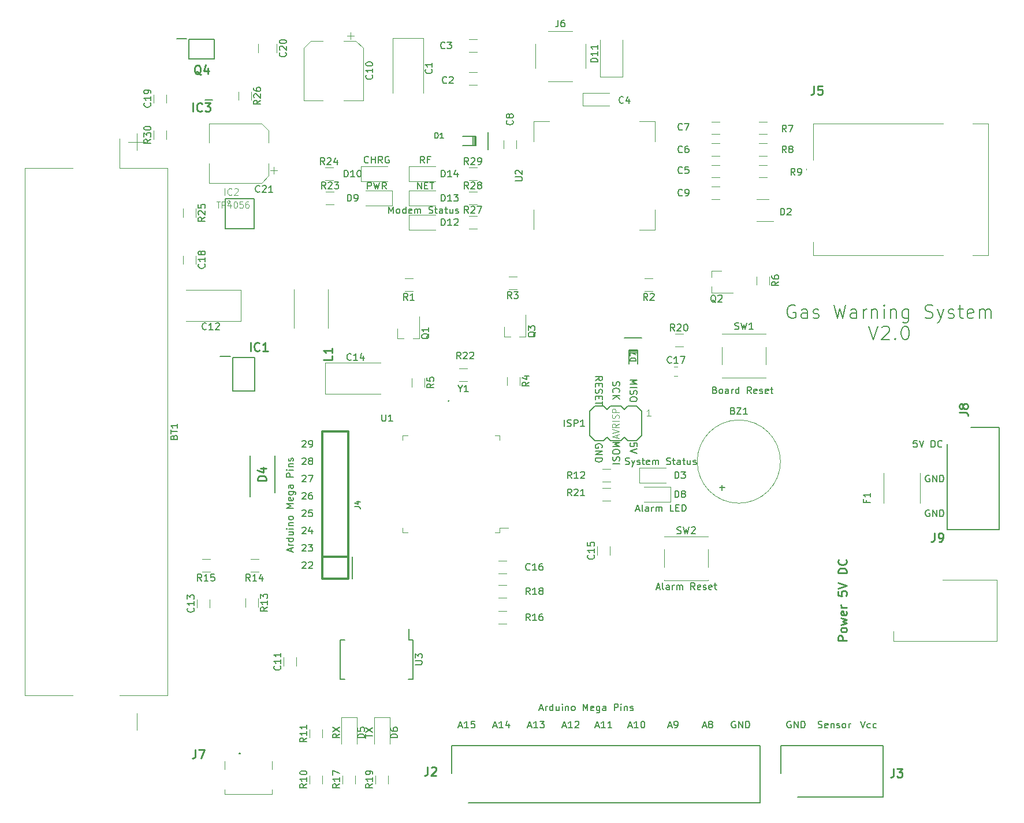
<source format=gto>
G04 #@! TF.GenerationSoftware,KiCad,Pcbnew,(5.1.4)-1*
G04 #@! TF.CreationDate,2020-01-12T22:13:26+01:00*
G04 #@! TF.ProjectId,Project2.1,50726f6a-6563-4743-922e-312e6b696361,1.0*
G04 #@! TF.SameCoordinates,Original*
G04 #@! TF.FileFunction,Legend,Top*
G04 #@! TF.FilePolarity,Positive*
%FSLAX46Y46*%
G04 Gerber Fmt 4.6, Leading zero omitted, Abs format (unit mm)*
G04 Created by KiCad (PCBNEW (5.1.4)-1) date 2020-01-12 22:13:26*
%MOMM*%
%LPD*%
G04 APERTURE LIST*
%ADD10C,0.150000*%
%ADD11C,0.120000*%
%ADD12C,0.200000*%
%ADD13C,0.100000*%
%ADD14C,0.127000*%
%ADD15C,0.350000*%
%ADD16C,0.254000*%
%ADD17C,0.050000*%
G04 APERTURE END LIST*
D10*
X163108190Y-92130571D02*
X163251047Y-92178190D01*
X163298666Y-92225809D01*
X163346285Y-92321047D01*
X163346285Y-92463904D01*
X163298666Y-92559142D01*
X163251047Y-92606761D01*
X163155809Y-92654380D01*
X162774857Y-92654380D01*
X162774857Y-91654380D01*
X163108190Y-91654380D01*
X163203428Y-91702000D01*
X163251047Y-91749619D01*
X163298666Y-91844857D01*
X163298666Y-91940095D01*
X163251047Y-92035333D01*
X163203428Y-92082952D01*
X163108190Y-92130571D01*
X162774857Y-92130571D01*
X163917714Y-92654380D02*
X163822476Y-92606761D01*
X163774857Y-92559142D01*
X163727238Y-92463904D01*
X163727238Y-92178190D01*
X163774857Y-92082952D01*
X163822476Y-92035333D01*
X163917714Y-91987714D01*
X164060571Y-91987714D01*
X164155809Y-92035333D01*
X164203428Y-92082952D01*
X164251047Y-92178190D01*
X164251047Y-92463904D01*
X164203428Y-92559142D01*
X164155809Y-92606761D01*
X164060571Y-92654380D01*
X163917714Y-92654380D01*
X165108190Y-92654380D02*
X165108190Y-92130571D01*
X165060571Y-92035333D01*
X164965333Y-91987714D01*
X164774857Y-91987714D01*
X164679619Y-92035333D01*
X165108190Y-92606761D02*
X165012952Y-92654380D01*
X164774857Y-92654380D01*
X164679619Y-92606761D01*
X164632000Y-92511523D01*
X164632000Y-92416285D01*
X164679619Y-92321047D01*
X164774857Y-92273428D01*
X165012952Y-92273428D01*
X165108190Y-92225809D01*
X165584380Y-92654380D02*
X165584380Y-91987714D01*
X165584380Y-92178190D02*
X165632000Y-92082952D01*
X165679619Y-92035333D01*
X165774857Y-91987714D01*
X165870095Y-91987714D01*
X166632000Y-92654380D02*
X166632000Y-91654380D01*
X166632000Y-92606761D02*
X166536761Y-92654380D01*
X166346285Y-92654380D01*
X166251047Y-92606761D01*
X166203428Y-92559142D01*
X166155809Y-92463904D01*
X166155809Y-92178190D01*
X166203428Y-92082952D01*
X166251047Y-92035333D01*
X166346285Y-91987714D01*
X166536761Y-91987714D01*
X166632000Y-92035333D01*
X168441523Y-92654380D02*
X168108190Y-92178190D01*
X167870095Y-92654380D02*
X167870095Y-91654380D01*
X168251047Y-91654380D01*
X168346285Y-91702000D01*
X168393904Y-91749619D01*
X168441523Y-91844857D01*
X168441523Y-91987714D01*
X168393904Y-92082952D01*
X168346285Y-92130571D01*
X168251047Y-92178190D01*
X167870095Y-92178190D01*
X169251047Y-92606761D02*
X169155809Y-92654380D01*
X168965333Y-92654380D01*
X168870095Y-92606761D01*
X168822476Y-92511523D01*
X168822476Y-92130571D01*
X168870095Y-92035333D01*
X168965333Y-91987714D01*
X169155809Y-91987714D01*
X169251047Y-92035333D01*
X169298666Y-92130571D01*
X169298666Y-92225809D01*
X168822476Y-92321047D01*
X169679619Y-92606761D02*
X169774857Y-92654380D01*
X169965333Y-92654380D01*
X170060571Y-92606761D01*
X170108190Y-92511523D01*
X170108190Y-92463904D01*
X170060571Y-92368666D01*
X169965333Y-92321047D01*
X169822476Y-92321047D01*
X169727238Y-92273428D01*
X169679619Y-92178190D01*
X169679619Y-92130571D01*
X169727238Y-92035333D01*
X169822476Y-91987714D01*
X169965333Y-91987714D01*
X170060571Y-92035333D01*
X170917714Y-92606761D02*
X170822476Y-92654380D01*
X170632000Y-92654380D01*
X170536761Y-92606761D01*
X170489142Y-92511523D01*
X170489142Y-92130571D01*
X170536761Y-92035333D01*
X170632000Y-91987714D01*
X170822476Y-91987714D01*
X170917714Y-92035333D01*
X170965333Y-92130571D01*
X170965333Y-92225809D01*
X170489142Y-92321047D01*
X171251047Y-91987714D02*
X171632000Y-91987714D01*
X171393904Y-91654380D02*
X171393904Y-92511523D01*
X171441523Y-92606761D01*
X171536761Y-92654380D01*
X171632000Y-92654380D01*
X151677619Y-100393523D02*
X151677619Y-99917333D01*
X151201428Y-99869714D01*
X151249047Y-99917333D01*
X151296666Y-100012571D01*
X151296666Y-100250666D01*
X151249047Y-100345904D01*
X151201428Y-100393523D01*
X151106190Y-100441142D01*
X150868095Y-100441142D01*
X150772857Y-100393523D01*
X150725238Y-100345904D01*
X150677619Y-100250666D01*
X150677619Y-100012571D01*
X150725238Y-99917333D01*
X150772857Y-99869714D01*
X151677619Y-100726857D02*
X150677619Y-101060190D01*
X151677619Y-101393523D01*
X148137619Y-99774571D02*
X149137619Y-99774571D01*
X148423333Y-100107904D01*
X149137619Y-100441238D01*
X148137619Y-100441238D01*
X149137619Y-101107904D02*
X149137619Y-101298380D01*
X149090000Y-101393619D01*
X148994761Y-101488857D01*
X148804285Y-101536476D01*
X148470952Y-101536476D01*
X148280476Y-101488857D01*
X148185238Y-101393619D01*
X148137619Y-101298380D01*
X148137619Y-101107904D01*
X148185238Y-101012666D01*
X148280476Y-100917428D01*
X148470952Y-100869809D01*
X148804285Y-100869809D01*
X148994761Y-100917428D01*
X149090000Y-101012666D01*
X149137619Y-101107904D01*
X148185238Y-101917428D02*
X148137619Y-102060285D01*
X148137619Y-102298380D01*
X148185238Y-102393619D01*
X148232857Y-102441238D01*
X148328095Y-102488857D01*
X148423333Y-102488857D01*
X148518571Y-102441238D01*
X148566190Y-102393619D01*
X148613809Y-102298380D01*
X148661428Y-102107904D01*
X148709047Y-102012666D01*
X148756666Y-101965047D01*
X148851904Y-101917428D01*
X148947142Y-101917428D01*
X149042380Y-101965047D01*
X149090000Y-102012666D01*
X149137619Y-102107904D01*
X149137619Y-102346000D01*
X149090000Y-102488857D01*
X148137619Y-102917428D02*
X149137619Y-102917428D01*
X146550000Y-100584095D02*
X146597619Y-100488857D01*
X146597619Y-100346000D01*
X146550000Y-100203142D01*
X146454761Y-100107904D01*
X146359523Y-100060285D01*
X146169047Y-100012666D01*
X146026190Y-100012666D01*
X145835714Y-100060285D01*
X145740476Y-100107904D01*
X145645238Y-100203142D01*
X145597619Y-100346000D01*
X145597619Y-100441238D01*
X145645238Y-100584095D01*
X145692857Y-100631714D01*
X146026190Y-100631714D01*
X146026190Y-100441238D01*
X145597619Y-101060285D02*
X146597619Y-101060285D01*
X145597619Y-101631714D01*
X146597619Y-101631714D01*
X145597619Y-102107904D02*
X146597619Y-102107904D01*
X146597619Y-102346000D01*
X146550000Y-102488857D01*
X146454761Y-102584095D01*
X146359523Y-102631714D01*
X146169047Y-102679333D01*
X146026190Y-102679333D01*
X145835714Y-102631714D01*
X145740476Y-102584095D01*
X145645238Y-102488857D01*
X145597619Y-102346000D01*
X145597619Y-102107904D01*
X145597619Y-90749619D02*
X146073809Y-90416285D01*
X145597619Y-90178190D02*
X146597619Y-90178190D01*
X146597619Y-90559142D01*
X146550000Y-90654380D01*
X146502380Y-90702000D01*
X146407142Y-90749619D01*
X146264285Y-90749619D01*
X146169047Y-90702000D01*
X146121428Y-90654380D01*
X146073809Y-90559142D01*
X146073809Y-90178190D01*
X146121428Y-91178190D02*
X146121428Y-91511523D01*
X145597619Y-91654380D02*
X145597619Y-91178190D01*
X146597619Y-91178190D01*
X146597619Y-91654380D01*
X145645238Y-92035333D02*
X145597619Y-92178190D01*
X145597619Y-92416285D01*
X145645238Y-92511523D01*
X145692857Y-92559142D01*
X145788095Y-92606761D01*
X145883333Y-92606761D01*
X145978571Y-92559142D01*
X146026190Y-92511523D01*
X146073809Y-92416285D01*
X146121428Y-92225809D01*
X146169047Y-92130571D01*
X146216666Y-92082952D01*
X146311904Y-92035333D01*
X146407142Y-92035333D01*
X146502380Y-92082952D01*
X146550000Y-92130571D01*
X146597619Y-92225809D01*
X146597619Y-92463904D01*
X146550000Y-92606761D01*
X146121428Y-93035333D02*
X146121428Y-93368666D01*
X145597619Y-93511523D02*
X145597619Y-93035333D01*
X146597619Y-93035333D01*
X146597619Y-93511523D01*
X146597619Y-93797238D02*
X146597619Y-94368666D01*
X145597619Y-94082952D02*
X146597619Y-94082952D01*
X148185238Y-90916285D02*
X148137619Y-91059142D01*
X148137619Y-91297238D01*
X148185238Y-91392476D01*
X148232857Y-91440095D01*
X148328095Y-91487714D01*
X148423333Y-91487714D01*
X148518571Y-91440095D01*
X148566190Y-91392476D01*
X148613809Y-91297238D01*
X148661428Y-91106761D01*
X148709047Y-91011523D01*
X148756666Y-90963904D01*
X148851904Y-90916285D01*
X148947142Y-90916285D01*
X149042380Y-90963904D01*
X149090000Y-91011523D01*
X149137619Y-91106761D01*
X149137619Y-91344857D01*
X149090000Y-91487714D01*
X148232857Y-92487714D02*
X148185238Y-92440095D01*
X148137619Y-92297238D01*
X148137619Y-92202000D01*
X148185238Y-92059142D01*
X148280476Y-91963904D01*
X148375714Y-91916285D01*
X148566190Y-91868666D01*
X148709047Y-91868666D01*
X148899523Y-91916285D01*
X148994761Y-91963904D01*
X149090000Y-92059142D01*
X149137619Y-92202000D01*
X149137619Y-92297238D01*
X149090000Y-92440095D01*
X149042380Y-92487714D01*
X148137619Y-92916285D02*
X149137619Y-92916285D01*
X148137619Y-93487714D02*
X148709047Y-93059142D01*
X149137619Y-93487714D02*
X148566190Y-92916285D01*
X150677619Y-90630571D02*
X151677619Y-90630571D01*
X150963333Y-90963904D01*
X151677619Y-91297238D01*
X150677619Y-91297238D01*
X150677619Y-91773428D02*
X151677619Y-91773428D01*
X150725238Y-92202000D02*
X150677619Y-92344857D01*
X150677619Y-92582952D01*
X150725238Y-92678190D01*
X150772857Y-92725809D01*
X150868095Y-92773428D01*
X150963333Y-92773428D01*
X151058571Y-92725809D01*
X151106190Y-92678190D01*
X151153809Y-92582952D01*
X151201428Y-92392476D01*
X151249047Y-92297238D01*
X151296666Y-92249619D01*
X151391904Y-92202000D01*
X151487142Y-92202000D01*
X151582380Y-92249619D01*
X151630000Y-92297238D01*
X151677619Y-92392476D01*
X151677619Y-92630571D01*
X151630000Y-92773428D01*
X151677619Y-93392476D02*
X151677619Y-93582952D01*
X151630000Y-93678190D01*
X151534761Y-93773428D01*
X151344285Y-93821047D01*
X151010952Y-93821047D01*
X150820476Y-93773428D01*
X150725238Y-93678190D01*
X150677619Y-93582952D01*
X150677619Y-93392476D01*
X150725238Y-93297238D01*
X150820476Y-93202000D01*
X151010952Y-93154380D01*
X151344285Y-93154380D01*
X151534761Y-93202000D01*
X151630000Y-93297238D01*
X151677619Y-93392476D01*
X174864857Y-79721000D02*
X174674380Y-79625761D01*
X174388666Y-79625761D01*
X174102952Y-79721000D01*
X173912476Y-79911476D01*
X173817238Y-80101952D01*
X173722000Y-80482904D01*
X173722000Y-80768619D01*
X173817238Y-81149571D01*
X173912476Y-81340047D01*
X174102952Y-81530523D01*
X174388666Y-81625761D01*
X174579142Y-81625761D01*
X174864857Y-81530523D01*
X174960095Y-81435285D01*
X174960095Y-80768619D01*
X174579142Y-80768619D01*
X176674380Y-81625761D02*
X176674380Y-80578142D01*
X176579142Y-80387666D01*
X176388666Y-80292428D01*
X176007714Y-80292428D01*
X175817238Y-80387666D01*
X176674380Y-81530523D02*
X176483904Y-81625761D01*
X176007714Y-81625761D01*
X175817238Y-81530523D01*
X175722000Y-81340047D01*
X175722000Y-81149571D01*
X175817238Y-80959095D01*
X176007714Y-80863857D01*
X176483904Y-80863857D01*
X176674380Y-80768619D01*
X177531523Y-81530523D02*
X177722000Y-81625761D01*
X178102952Y-81625761D01*
X178293428Y-81530523D01*
X178388666Y-81340047D01*
X178388666Y-81244809D01*
X178293428Y-81054333D01*
X178102952Y-80959095D01*
X177817238Y-80959095D01*
X177626761Y-80863857D01*
X177531523Y-80673380D01*
X177531523Y-80578142D01*
X177626761Y-80387666D01*
X177817238Y-80292428D01*
X178102952Y-80292428D01*
X178293428Y-80387666D01*
X180579142Y-79625761D02*
X181055333Y-81625761D01*
X181436285Y-80197190D01*
X181817238Y-81625761D01*
X182293428Y-79625761D01*
X183912476Y-81625761D02*
X183912476Y-80578142D01*
X183817238Y-80387666D01*
X183626761Y-80292428D01*
X183245809Y-80292428D01*
X183055333Y-80387666D01*
X183912476Y-81530523D02*
X183722000Y-81625761D01*
X183245809Y-81625761D01*
X183055333Y-81530523D01*
X182960095Y-81340047D01*
X182960095Y-81149571D01*
X183055333Y-80959095D01*
X183245809Y-80863857D01*
X183722000Y-80863857D01*
X183912476Y-80768619D01*
X184864857Y-81625761D02*
X184864857Y-80292428D01*
X184864857Y-80673380D02*
X184960095Y-80482904D01*
X185055333Y-80387666D01*
X185245809Y-80292428D01*
X185436285Y-80292428D01*
X186102952Y-80292428D02*
X186102952Y-81625761D01*
X186102952Y-80482904D02*
X186198190Y-80387666D01*
X186388666Y-80292428D01*
X186674380Y-80292428D01*
X186864857Y-80387666D01*
X186960095Y-80578142D01*
X186960095Y-81625761D01*
X187912476Y-81625761D02*
X187912476Y-80292428D01*
X187912476Y-79625761D02*
X187817238Y-79721000D01*
X187912476Y-79816238D01*
X188007714Y-79721000D01*
X187912476Y-79625761D01*
X187912476Y-79816238D01*
X188864857Y-80292428D02*
X188864857Y-81625761D01*
X188864857Y-80482904D02*
X188960095Y-80387666D01*
X189150571Y-80292428D01*
X189436285Y-80292428D01*
X189626761Y-80387666D01*
X189722000Y-80578142D01*
X189722000Y-81625761D01*
X191531523Y-80292428D02*
X191531523Y-81911476D01*
X191436285Y-82101952D01*
X191341047Y-82197190D01*
X191150571Y-82292428D01*
X190864857Y-82292428D01*
X190674380Y-82197190D01*
X191531523Y-81530523D02*
X191341047Y-81625761D01*
X190960095Y-81625761D01*
X190769619Y-81530523D01*
X190674380Y-81435285D01*
X190579142Y-81244809D01*
X190579142Y-80673380D01*
X190674380Y-80482904D01*
X190769619Y-80387666D01*
X190960095Y-80292428D01*
X191341047Y-80292428D01*
X191531523Y-80387666D01*
X193912476Y-81530523D02*
X194198190Y-81625761D01*
X194674380Y-81625761D01*
X194864857Y-81530523D01*
X194960095Y-81435285D01*
X195055333Y-81244809D01*
X195055333Y-81054333D01*
X194960095Y-80863857D01*
X194864857Y-80768619D01*
X194674380Y-80673380D01*
X194293428Y-80578142D01*
X194102952Y-80482904D01*
X194007714Y-80387666D01*
X193912476Y-80197190D01*
X193912476Y-80006714D01*
X194007714Y-79816238D01*
X194102952Y-79721000D01*
X194293428Y-79625761D01*
X194769619Y-79625761D01*
X195055333Y-79721000D01*
X195722000Y-80292428D02*
X196198190Y-81625761D01*
X196674380Y-80292428D02*
X196198190Y-81625761D01*
X196007714Y-82101952D01*
X195912476Y-82197190D01*
X195722000Y-82292428D01*
X197341047Y-81530523D02*
X197531523Y-81625761D01*
X197912476Y-81625761D01*
X198102952Y-81530523D01*
X198198190Y-81340047D01*
X198198190Y-81244809D01*
X198102952Y-81054333D01*
X197912476Y-80959095D01*
X197626761Y-80959095D01*
X197436285Y-80863857D01*
X197341047Y-80673380D01*
X197341047Y-80578142D01*
X197436285Y-80387666D01*
X197626761Y-80292428D01*
X197912476Y-80292428D01*
X198102952Y-80387666D01*
X198769619Y-80292428D02*
X199531523Y-80292428D01*
X199055333Y-79625761D02*
X199055333Y-81340047D01*
X199150571Y-81530523D01*
X199341047Y-81625761D01*
X199531523Y-81625761D01*
X200960095Y-81530523D02*
X200769619Y-81625761D01*
X200388666Y-81625761D01*
X200198190Y-81530523D01*
X200102952Y-81340047D01*
X200102952Y-80578142D01*
X200198190Y-80387666D01*
X200388666Y-80292428D01*
X200769619Y-80292428D01*
X200960095Y-80387666D01*
X201055333Y-80578142D01*
X201055333Y-80768619D01*
X200102952Y-80959095D01*
X201912476Y-81625761D02*
X201912476Y-80292428D01*
X201912476Y-80482904D02*
X202007714Y-80387666D01*
X202198190Y-80292428D01*
X202483904Y-80292428D01*
X202674380Y-80387666D01*
X202769619Y-80578142D01*
X202769619Y-81625761D01*
X202769619Y-80578142D02*
X202864857Y-80387666D01*
X203055333Y-80292428D01*
X203341047Y-80292428D01*
X203531523Y-80387666D01*
X203626761Y-80578142D01*
X203626761Y-81625761D01*
X185674380Y-82775761D02*
X186341047Y-84775761D01*
X187007714Y-82775761D01*
X187579142Y-82966238D02*
X187674380Y-82871000D01*
X187864857Y-82775761D01*
X188341047Y-82775761D01*
X188531523Y-82871000D01*
X188626761Y-82966238D01*
X188722000Y-83156714D01*
X188722000Y-83347190D01*
X188626761Y-83632904D01*
X187483904Y-84775761D01*
X188722000Y-84775761D01*
X189579142Y-84585285D02*
X189674380Y-84680523D01*
X189579142Y-84775761D01*
X189483904Y-84680523D01*
X189579142Y-84585285D01*
X189579142Y-84775761D01*
X190912476Y-82775761D02*
X191102952Y-82775761D01*
X191293428Y-82871000D01*
X191388666Y-82966238D01*
X191483904Y-83156714D01*
X191579142Y-83537666D01*
X191579142Y-84013857D01*
X191483904Y-84394809D01*
X191388666Y-84585285D01*
X191293428Y-84680523D01*
X191102952Y-84775761D01*
X190912476Y-84775761D01*
X190722000Y-84680523D01*
X190626761Y-84585285D01*
X190531523Y-84394809D01*
X190436285Y-84013857D01*
X190436285Y-83537666D01*
X190531523Y-83156714D01*
X190626761Y-82966238D01*
X190722000Y-82871000D01*
X190912476Y-82775761D01*
X101004666Y-115823142D02*
X101004666Y-115346952D01*
X101290380Y-115918380D02*
X100290380Y-115585047D01*
X101290380Y-115251714D01*
X101290380Y-114918380D02*
X100623714Y-114918380D01*
X100814190Y-114918380D02*
X100718952Y-114870761D01*
X100671333Y-114823142D01*
X100623714Y-114727904D01*
X100623714Y-114632666D01*
X101290380Y-113870761D02*
X100290380Y-113870761D01*
X101242761Y-113870761D02*
X101290380Y-113966000D01*
X101290380Y-114156476D01*
X101242761Y-114251714D01*
X101195142Y-114299333D01*
X101099904Y-114346952D01*
X100814190Y-114346952D01*
X100718952Y-114299333D01*
X100671333Y-114251714D01*
X100623714Y-114156476D01*
X100623714Y-113966000D01*
X100671333Y-113870761D01*
X100623714Y-112966000D02*
X101290380Y-112966000D01*
X100623714Y-113394571D02*
X101147523Y-113394571D01*
X101242761Y-113346952D01*
X101290380Y-113251714D01*
X101290380Y-113108857D01*
X101242761Y-113013619D01*
X101195142Y-112966000D01*
X101290380Y-112489809D02*
X100623714Y-112489809D01*
X100290380Y-112489809D02*
X100338000Y-112537428D01*
X100385619Y-112489809D01*
X100338000Y-112442190D01*
X100290380Y-112489809D01*
X100385619Y-112489809D01*
X100623714Y-112013619D02*
X101290380Y-112013619D01*
X100718952Y-112013619D02*
X100671333Y-111966000D01*
X100623714Y-111870761D01*
X100623714Y-111727904D01*
X100671333Y-111632666D01*
X100766571Y-111585047D01*
X101290380Y-111585047D01*
X101290380Y-110966000D02*
X101242761Y-111061238D01*
X101195142Y-111108857D01*
X101099904Y-111156476D01*
X100814190Y-111156476D01*
X100718952Y-111108857D01*
X100671333Y-111061238D01*
X100623714Y-110966000D01*
X100623714Y-110823142D01*
X100671333Y-110727904D01*
X100718952Y-110680285D01*
X100814190Y-110632666D01*
X101099904Y-110632666D01*
X101195142Y-110680285D01*
X101242761Y-110727904D01*
X101290380Y-110823142D01*
X101290380Y-110966000D01*
X101290380Y-109442190D02*
X100290380Y-109442190D01*
X101004666Y-109108857D01*
X100290380Y-108775523D01*
X101290380Y-108775523D01*
X101242761Y-107918380D02*
X101290380Y-108013619D01*
X101290380Y-108204095D01*
X101242761Y-108299333D01*
X101147523Y-108346952D01*
X100766571Y-108346952D01*
X100671333Y-108299333D01*
X100623714Y-108204095D01*
X100623714Y-108013619D01*
X100671333Y-107918380D01*
X100766571Y-107870761D01*
X100861809Y-107870761D01*
X100957047Y-108346952D01*
X100623714Y-107013619D02*
X101433238Y-107013619D01*
X101528476Y-107061238D01*
X101576095Y-107108857D01*
X101623714Y-107204095D01*
X101623714Y-107346952D01*
X101576095Y-107442190D01*
X101242761Y-107013619D02*
X101290380Y-107108857D01*
X101290380Y-107299333D01*
X101242761Y-107394571D01*
X101195142Y-107442190D01*
X101099904Y-107489809D01*
X100814190Y-107489809D01*
X100718952Y-107442190D01*
X100671333Y-107394571D01*
X100623714Y-107299333D01*
X100623714Y-107108857D01*
X100671333Y-107013619D01*
X101290380Y-106108857D02*
X100766571Y-106108857D01*
X100671333Y-106156476D01*
X100623714Y-106251714D01*
X100623714Y-106442190D01*
X100671333Y-106537428D01*
X101242761Y-106108857D02*
X101290380Y-106204095D01*
X101290380Y-106442190D01*
X101242761Y-106537428D01*
X101147523Y-106585047D01*
X101052285Y-106585047D01*
X100957047Y-106537428D01*
X100909428Y-106442190D01*
X100909428Y-106204095D01*
X100861809Y-106108857D01*
X101290380Y-104870761D02*
X100290380Y-104870761D01*
X100290380Y-104489809D01*
X100338000Y-104394571D01*
X100385619Y-104346952D01*
X100480857Y-104299333D01*
X100623714Y-104299333D01*
X100718952Y-104346952D01*
X100766571Y-104394571D01*
X100814190Y-104489809D01*
X100814190Y-104870761D01*
X101290380Y-103870761D02*
X100623714Y-103870761D01*
X100290380Y-103870761D02*
X100338000Y-103918380D01*
X100385619Y-103870761D01*
X100338000Y-103823142D01*
X100290380Y-103870761D01*
X100385619Y-103870761D01*
X100623714Y-103394571D02*
X101290380Y-103394571D01*
X100718952Y-103394571D02*
X100671333Y-103346952D01*
X100623714Y-103251714D01*
X100623714Y-103108857D01*
X100671333Y-103013619D01*
X100766571Y-102966000D01*
X101290380Y-102966000D01*
X101242761Y-102537428D02*
X101290380Y-102442190D01*
X101290380Y-102251714D01*
X101242761Y-102156476D01*
X101147523Y-102108857D01*
X101099904Y-102108857D01*
X101004666Y-102156476D01*
X100957047Y-102251714D01*
X100957047Y-102394571D01*
X100909428Y-102489809D01*
X100814190Y-102537428D01*
X100766571Y-102537428D01*
X100671333Y-102489809D01*
X100623714Y-102394571D01*
X100623714Y-102251714D01*
X100671333Y-102156476D01*
X102616095Y-117403619D02*
X102663714Y-117356000D01*
X102758952Y-117308380D01*
X102997047Y-117308380D01*
X103092285Y-117356000D01*
X103139904Y-117403619D01*
X103187523Y-117498857D01*
X103187523Y-117594095D01*
X103139904Y-117736952D01*
X102568476Y-118308380D01*
X103187523Y-118308380D01*
X103568476Y-117403619D02*
X103616095Y-117356000D01*
X103711333Y-117308380D01*
X103949428Y-117308380D01*
X104044666Y-117356000D01*
X104092285Y-117403619D01*
X104139904Y-117498857D01*
X104139904Y-117594095D01*
X104092285Y-117736952D01*
X103520857Y-118308380D01*
X104139904Y-118308380D01*
X102616095Y-114863619D02*
X102663714Y-114816000D01*
X102758952Y-114768380D01*
X102997047Y-114768380D01*
X103092285Y-114816000D01*
X103139904Y-114863619D01*
X103187523Y-114958857D01*
X103187523Y-115054095D01*
X103139904Y-115196952D01*
X102568476Y-115768380D01*
X103187523Y-115768380D01*
X103520857Y-114768380D02*
X104139904Y-114768380D01*
X103806571Y-115149333D01*
X103949428Y-115149333D01*
X104044666Y-115196952D01*
X104092285Y-115244571D01*
X104139904Y-115339809D01*
X104139904Y-115577904D01*
X104092285Y-115673142D01*
X104044666Y-115720761D01*
X103949428Y-115768380D01*
X103663714Y-115768380D01*
X103568476Y-115720761D01*
X103520857Y-115673142D01*
X102616095Y-112323619D02*
X102663714Y-112276000D01*
X102758952Y-112228380D01*
X102997047Y-112228380D01*
X103092285Y-112276000D01*
X103139904Y-112323619D01*
X103187523Y-112418857D01*
X103187523Y-112514095D01*
X103139904Y-112656952D01*
X102568476Y-113228380D01*
X103187523Y-113228380D01*
X104044666Y-112561714D02*
X104044666Y-113228380D01*
X103806571Y-112180761D02*
X103568476Y-112895047D01*
X104187523Y-112895047D01*
X102616095Y-109783619D02*
X102663714Y-109736000D01*
X102758952Y-109688380D01*
X102997047Y-109688380D01*
X103092285Y-109736000D01*
X103139904Y-109783619D01*
X103187523Y-109878857D01*
X103187523Y-109974095D01*
X103139904Y-110116952D01*
X102568476Y-110688380D01*
X103187523Y-110688380D01*
X104092285Y-109688380D02*
X103616095Y-109688380D01*
X103568476Y-110164571D01*
X103616095Y-110116952D01*
X103711333Y-110069333D01*
X103949428Y-110069333D01*
X104044666Y-110116952D01*
X104092285Y-110164571D01*
X104139904Y-110259809D01*
X104139904Y-110497904D01*
X104092285Y-110593142D01*
X104044666Y-110640761D01*
X103949428Y-110688380D01*
X103711333Y-110688380D01*
X103616095Y-110640761D01*
X103568476Y-110593142D01*
X102616095Y-107243619D02*
X102663714Y-107196000D01*
X102758952Y-107148380D01*
X102997047Y-107148380D01*
X103092285Y-107196000D01*
X103139904Y-107243619D01*
X103187523Y-107338857D01*
X103187523Y-107434095D01*
X103139904Y-107576952D01*
X102568476Y-108148380D01*
X103187523Y-108148380D01*
X104044666Y-107148380D02*
X103854190Y-107148380D01*
X103758952Y-107196000D01*
X103711333Y-107243619D01*
X103616095Y-107386476D01*
X103568476Y-107576952D01*
X103568476Y-107957904D01*
X103616095Y-108053142D01*
X103663714Y-108100761D01*
X103758952Y-108148380D01*
X103949428Y-108148380D01*
X104044666Y-108100761D01*
X104092285Y-108053142D01*
X104139904Y-107957904D01*
X104139904Y-107719809D01*
X104092285Y-107624571D01*
X104044666Y-107576952D01*
X103949428Y-107529333D01*
X103758952Y-107529333D01*
X103663714Y-107576952D01*
X103616095Y-107624571D01*
X103568476Y-107719809D01*
X102616095Y-104703619D02*
X102663714Y-104656000D01*
X102758952Y-104608380D01*
X102997047Y-104608380D01*
X103092285Y-104656000D01*
X103139904Y-104703619D01*
X103187523Y-104798857D01*
X103187523Y-104894095D01*
X103139904Y-105036952D01*
X102568476Y-105608380D01*
X103187523Y-105608380D01*
X103520857Y-104608380D02*
X104187523Y-104608380D01*
X103758952Y-105608380D01*
X102616095Y-102163619D02*
X102663714Y-102116000D01*
X102758952Y-102068380D01*
X102997047Y-102068380D01*
X103092285Y-102116000D01*
X103139904Y-102163619D01*
X103187523Y-102258857D01*
X103187523Y-102354095D01*
X103139904Y-102496952D01*
X102568476Y-103068380D01*
X103187523Y-103068380D01*
X103758952Y-102496952D02*
X103663714Y-102449333D01*
X103616095Y-102401714D01*
X103568476Y-102306476D01*
X103568476Y-102258857D01*
X103616095Y-102163619D01*
X103663714Y-102116000D01*
X103758952Y-102068380D01*
X103949428Y-102068380D01*
X104044666Y-102116000D01*
X104092285Y-102163619D01*
X104139904Y-102258857D01*
X104139904Y-102306476D01*
X104092285Y-102401714D01*
X104044666Y-102449333D01*
X103949428Y-102496952D01*
X103758952Y-102496952D01*
X103663714Y-102544571D01*
X103616095Y-102592190D01*
X103568476Y-102687428D01*
X103568476Y-102877904D01*
X103616095Y-102973142D01*
X103663714Y-103020761D01*
X103758952Y-103068380D01*
X103949428Y-103068380D01*
X104044666Y-103020761D01*
X104092285Y-102973142D01*
X104139904Y-102877904D01*
X104139904Y-102687428D01*
X104092285Y-102592190D01*
X104044666Y-102544571D01*
X103949428Y-102496952D01*
X102616095Y-99623619D02*
X102663714Y-99576000D01*
X102758952Y-99528380D01*
X102997047Y-99528380D01*
X103092285Y-99576000D01*
X103139904Y-99623619D01*
X103187523Y-99718857D01*
X103187523Y-99814095D01*
X103139904Y-99956952D01*
X102568476Y-100528380D01*
X103187523Y-100528380D01*
X103663714Y-100528380D02*
X103854190Y-100528380D01*
X103949428Y-100480761D01*
X103997047Y-100433142D01*
X104092285Y-100290285D01*
X104139904Y-100099809D01*
X104139904Y-99718857D01*
X104092285Y-99623619D01*
X104044666Y-99576000D01*
X103949428Y-99528380D01*
X103758952Y-99528380D01*
X103663714Y-99576000D01*
X103616095Y-99623619D01*
X103568476Y-99718857D01*
X103568476Y-99956952D01*
X103616095Y-100052190D01*
X103663714Y-100099809D01*
X103758952Y-100147428D01*
X103949428Y-100147428D01*
X104044666Y-100099809D01*
X104092285Y-100052190D01*
X104139904Y-99956952D01*
X137414857Y-138850666D02*
X137891047Y-138850666D01*
X137319619Y-139136380D02*
X137652952Y-138136380D01*
X137986285Y-139136380D01*
X138319619Y-139136380D02*
X138319619Y-138469714D01*
X138319619Y-138660190D02*
X138367238Y-138564952D01*
X138414857Y-138517333D01*
X138510095Y-138469714D01*
X138605333Y-138469714D01*
X139367238Y-139136380D02*
X139367238Y-138136380D01*
X139367238Y-139088761D02*
X139272000Y-139136380D01*
X139081523Y-139136380D01*
X138986285Y-139088761D01*
X138938666Y-139041142D01*
X138891047Y-138945904D01*
X138891047Y-138660190D01*
X138938666Y-138564952D01*
X138986285Y-138517333D01*
X139081523Y-138469714D01*
X139272000Y-138469714D01*
X139367238Y-138517333D01*
X140272000Y-138469714D02*
X140272000Y-139136380D01*
X139843428Y-138469714D02*
X139843428Y-138993523D01*
X139891047Y-139088761D01*
X139986285Y-139136380D01*
X140129142Y-139136380D01*
X140224380Y-139088761D01*
X140272000Y-139041142D01*
X140748190Y-139136380D02*
X140748190Y-138469714D01*
X140748190Y-138136380D02*
X140700571Y-138184000D01*
X140748190Y-138231619D01*
X140795809Y-138184000D01*
X140748190Y-138136380D01*
X140748190Y-138231619D01*
X141224380Y-138469714D02*
X141224380Y-139136380D01*
X141224380Y-138564952D02*
X141272000Y-138517333D01*
X141367238Y-138469714D01*
X141510095Y-138469714D01*
X141605333Y-138517333D01*
X141652952Y-138612571D01*
X141652952Y-139136380D01*
X142272000Y-139136380D02*
X142176761Y-139088761D01*
X142129142Y-139041142D01*
X142081523Y-138945904D01*
X142081523Y-138660190D01*
X142129142Y-138564952D01*
X142176761Y-138517333D01*
X142272000Y-138469714D01*
X142414857Y-138469714D01*
X142510095Y-138517333D01*
X142557714Y-138564952D01*
X142605333Y-138660190D01*
X142605333Y-138945904D01*
X142557714Y-139041142D01*
X142510095Y-139088761D01*
X142414857Y-139136380D01*
X142272000Y-139136380D01*
X143795809Y-139136380D02*
X143795809Y-138136380D01*
X144129142Y-138850666D01*
X144462476Y-138136380D01*
X144462476Y-139136380D01*
X145319619Y-139088761D02*
X145224380Y-139136380D01*
X145033904Y-139136380D01*
X144938666Y-139088761D01*
X144891047Y-138993523D01*
X144891047Y-138612571D01*
X144938666Y-138517333D01*
X145033904Y-138469714D01*
X145224380Y-138469714D01*
X145319619Y-138517333D01*
X145367238Y-138612571D01*
X145367238Y-138707809D01*
X144891047Y-138803047D01*
X146224380Y-138469714D02*
X146224380Y-139279238D01*
X146176761Y-139374476D01*
X146129142Y-139422095D01*
X146033904Y-139469714D01*
X145891047Y-139469714D01*
X145795809Y-139422095D01*
X146224380Y-139088761D02*
X146129142Y-139136380D01*
X145938666Y-139136380D01*
X145843428Y-139088761D01*
X145795809Y-139041142D01*
X145748190Y-138945904D01*
X145748190Y-138660190D01*
X145795809Y-138564952D01*
X145843428Y-138517333D01*
X145938666Y-138469714D01*
X146129142Y-138469714D01*
X146224380Y-138517333D01*
X147129142Y-139136380D02*
X147129142Y-138612571D01*
X147081523Y-138517333D01*
X146986285Y-138469714D01*
X146795809Y-138469714D01*
X146700571Y-138517333D01*
X147129142Y-139088761D02*
X147033904Y-139136380D01*
X146795809Y-139136380D01*
X146700571Y-139088761D01*
X146652952Y-138993523D01*
X146652952Y-138898285D01*
X146700571Y-138803047D01*
X146795809Y-138755428D01*
X147033904Y-138755428D01*
X147129142Y-138707809D01*
X148367238Y-139136380D02*
X148367238Y-138136380D01*
X148748190Y-138136380D01*
X148843428Y-138184000D01*
X148891047Y-138231619D01*
X148938666Y-138326857D01*
X148938666Y-138469714D01*
X148891047Y-138564952D01*
X148843428Y-138612571D01*
X148748190Y-138660190D01*
X148367238Y-138660190D01*
X149367238Y-139136380D02*
X149367238Y-138469714D01*
X149367238Y-138136380D02*
X149319619Y-138184000D01*
X149367238Y-138231619D01*
X149414857Y-138184000D01*
X149367238Y-138136380D01*
X149367238Y-138231619D01*
X149843428Y-138469714D02*
X149843428Y-139136380D01*
X149843428Y-138564952D02*
X149891047Y-138517333D01*
X149986285Y-138469714D01*
X150129142Y-138469714D01*
X150224380Y-138517333D01*
X150272000Y-138612571D01*
X150272000Y-139136380D01*
X150700571Y-139088761D02*
X150795809Y-139136380D01*
X150986285Y-139136380D01*
X151081523Y-139088761D01*
X151129142Y-138993523D01*
X151129142Y-138945904D01*
X151081523Y-138850666D01*
X150986285Y-138803047D01*
X150843428Y-138803047D01*
X150748190Y-138755428D01*
X150700571Y-138660190D01*
X150700571Y-138612571D01*
X150748190Y-138517333D01*
X150843428Y-138469714D01*
X150986285Y-138469714D01*
X151081523Y-138517333D01*
X125555523Y-141390666D02*
X126031714Y-141390666D01*
X125460285Y-141676380D02*
X125793619Y-140676380D01*
X126126952Y-141676380D01*
X126984095Y-141676380D02*
X126412666Y-141676380D01*
X126698380Y-141676380D02*
X126698380Y-140676380D01*
X126603142Y-140819238D01*
X126507904Y-140914476D01*
X126412666Y-140962095D01*
X127888857Y-140676380D02*
X127412666Y-140676380D01*
X127365047Y-141152571D01*
X127412666Y-141104952D01*
X127507904Y-141057333D01*
X127746000Y-141057333D01*
X127841238Y-141104952D01*
X127888857Y-141152571D01*
X127936476Y-141247809D01*
X127936476Y-141485904D01*
X127888857Y-141581142D01*
X127841238Y-141628761D01*
X127746000Y-141676380D01*
X127507904Y-141676380D01*
X127412666Y-141628761D01*
X127365047Y-141581142D01*
X130635523Y-141390666D02*
X131111714Y-141390666D01*
X130540285Y-141676380D02*
X130873619Y-140676380D01*
X131206952Y-141676380D01*
X132064095Y-141676380D02*
X131492666Y-141676380D01*
X131778380Y-141676380D02*
X131778380Y-140676380D01*
X131683142Y-140819238D01*
X131587904Y-140914476D01*
X131492666Y-140962095D01*
X132921238Y-141009714D02*
X132921238Y-141676380D01*
X132683142Y-140628761D02*
X132445047Y-141343047D01*
X133064095Y-141343047D01*
X135715523Y-141390666D02*
X136191714Y-141390666D01*
X135620285Y-141676380D02*
X135953619Y-140676380D01*
X136286952Y-141676380D01*
X137144095Y-141676380D02*
X136572666Y-141676380D01*
X136858380Y-141676380D02*
X136858380Y-140676380D01*
X136763142Y-140819238D01*
X136667904Y-140914476D01*
X136572666Y-140962095D01*
X137477428Y-140676380D02*
X138096476Y-140676380D01*
X137763142Y-141057333D01*
X137906000Y-141057333D01*
X138001238Y-141104952D01*
X138048857Y-141152571D01*
X138096476Y-141247809D01*
X138096476Y-141485904D01*
X138048857Y-141581142D01*
X138001238Y-141628761D01*
X137906000Y-141676380D01*
X137620285Y-141676380D01*
X137525047Y-141628761D01*
X137477428Y-141581142D01*
X140795523Y-141390666D02*
X141271714Y-141390666D01*
X140700285Y-141676380D02*
X141033619Y-140676380D01*
X141366952Y-141676380D01*
X142224095Y-141676380D02*
X141652666Y-141676380D01*
X141938380Y-141676380D02*
X141938380Y-140676380D01*
X141843142Y-140819238D01*
X141747904Y-140914476D01*
X141652666Y-140962095D01*
X142605047Y-140771619D02*
X142652666Y-140724000D01*
X142747904Y-140676380D01*
X142986000Y-140676380D01*
X143081238Y-140724000D01*
X143128857Y-140771619D01*
X143176476Y-140866857D01*
X143176476Y-140962095D01*
X143128857Y-141104952D01*
X142557428Y-141676380D01*
X143176476Y-141676380D01*
X145621523Y-141390666D02*
X146097714Y-141390666D01*
X145526285Y-141676380D02*
X145859619Y-140676380D01*
X146192952Y-141676380D01*
X147050095Y-141676380D02*
X146478666Y-141676380D01*
X146764380Y-141676380D02*
X146764380Y-140676380D01*
X146669142Y-140819238D01*
X146573904Y-140914476D01*
X146478666Y-140962095D01*
X148002476Y-141676380D02*
X147431047Y-141676380D01*
X147716761Y-141676380D02*
X147716761Y-140676380D01*
X147621523Y-140819238D01*
X147526285Y-140914476D01*
X147431047Y-140962095D01*
X150447523Y-141390666D02*
X150923714Y-141390666D01*
X150352285Y-141676380D02*
X150685619Y-140676380D01*
X151018952Y-141676380D01*
X151876095Y-141676380D02*
X151304666Y-141676380D01*
X151590380Y-141676380D02*
X151590380Y-140676380D01*
X151495142Y-140819238D01*
X151399904Y-140914476D01*
X151304666Y-140962095D01*
X152495142Y-140676380D02*
X152590380Y-140676380D01*
X152685619Y-140724000D01*
X152733238Y-140771619D01*
X152780857Y-140866857D01*
X152828476Y-141057333D01*
X152828476Y-141295428D01*
X152780857Y-141485904D01*
X152733238Y-141581142D01*
X152685619Y-141628761D01*
X152590380Y-141676380D01*
X152495142Y-141676380D01*
X152399904Y-141628761D01*
X152352285Y-141581142D01*
X152304666Y-141485904D01*
X152257047Y-141295428D01*
X152257047Y-141057333D01*
X152304666Y-140866857D01*
X152352285Y-140771619D01*
X152399904Y-140724000D01*
X152495142Y-140676380D01*
X156257714Y-141390666D02*
X156733904Y-141390666D01*
X156162476Y-141676380D02*
X156495809Y-140676380D01*
X156829142Y-141676380D01*
X157210095Y-141676380D02*
X157400571Y-141676380D01*
X157495809Y-141628761D01*
X157543428Y-141581142D01*
X157638666Y-141438285D01*
X157686285Y-141247809D01*
X157686285Y-140866857D01*
X157638666Y-140771619D01*
X157591047Y-140724000D01*
X157495809Y-140676380D01*
X157305333Y-140676380D01*
X157210095Y-140724000D01*
X157162476Y-140771619D01*
X157114857Y-140866857D01*
X157114857Y-141104952D01*
X157162476Y-141200190D01*
X157210095Y-141247809D01*
X157305333Y-141295428D01*
X157495809Y-141295428D01*
X157591047Y-141247809D01*
X157638666Y-141200190D01*
X157686285Y-141104952D01*
X161337714Y-141390666D02*
X161813904Y-141390666D01*
X161242476Y-141676380D02*
X161575809Y-140676380D01*
X161909142Y-141676380D01*
X162385333Y-141104952D02*
X162290095Y-141057333D01*
X162242476Y-141009714D01*
X162194857Y-140914476D01*
X162194857Y-140866857D01*
X162242476Y-140771619D01*
X162290095Y-140724000D01*
X162385333Y-140676380D01*
X162575809Y-140676380D01*
X162671047Y-140724000D01*
X162718666Y-140771619D01*
X162766285Y-140866857D01*
X162766285Y-140914476D01*
X162718666Y-141009714D01*
X162671047Y-141057333D01*
X162575809Y-141104952D01*
X162385333Y-141104952D01*
X162290095Y-141152571D01*
X162242476Y-141200190D01*
X162194857Y-141295428D01*
X162194857Y-141485904D01*
X162242476Y-141581142D01*
X162290095Y-141628761D01*
X162385333Y-141676380D01*
X162575809Y-141676380D01*
X162671047Y-141628761D01*
X162718666Y-141581142D01*
X162766285Y-141485904D01*
X162766285Y-141295428D01*
X162718666Y-141200190D01*
X162671047Y-141152571D01*
X162575809Y-141104952D01*
X166116095Y-140724000D02*
X166020857Y-140676380D01*
X165878000Y-140676380D01*
X165735142Y-140724000D01*
X165639904Y-140819238D01*
X165592285Y-140914476D01*
X165544666Y-141104952D01*
X165544666Y-141247809D01*
X165592285Y-141438285D01*
X165639904Y-141533523D01*
X165735142Y-141628761D01*
X165878000Y-141676380D01*
X165973238Y-141676380D01*
X166116095Y-141628761D01*
X166163714Y-141581142D01*
X166163714Y-141247809D01*
X165973238Y-141247809D01*
X166592285Y-141676380D02*
X166592285Y-140676380D01*
X167163714Y-141676380D01*
X167163714Y-140676380D01*
X167639904Y-141676380D02*
X167639904Y-140676380D01*
X167878000Y-140676380D01*
X168020857Y-140724000D01*
X168116095Y-140819238D01*
X168163714Y-140914476D01*
X168211333Y-141104952D01*
X168211333Y-141247809D01*
X168163714Y-141438285D01*
X168116095Y-141533523D01*
X168020857Y-141628761D01*
X167878000Y-141676380D01*
X167639904Y-141676380D01*
X194564095Y-109736000D02*
X194468857Y-109688380D01*
X194326000Y-109688380D01*
X194183142Y-109736000D01*
X194087904Y-109831238D01*
X194040285Y-109926476D01*
X193992666Y-110116952D01*
X193992666Y-110259809D01*
X194040285Y-110450285D01*
X194087904Y-110545523D01*
X194183142Y-110640761D01*
X194326000Y-110688380D01*
X194421238Y-110688380D01*
X194564095Y-110640761D01*
X194611714Y-110593142D01*
X194611714Y-110259809D01*
X194421238Y-110259809D01*
X195040285Y-110688380D02*
X195040285Y-109688380D01*
X195611714Y-110688380D01*
X195611714Y-109688380D01*
X196087904Y-110688380D02*
X196087904Y-109688380D01*
X196326000Y-109688380D01*
X196468857Y-109736000D01*
X196564095Y-109831238D01*
X196611714Y-109926476D01*
X196659333Y-110116952D01*
X196659333Y-110259809D01*
X196611714Y-110450285D01*
X196564095Y-110545523D01*
X196468857Y-110640761D01*
X196326000Y-110688380D01*
X196087904Y-110688380D01*
X194564095Y-104656000D02*
X194468857Y-104608380D01*
X194326000Y-104608380D01*
X194183142Y-104656000D01*
X194087904Y-104751238D01*
X194040285Y-104846476D01*
X193992666Y-105036952D01*
X193992666Y-105179809D01*
X194040285Y-105370285D01*
X194087904Y-105465523D01*
X194183142Y-105560761D01*
X194326000Y-105608380D01*
X194421238Y-105608380D01*
X194564095Y-105560761D01*
X194611714Y-105513142D01*
X194611714Y-105179809D01*
X194421238Y-105179809D01*
X195040285Y-105608380D02*
X195040285Y-104608380D01*
X195611714Y-105608380D01*
X195611714Y-104608380D01*
X196087904Y-105608380D02*
X196087904Y-104608380D01*
X196326000Y-104608380D01*
X196468857Y-104656000D01*
X196564095Y-104751238D01*
X196611714Y-104846476D01*
X196659333Y-105036952D01*
X196659333Y-105179809D01*
X196611714Y-105370285D01*
X196564095Y-105465523D01*
X196468857Y-105560761D01*
X196326000Y-105608380D01*
X196087904Y-105608380D01*
X192738571Y-99528380D02*
X192262380Y-99528380D01*
X192214761Y-100004571D01*
X192262380Y-99956952D01*
X192357619Y-99909333D01*
X192595714Y-99909333D01*
X192690952Y-99956952D01*
X192738571Y-100004571D01*
X192786190Y-100099809D01*
X192786190Y-100337904D01*
X192738571Y-100433142D01*
X192690952Y-100480761D01*
X192595714Y-100528380D01*
X192357619Y-100528380D01*
X192262380Y-100480761D01*
X192214761Y-100433142D01*
X193071904Y-99528380D02*
X193405238Y-100528380D01*
X193738571Y-99528380D01*
X194833809Y-100528380D02*
X194833809Y-99528380D01*
X195071904Y-99528380D01*
X195214761Y-99576000D01*
X195310000Y-99671238D01*
X195357619Y-99766476D01*
X195405238Y-99956952D01*
X195405238Y-100099809D01*
X195357619Y-100290285D01*
X195310000Y-100385523D01*
X195214761Y-100480761D01*
X195071904Y-100528380D01*
X194833809Y-100528380D01*
X196405238Y-100433142D02*
X196357619Y-100480761D01*
X196214761Y-100528380D01*
X196119523Y-100528380D01*
X195976666Y-100480761D01*
X195881428Y-100385523D01*
X195833809Y-100290285D01*
X195786190Y-100099809D01*
X195786190Y-99956952D01*
X195833809Y-99766476D01*
X195881428Y-99671238D01*
X195976666Y-99576000D01*
X196119523Y-99528380D01*
X196214761Y-99528380D01*
X196357619Y-99576000D01*
X196405238Y-99623619D01*
X174244095Y-140724000D02*
X174148857Y-140676380D01*
X174006000Y-140676380D01*
X173863142Y-140724000D01*
X173767904Y-140819238D01*
X173720285Y-140914476D01*
X173672666Y-141104952D01*
X173672666Y-141247809D01*
X173720285Y-141438285D01*
X173767904Y-141533523D01*
X173863142Y-141628761D01*
X174006000Y-141676380D01*
X174101238Y-141676380D01*
X174244095Y-141628761D01*
X174291714Y-141581142D01*
X174291714Y-141247809D01*
X174101238Y-141247809D01*
X174720285Y-141676380D02*
X174720285Y-140676380D01*
X175291714Y-141676380D01*
X175291714Y-140676380D01*
X175767904Y-141676380D02*
X175767904Y-140676380D01*
X176006000Y-140676380D01*
X176148857Y-140724000D01*
X176244095Y-140819238D01*
X176291714Y-140914476D01*
X176339333Y-141104952D01*
X176339333Y-141247809D01*
X176291714Y-141438285D01*
X176244095Y-141533523D01*
X176148857Y-141628761D01*
X176006000Y-141676380D01*
X175767904Y-141676380D01*
X178260666Y-141628761D02*
X178403523Y-141676380D01*
X178641619Y-141676380D01*
X178736857Y-141628761D01*
X178784476Y-141581142D01*
X178832095Y-141485904D01*
X178832095Y-141390666D01*
X178784476Y-141295428D01*
X178736857Y-141247809D01*
X178641619Y-141200190D01*
X178451142Y-141152571D01*
X178355904Y-141104952D01*
X178308285Y-141057333D01*
X178260666Y-140962095D01*
X178260666Y-140866857D01*
X178308285Y-140771619D01*
X178355904Y-140724000D01*
X178451142Y-140676380D01*
X178689238Y-140676380D01*
X178832095Y-140724000D01*
X179641619Y-141628761D02*
X179546380Y-141676380D01*
X179355904Y-141676380D01*
X179260666Y-141628761D01*
X179213047Y-141533523D01*
X179213047Y-141152571D01*
X179260666Y-141057333D01*
X179355904Y-141009714D01*
X179546380Y-141009714D01*
X179641619Y-141057333D01*
X179689238Y-141152571D01*
X179689238Y-141247809D01*
X179213047Y-141343047D01*
X180117809Y-141009714D02*
X180117809Y-141676380D01*
X180117809Y-141104952D02*
X180165428Y-141057333D01*
X180260666Y-141009714D01*
X180403523Y-141009714D01*
X180498761Y-141057333D01*
X180546380Y-141152571D01*
X180546380Y-141676380D01*
X180974952Y-141628761D02*
X181070190Y-141676380D01*
X181260666Y-141676380D01*
X181355904Y-141628761D01*
X181403523Y-141533523D01*
X181403523Y-141485904D01*
X181355904Y-141390666D01*
X181260666Y-141343047D01*
X181117809Y-141343047D01*
X181022571Y-141295428D01*
X180974952Y-141200190D01*
X180974952Y-141152571D01*
X181022571Y-141057333D01*
X181117809Y-141009714D01*
X181260666Y-141009714D01*
X181355904Y-141057333D01*
X181974952Y-141676380D02*
X181879714Y-141628761D01*
X181832095Y-141581142D01*
X181784476Y-141485904D01*
X181784476Y-141200190D01*
X181832095Y-141104952D01*
X181879714Y-141057333D01*
X181974952Y-141009714D01*
X182117809Y-141009714D01*
X182213047Y-141057333D01*
X182260666Y-141104952D01*
X182308285Y-141200190D01*
X182308285Y-141485904D01*
X182260666Y-141581142D01*
X182213047Y-141628761D01*
X182117809Y-141676380D01*
X181974952Y-141676380D01*
X182736857Y-141676380D02*
X182736857Y-141009714D01*
X182736857Y-141200190D02*
X182784476Y-141104952D01*
X182832095Y-141057333D01*
X182927333Y-141009714D01*
X183022571Y-141009714D01*
X184483523Y-140676380D02*
X184816857Y-141676380D01*
X185150190Y-140676380D01*
X185912095Y-141628761D02*
X185816857Y-141676380D01*
X185626380Y-141676380D01*
X185531142Y-141628761D01*
X185483523Y-141581142D01*
X185435904Y-141485904D01*
X185435904Y-141200190D01*
X185483523Y-141104952D01*
X185531142Y-141057333D01*
X185626380Y-141009714D01*
X185816857Y-141009714D01*
X185912095Y-141057333D01*
X186769238Y-141628761D02*
X186674000Y-141676380D01*
X186483523Y-141676380D01*
X186388285Y-141628761D01*
X186340666Y-141581142D01*
X186293047Y-141485904D01*
X186293047Y-141200190D01*
X186340666Y-141104952D01*
X186388285Y-141057333D01*
X186483523Y-141009714D01*
X186674000Y-141009714D01*
X186769238Y-141057333D01*
D11*
X75830000Y-59618000D02*
X75830000Y-55258000D01*
X61950000Y-59618000D02*
X68950000Y-59618000D01*
X61950000Y-136898000D02*
X61950000Y-59618000D01*
X68950000Y-136898000D02*
X61950000Y-136898000D01*
X82830000Y-59618000D02*
X75830000Y-59618000D01*
X82830000Y-136898000D02*
X82830000Y-59618000D01*
X75830000Y-136898000D02*
X82810000Y-136898000D01*
X78390000Y-142008000D02*
X78390000Y-139508000D01*
X78390000Y-54508000D02*
X78390000Y-57008000D01*
X77140000Y-55758000D02*
X79640000Y-55758000D01*
D12*
X89513000Y-49606000D02*
X88363000Y-49606000D01*
D11*
X82698000Y-50008064D02*
X82698000Y-48803936D01*
X80878000Y-50008064D02*
X80878000Y-48803936D01*
X85568000Y-82016000D02*
X93628000Y-82016000D01*
X93628000Y-82016000D02*
X93628000Y-77496000D01*
X93628000Y-77496000D02*
X85568000Y-77496000D01*
D10*
X149880000Y-84529000D02*
X152380000Y-84529000D01*
X150480000Y-86279000D02*
X151780000Y-86279000D01*
X151780000Y-86679000D02*
X150480000Y-86679000D01*
X150480000Y-86479000D02*
X151780000Y-86479000D01*
X150480000Y-88279000D02*
X150480000Y-86279000D01*
X151780000Y-86279000D02*
X151780000Y-88279000D01*
D11*
X111938000Y-65143000D02*
X115823000Y-65143000D01*
X115823000Y-65143000D02*
X115823000Y-62873000D01*
X115823000Y-62873000D02*
X111938000Y-62873000D01*
X157143422Y-88698000D02*
X157660578Y-88698000D01*
X157143422Y-90118000D02*
X157660578Y-90118000D01*
X106015500Y-92684000D02*
X114075500Y-92684000D01*
X106015500Y-88164000D02*
X106015500Y-92684000D01*
X114075500Y-88164000D02*
X106015500Y-88164000D01*
X171037000Y-64176000D02*
X169237000Y-64176000D01*
X169237000Y-67396000D02*
X171687000Y-67396000D01*
D10*
X128097000Y-56276000D02*
X126097000Y-56276000D01*
X126097000Y-54976000D02*
X128097000Y-54976000D01*
X127897000Y-54976000D02*
X127897000Y-56276000D01*
X127697000Y-56276000D02*
X127697000Y-54976000D01*
X128097000Y-54976000D02*
X128097000Y-56276000D01*
X129847000Y-54376000D02*
X129847000Y-56876000D01*
D11*
X87016000Y-72425936D02*
X87016000Y-73630064D01*
X85196000Y-72425936D02*
X85196000Y-73630064D01*
X120370000Y-48608000D02*
X120370000Y-40548000D01*
X120370000Y-40548000D02*
X115850000Y-40548000D01*
X115850000Y-40548000D02*
X115850000Y-48608000D01*
X147650000Y-48595000D02*
X143740000Y-48595000D01*
X143740000Y-48595000D02*
X143740000Y-50465000D01*
X143740000Y-50465000D02*
X147650000Y-50465000D01*
X162589936Y-60981000D02*
X163794064Y-60981000D01*
X162589936Y-59161000D02*
X163794064Y-59161000D01*
X132186000Y-56736064D02*
X132186000Y-55531936D01*
X134006000Y-56736064D02*
X134006000Y-55531936D01*
X162589936Y-62336000D02*
X163794064Y-62336000D01*
X162589936Y-64156000D02*
X163794064Y-64156000D01*
X102828000Y-49682000D02*
X105678000Y-49682000D01*
X111548000Y-49682000D02*
X108698000Y-49682000D01*
X111548000Y-42026437D02*
X111548000Y-49682000D01*
X102828000Y-42026437D02*
X102828000Y-49682000D01*
X103892437Y-40962000D02*
X105678000Y-40962000D01*
X110483563Y-40962000D02*
X108698000Y-40962000D01*
X110483563Y-40962000D02*
X111548000Y-42026437D01*
X103892437Y-40962000D02*
X102828000Y-42026437D01*
X109698000Y-39722000D02*
X109698000Y-40722000D01*
X110198000Y-40222000D02*
X109198000Y-40222000D01*
X162589936Y-57806000D02*
X163794064Y-57806000D01*
X162589936Y-55986000D02*
X163794064Y-55986000D01*
X128234064Y-45572000D02*
X127029936Y-45572000D01*
X128234064Y-47392000D02*
X127029936Y-47392000D01*
X163794064Y-54631000D02*
X162589936Y-54631000D01*
X163794064Y-52811000D02*
X162589936Y-52811000D01*
D12*
X92462000Y-87338000D02*
X95662000Y-87338000D01*
X95662000Y-87338000D02*
X95662000Y-92240000D01*
X95662000Y-92240000D02*
X92462000Y-92240000D01*
X92462000Y-92240000D02*
X92462000Y-87338000D01*
X90587000Y-87209000D02*
X92112000Y-87209000D01*
D11*
X146305000Y-46231000D02*
X149605000Y-46231000D01*
X149605000Y-46231000D02*
X149605000Y-40831000D01*
X146305000Y-46231000D02*
X146305000Y-40831000D01*
X122120000Y-66429000D02*
X118235000Y-66429000D01*
X118235000Y-66429000D02*
X118235000Y-68699000D01*
X118235000Y-68699000D02*
X122120000Y-68699000D01*
X118235000Y-65143000D02*
X122120000Y-65143000D01*
X118235000Y-62873000D02*
X118235000Y-65143000D01*
X122120000Y-62873000D02*
X118235000Y-62873000D01*
X122120000Y-59317000D02*
X118235000Y-59317000D01*
X118235000Y-59317000D02*
X118235000Y-61587000D01*
X118235000Y-61587000D02*
X122120000Y-61587000D01*
X136782000Y-41380000D02*
X136782000Y-44980000D01*
X144142000Y-41380000D02*
X144142000Y-44980000D01*
X138662000Y-46860000D02*
X142262000Y-46860000D01*
X138662000Y-39500000D02*
X142262000Y-39500000D01*
D13*
X200918000Y-53074000D02*
X203218000Y-53074000D01*
X203218000Y-53074000D02*
X203218000Y-72424000D01*
X203218000Y-72424000D02*
X200918000Y-72424000D01*
X177518000Y-58424000D02*
X177518000Y-53074000D01*
X177518000Y-53074000D02*
X196618000Y-53074000D01*
X177518000Y-70424000D02*
X177518000Y-72424000D01*
X177518000Y-72424000D02*
X196618000Y-72424000D01*
X176518000Y-59724000D02*
X176518000Y-59724000D01*
X176518000Y-59824000D02*
X176518000Y-59824000D01*
X176518000Y-59824000D02*
G75*
G03X176518000Y-59724000I0J50000D01*
G01*
X176518000Y-59724000D02*
G75*
G03X176518000Y-59824000I0J-50000D01*
G01*
D14*
X91372000Y-64094000D02*
X91372000Y-68494000D01*
X91372000Y-68494000D02*
X95572000Y-68494000D01*
X95572000Y-68494000D02*
X95572000Y-64094000D01*
X95572000Y-64094000D02*
X91372000Y-64094000D01*
D13*
X92095610Y-64594000D02*
G75*
G03X92095610Y-64594000I-223610J0D01*
G01*
D11*
X111253000Y-61587000D02*
X115138000Y-61587000D01*
X111253000Y-59317000D02*
X111253000Y-61587000D01*
X115138000Y-59317000D02*
X111253000Y-59317000D01*
X118842064Y-75798000D02*
X117637936Y-75798000D01*
X118842064Y-77618000D02*
X117637936Y-77618000D01*
D13*
X101386000Y-77374000D02*
X101386000Y-83074000D01*
X106386000Y-77374000D02*
X106386000Y-83074000D01*
D11*
X132694000Y-90205936D02*
X132694000Y-91410064D01*
X134514000Y-90205936D02*
X134514000Y-91410064D01*
X162586000Y-74686000D02*
X164046000Y-74686000D01*
X162586000Y-77846000D02*
X165746000Y-77846000D01*
X162586000Y-77846000D02*
X162586000Y-76916000D01*
X162586000Y-74686000D02*
X162586000Y-75616000D01*
X132212000Y-84302000D02*
X133142000Y-84302000D01*
X135372000Y-84302000D02*
X134442000Y-84302000D01*
X135372000Y-84302000D02*
X135372000Y-81142000D01*
X132212000Y-84302000D02*
X132212000Y-82842000D01*
X154018064Y-77618000D02*
X152813936Y-77618000D01*
X154018064Y-75798000D02*
X152813936Y-75798000D01*
X134076064Y-77364000D02*
X132871936Y-77364000D01*
X134076064Y-75544000D02*
X132871936Y-75544000D01*
X169270000Y-75473936D02*
X169270000Y-76678064D01*
X171090000Y-75473936D02*
X171090000Y-76678064D01*
X169574936Y-59161000D02*
X170779064Y-59161000D01*
X169574936Y-60981000D02*
X170779064Y-60981000D01*
X170779064Y-55986000D02*
X169574936Y-55986000D01*
X170779064Y-57806000D02*
X169574936Y-57806000D01*
X169574936Y-52811000D02*
X170779064Y-52811000D01*
X169574936Y-54631000D02*
X170779064Y-54631000D01*
X116596000Y-84556000D02*
X117526000Y-84556000D01*
X119756000Y-84556000D02*
X118826000Y-84556000D01*
X119756000Y-84556000D02*
X119756000Y-81396000D01*
X116596000Y-84556000D02*
X116596000Y-83096000D01*
X120544000Y-90453936D02*
X120544000Y-91658064D01*
X118724000Y-90453936D02*
X118724000Y-91658064D01*
X126840064Y-90826000D02*
X125635936Y-90826000D01*
X126840064Y-89006000D02*
X125635936Y-89006000D01*
X87016000Y-65561936D02*
X87016000Y-66766064D01*
X85196000Y-65561936D02*
X85196000Y-66766064D01*
X93324000Y-48419936D02*
X93324000Y-49624064D01*
X95144000Y-48419936D02*
X95144000Y-49624064D01*
X127029936Y-68474000D02*
X128234064Y-68474000D01*
X127029936Y-66654000D02*
X128234064Y-66654000D01*
X127029936Y-63098000D02*
X128234064Y-63098000D01*
X127029936Y-64918000D02*
X128234064Y-64918000D01*
X127029936Y-59542000D02*
X128234064Y-59542000D01*
X127029936Y-61362000D02*
X128234064Y-61362000D01*
X80878000Y-55336064D02*
X80878000Y-54131936D01*
X82698000Y-55336064D02*
X82698000Y-54131936D01*
X157261936Y-85746000D02*
X158466064Y-85746000D01*
X157261936Y-83926000D02*
X158466064Y-83926000D01*
X164156000Y-90352000D02*
X164156000Y-90322000D01*
X164156000Y-83892000D02*
X164156000Y-83922000D01*
X170616000Y-83892000D02*
X170616000Y-83922000D01*
X170616000Y-90322000D02*
X170616000Y-90352000D01*
X164156000Y-88422000D02*
X164156000Y-85822000D01*
X170616000Y-90352000D02*
X164156000Y-90352000D01*
X170616000Y-88422000D02*
X170616000Y-85822000D01*
X170616000Y-83892000D02*
X164156000Y-83892000D01*
X106077936Y-64918000D02*
X107282064Y-64918000D01*
X106077936Y-63098000D02*
X107282064Y-63098000D01*
X105953936Y-59542000D02*
X107158064Y-59542000D01*
X105953936Y-61362000D02*
X107158064Y-61362000D01*
X154325000Y-68666000D02*
X154325000Y-65706000D01*
X154325000Y-52746000D02*
X152015000Y-52746000D01*
X154325000Y-52746000D02*
X154325000Y-55706000D01*
X154325000Y-68666000D02*
X152015000Y-68666000D01*
X136505000Y-52746000D02*
X136505000Y-55706000D01*
X136505000Y-52746000D02*
X138815000Y-52746000D01*
X136505000Y-68556000D02*
X136505000Y-65706000D01*
X89002000Y-53044000D02*
X89002000Y-55894000D01*
X89002000Y-61764000D02*
X89002000Y-58914000D01*
X96657563Y-61764000D02*
X89002000Y-61764000D01*
X96657563Y-53044000D02*
X89002000Y-53044000D01*
X97722000Y-54108437D02*
X97722000Y-55894000D01*
X97722000Y-60699563D02*
X97722000Y-58914000D01*
X97722000Y-60699563D02*
X96657563Y-61764000D01*
X97722000Y-54108437D02*
X96657563Y-53044000D01*
X98962000Y-59914000D02*
X97962000Y-59914000D01*
X98462000Y-60414000D02*
X98462000Y-59414000D01*
D13*
X189292000Y-127460000D02*
X189292000Y-128960000D01*
X189292000Y-128960000D02*
X204492000Y-128960000D01*
X204492000Y-128960000D02*
X204492000Y-119960000D01*
X204492000Y-119960000D02*
X196492000Y-119960000D01*
D11*
X172724000Y-102626000D02*
G75*
G03X172724000Y-102626000I-6100000J0D01*
G01*
X128234064Y-42566000D02*
X127029936Y-42566000D01*
X128234064Y-40746000D02*
X127029936Y-40746000D01*
X99928000Y-132552064D02*
X99928000Y-131347936D01*
X101748000Y-132552064D02*
X101748000Y-131347936D01*
X89048000Y-124046064D02*
X89048000Y-122841936D01*
X87228000Y-124046064D02*
X87228000Y-122841936D01*
X145902000Y-116296064D02*
X145902000Y-115091936D01*
X147722000Y-116296064D02*
X147722000Y-115091936D01*
X131347936Y-119020000D02*
X132552064Y-119020000D01*
X131347936Y-117200000D02*
X132552064Y-117200000D01*
X98896000Y-41431936D02*
X98896000Y-42636064D01*
X96176000Y-41431936D02*
X96176000Y-42636064D01*
X155902000Y-103513000D02*
X152017000Y-103513000D01*
X152017000Y-103513000D02*
X152017000Y-105783000D01*
X152017000Y-105783000D02*
X155902000Y-105783000D01*
X108339000Y-140085000D02*
X108339000Y-143970000D01*
X110609000Y-140085000D02*
X108339000Y-140085000D01*
X110609000Y-143970000D02*
X110609000Y-140085000D01*
X115435000Y-143970000D02*
X115435000Y-140085000D01*
X115435000Y-140085000D02*
X113165000Y-140085000D01*
X113165000Y-140085000D02*
X113165000Y-143970000D01*
X156593000Y-106307000D02*
X152708000Y-106307000D01*
X156593000Y-108577000D02*
X156593000Y-106307000D01*
X152708000Y-108577000D02*
X156593000Y-108577000D01*
X193170000Y-104308248D02*
X193170000Y-108715752D01*
X187830000Y-104308248D02*
X187830000Y-108715752D01*
D14*
X151638000Y-94488000D02*
X152400000Y-95250000D01*
X152400000Y-95250000D02*
X152400000Y-98806000D01*
X152400000Y-98806000D02*
X151638000Y-99568000D01*
X151638000Y-99568000D02*
X150368000Y-99568000D01*
X150368000Y-99568000D02*
X149860000Y-99060000D01*
X149860000Y-99060000D02*
X149352000Y-99568000D01*
X149352000Y-99568000D02*
X147828000Y-99568000D01*
X147828000Y-99568000D02*
X147320000Y-99060000D01*
X147320000Y-99060000D02*
X146812000Y-99568000D01*
X146812000Y-99568000D02*
X145542000Y-99568000D01*
X145542000Y-99568000D02*
X144780000Y-98806000D01*
X144780000Y-98806000D02*
X144780000Y-95250000D01*
X144780000Y-95250000D02*
X145542000Y-94488000D01*
X145542000Y-94488000D02*
X146812000Y-94488000D01*
X146812000Y-94488000D02*
X147320000Y-94996000D01*
X147320000Y-94996000D02*
X147828000Y-94488000D01*
X147828000Y-94488000D02*
X149352000Y-94488000D01*
X149352000Y-94488000D02*
X149860000Y-94996000D01*
X149860000Y-94996000D02*
X150368000Y-94488000D01*
X150368000Y-94488000D02*
X151638000Y-94488000D01*
D12*
X127000000Y-152636000D02*
X169700000Y-152636000D01*
X169700000Y-152636000D02*
X169700000Y-144286000D01*
X169700000Y-144286000D02*
X124500000Y-144286000D01*
X124500000Y-144286000D02*
X124500000Y-148336000D01*
X172760000Y-144236000D02*
X172760000Y-148336000D01*
X187760000Y-144236000D02*
X172760000Y-144236000D01*
X187760000Y-151836000D02*
X187760000Y-144236000D01*
X175260000Y-151836000D02*
X187760000Y-151836000D01*
D15*
X105537000Y-119761000D02*
X105537000Y-98171000D01*
X105537000Y-98171000D02*
X109347000Y-98171000D01*
X109347000Y-98171000D02*
X109347000Y-119761000D01*
X109347000Y-119761000D02*
X105537000Y-119761000D01*
X105537000Y-116586000D02*
X109347000Y-116586000D01*
D10*
X109982000Y-119761000D02*
X109982000Y-116586000D01*
D13*
X91292000Y-150711000D02*
X91292000Y-151361000D01*
X91292000Y-151361000D02*
X98192000Y-151361000D01*
X98192000Y-151361000D02*
X98192000Y-150711000D01*
X91292000Y-147711000D02*
X91292000Y-146511000D01*
X98192000Y-147711000D02*
X98192000Y-146511000D01*
D12*
X93342000Y-145411000D02*
X93342000Y-145411000D01*
X93542000Y-145411000D02*
X93542000Y-145411000D01*
X93542000Y-145411000D02*
G75*
G03X93342000Y-145411000I-100000J0D01*
G01*
X93342000Y-145411000D02*
G75*
G03X93542000Y-145411000I100000J0D01*
G01*
X197160000Y-100076000D02*
X197160000Y-112576000D01*
X197160000Y-112576000D02*
X204760000Y-112576000D01*
X204760000Y-112576000D02*
X204760000Y-97576000D01*
X204760000Y-97576000D02*
X200660000Y-97576000D01*
X86034000Y-40699000D02*
X89734000Y-40699000D01*
X89734000Y-40699000D02*
X89734000Y-43629000D01*
X89734000Y-43629000D02*
X86034000Y-43629000D01*
X86034000Y-43629000D02*
X86034000Y-40699000D01*
X84209000Y-40614000D02*
X85684000Y-40614000D01*
D11*
X105558000Y-149830064D02*
X105558000Y-148625936D01*
X103738000Y-149830064D02*
X103738000Y-148625936D01*
X105558000Y-143096064D02*
X105558000Y-141891936D01*
X103738000Y-143096064D02*
X103738000Y-141891936D01*
X147792064Y-103738000D02*
X146587936Y-103738000D01*
X147792064Y-105558000D02*
X146587936Y-105558000D01*
X96160000Y-122711936D02*
X96160000Y-123916064D01*
X94340000Y-122711936D02*
X94340000Y-123916064D01*
X96230064Y-116946000D02*
X95025936Y-116946000D01*
X96230064Y-118766000D02*
X95025936Y-118766000D01*
X89118064Y-118766000D02*
X87913936Y-118766000D01*
X89118064Y-116946000D02*
X87913936Y-116946000D01*
X131347936Y-126386000D02*
X132552064Y-126386000D01*
X131347936Y-124566000D02*
X132552064Y-124566000D01*
X110384000Y-149830064D02*
X110384000Y-148625936D01*
X108564000Y-149830064D02*
X108564000Y-148625936D01*
X131347936Y-120756000D02*
X132552064Y-120756000D01*
X131347936Y-122576000D02*
X132552064Y-122576000D01*
X113390000Y-149830064D02*
X113390000Y-148625936D01*
X115210000Y-149830064D02*
X115210000Y-148625936D01*
X147792064Y-106532000D02*
X146587936Y-106532000D01*
X147792064Y-108352000D02*
X146587936Y-108352000D01*
X155685000Y-120034000D02*
X162145000Y-120034000D01*
X155685000Y-115504000D02*
X155685000Y-118104000D01*
X155685000Y-113574000D02*
X162145000Y-113574000D01*
X162145000Y-115504000D02*
X162145000Y-118104000D01*
X155685000Y-113604000D02*
X155685000Y-113574000D01*
X155685000Y-120034000D02*
X155685000Y-120004000D01*
X162145000Y-120034000D02*
X162145000Y-120004000D01*
X162145000Y-113574000D02*
X162145000Y-113604000D01*
X130870000Y-113028000D02*
X131570000Y-113028000D01*
X131570000Y-113028000D02*
X131570000Y-112328000D01*
X118050000Y-113028000D02*
X117350000Y-113028000D01*
X117350000Y-113028000D02*
X117350000Y-112328000D01*
X130870000Y-98808000D02*
X131570000Y-98808000D01*
X131570000Y-98808000D02*
X131570000Y-99508000D01*
X118050000Y-98808000D02*
X117350000Y-98808000D01*
X117350000Y-98808000D02*
X117350000Y-99508000D01*
X131570000Y-112328000D02*
X132860000Y-112328000D01*
D10*
X118822000Y-128741000D02*
X118247000Y-128741000D01*
X118822000Y-134491000D02*
X118172000Y-134491000D01*
X108172000Y-134491000D02*
X108822000Y-134491000D01*
X108172000Y-128741000D02*
X108822000Y-128741000D01*
X118822000Y-128741000D02*
X118822000Y-134491000D01*
X108172000Y-128741000D02*
X108172000Y-134491000D01*
X118247000Y-128741000D02*
X118247000Y-127141000D01*
D12*
X124158710Y-93726000D02*
G75*
G03X124158710Y-93726000I-70710J0D01*
G01*
X94964000Y-101780000D02*
X94964000Y-107755000D01*
X98584000Y-107180000D02*
X98584000Y-101780000D01*
D10*
X83818571Y-99043714D02*
X83866190Y-98900857D01*
X83913809Y-98853238D01*
X84009047Y-98805619D01*
X84151904Y-98805619D01*
X84247142Y-98853238D01*
X84294761Y-98900857D01*
X84342380Y-98996095D01*
X84342380Y-99377047D01*
X83342380Y-99377047D01*
X83342380Y-99043714D01*
X83390000Y-98948476D01*
X83437619Y-98900857D01*
X83532857Y-98853238D01*
X83628095Y-98853238D01*
X83723333Y-98900857D01*
X83770952Y-98948476D01*
X83818571Y-99043714D01*
X83818571Y-99377047D01*
X83342380Y-98519904D02*
X83342380Y-97948476D01*
X84342380Y-98234190D02*
X83342380Y-98234190D01*
X84342380Y-97091333D02*
X84342380Y-97662761D01*
X84342380Y-97377047D02*
X83342380Y-97377047D01*
X83485238Y-97472285D01*
X83580476Y-97567523D01*
X83628095Y-97662761D01*
D16*
X86606238Y-51308523D02*
X86606238Y-50038523D01*
X87936714Y-51187571D02*
X87876238Y-51248047D01*
X87694809Y-51308523D01*
X87573857Y-51308523D01*
X87392428Y-51248047D01*
X87271476Y-51127095D01*
X87211000Y-51006142D01*
X87150523Y-50764238D01*
X87150523Y-50582809D01*
X87211000Y-50340904D01*
X87271476Y-50219952D01*
X87392428Y-50099000D01*
X87573857Y-50038523D01*
X87694809Y-50038523D01*
X87876238Y-50099000D01*
X87936714Y-50159476D01*
X88360047Y-50038523D02*
X89146238Y-50038523D01*
X88722904Y-50522333D01*
X88904333Y-50522333D01*
X89025285Y-50582809D01*
X89085761Y-50643285D01*
X89146238Y-50764238D01*
X89146238Y-51066619D01*
X89085761Y-51187571D01*
X89025285Y-51248047D01*
X88904333Y-51308523D01*
X88541476Y-51308523D01*
X88420523Y-51248047D01*
X88360047Y-51187571D01*
D10*
X80325142Y-50048857D02*
X80372761Y-50096476D01*
X80420380Y-50239333D01*
X80420380Y-50334571D01*
X80372761Y-50477428D01*
X80277523Y-50572666D01*
X80182285Y-50620285D01*
X79991809Y-50667904D01*
X79848952Y-50667904D01*
X79658476Y-50620285D01*
X79563238Y-50572666D01*
X79468000Y-50477428D01*
X79420380Y-50334571D01*
X79420380Y-50239333D01*
X79468000Y-50096476D01*
X79515619Y-50048857D01*
X80420380Y-49096476D02*
X80420380Y-49667904D01*
X80420380Y-49382190D02*
X79420380Y-49382190D01*
X79563238Y-49477428D01*
X79658476Y-49572666D01*
X79706095Y-49667904D01*
X80420380Y-48620285D02*
X80420380Y-48429809D01*
X80372761Y-48334571D01*
X80325142Y-48286952D01*
X80182285Y-48191714D01*
X79991809Y-48144095D01*
X79610857Y-48144095D01*
X79515619Y-48191714D01*
X79468000Y-48239333D01*
X79420380Y-48334571D01*
X79420380Y-48525047D01*
X79468000Y-48620285D01*
X79515619Y-48667904D01*
X79610857Y-48715523D01*
X79848952Y-48715523D01*
X79944190Y-48667904D01*
X79991809Y-48620285D01*
X80039428Y-48525047D01*
X80039428Y-48334571D01*
X79991809Y-48239333D01*
X79944190Y-48191714D01*
X79848952Y-48144095D01*
X88575142Y-83213142D02*
X88527523Y-83260761D01*
X88384666Y-83308380D01*
X88289428Y-83308380D01*
X88146571Y-83260761D01*
X88051333Y-83165523D01*
X88003714Y-83070285D01*
X87956095Y-82879809D01*
X87956095Y-82736952D01*
X88003714Y-82546476D01*
X88051333Y-82451238D01*
X88146571Y-82356000D01*
X88289428Y-82308380D01*
X88384666Y-82308380D01*
X88527523Y-82356000D01*
X88575142Y-82403619D01*
X89527523Y-83308380D02*
X88956095Y-83308380D01*
X89241809Y-83308380D02*
X89241809Y-82308380D01*
X89146571Y-82451238D01*
X89051333Y-82546476D01*
X88956095Y-82594095D01*
X89908476Y-82403619D02*
X89956095Y-82356000D01*
X90051333Y-82308380D01*
X90289428Y-82308380D01*
X90384666Y-82356000D01*
X90432285Y-82403619D01*
X90479904Y-82498857D01*
X90479904Y-82594095D01*
X90432285Y-82736952D01*
X89860857Y-83308380D01*
X90479904Y-83308380D01*
X151491904Y-87869476D02*
X150691904Y-87869476D01*
X150691904Y-87679000D01*
X150730000Y-87564714D01*
X150806190Y-87488523D01*
X150882380Y-87450428D01*
X151034761Y-87412333D01*
X151149047Y-87412333D01*
X151301428Y-87450428D01*
X151377619Y-87488523D01*
X151453809Y-87564714D01*
X151491904Y-87679000D01*
X151491904Y-87869476D01*
X150691904Y-87145666D02*
X150691904Y-86612333D01*
X151491904Y-86955190D01*
X109243904Y-64460380D02*
X109243904Y-63460380D01*
X109482000Y-63460380D01*
X109624857Y-63508000D01*
X109720095Y-63603238D01*
X109767714Y-63698476D01*
X109815333Y-63888952D01*
X109815333Y-64031809D01*
X109767714Y-64222285D01*
X109720095Y-64317523D01*
X109624857Y-64412761D01*
X109482000Y-64460380D01*
X109243904Y-64460380D01*
X110291523Y-64460380D02*
X110482000Y-64460380D01*
X110577238Y-64412761D01*
X110624857Y-64365142D01*
X110720095Y-64222285D01*
X110767714Y-64031809D01*
X110767714Y-63650857D01*
X110720095Y-63555619D01*
X110672476Y-63508000D01*
X110577238Y-63460380D01*
X110386761Y-63460380D01*
X110291523Y-63508000D01*
X110243904Y-63555619D01*
X110196285Y-63650857D01*
X110196285Y-63888952D01*
X110243904Y-63984190D01*
X110291523Y-64031809D01*
X110386761Y-64079428D01*
X110577238Y-64079428D01*
X110672476Y-64031809D01*
X110720095Y-63984190D01*
X110767714Y-63888952D01*
X112204666Y-62682380D02*
X112204666Y-61682380D01*
X112585619Y-61682380D01*
X112680857Y-61730000D01*
X112728476Y-61777619D01*
X112776095Y-61872857D01*
X112776095Y-62015714D01*
X112728476Y-62110952D01*
X112680857Y-62158571D01*
X112585619Y-62206190D01*
X112204666Y-62206190D01*
X113109428Y-61682380D02*
X113347523Y-62682380D01*
X113538000Y-61968095D01*
X113728476Y-62682380D01*
X113966571Y-61682380D01*
X114918952Y-62682380D02*
X114585619Y-62206190D01*
X114347523Y-62682380D02*
X114347523Y-61682380D01*
X114728476Y-61682380D01*
X114823714Y-61730000D01*
X114871333Y-61777619D01*
X114918952Y-61872857D01*
X114918952Y-62015714D01*
X114871333Y-62110952D01*
X114823714Y-62158571D01*
X114728476Y-62206190D01*
X114347523Y-62206190D01*
X156759142Y-88115142D02*
X156711523Y-88162761D01*
X156568666Y-88210380D01*
X156473428Y-88210380D01*
X156330571Y-88162761D01*
X156235333Y-88067523D01*
X156187714Y-87972285D01*
X156140095Y-87781809D01*
X156140095Y-87638952D01*
X156187714Y-87448476D01*
X156235333Y-87353238D01*
X156330571Y-87258000D01*
X156473428Y-87210380D01*
X156568666Y-87210380D01*
X156711523Y-87258000D01*
X156759142Y-87305619D01*
X157711523Y-88210380D02*
X157140095Y-88210380D01*
X157425809Y-88210380D02*
X157425809Y-87210380D01*
X157330571Y-87353238D01*
X157235333Y-87448476D01*
X157140095Y-87496095D01*
X158044857Y-87210380D02*
X158711523Y-87210380D01*
X158282952Y-88210380D01*
X109782642Y-87681142D02*
X109735023Y-87728761D01*
X109592166Y-87776380D01*
X109496928Y-87776380D01*
X109354071Y-87728761D01*
X109258833Y-87633523D01*
X109211214Y-87538285D01*
X109163595Y-87347809D01*
X109163595Y-87204952D01*
X109211214Y-87014476D01*
X109258833Y-86919238D01*
X109354071Y-86824000D01*
X109496928Y-86776380D01*
X109592166Y-86776380D01*
X109735023Y-86824000D01*
X109782642Y-86871619D01*
X110735023Y-87776380D02*
X110163595Y-87776380D01*
X110449309Y-87776380D02*
X110449309Y-86776380D01*
X110354071Y-86919238D01*
X110258833Y-87014476D01*
X110163595Y-87062095D01*
X111592166Y-87109714D02*
X111592166Y-87776380D01*
X111354071Y-86728761D02*
X111115976Y-87443047D01*
X111735023Y-87443047D01*
X172743904Y-66492380D02*
X172743904Y-65492380D01*
X172982000Y-65492380D01*
X173124857Y-65540000D01*
X173220095Y-65635238D01*
X173267714Y-65730476D01*
X173315333Y-65920952D01*
X173315333Y-66063809D01*
X173267714Y-66254285D01*
X173220095Y-66349523D01*
X173124857Y-66444761D01*
X172982000Y-66492380D01*
X172743904Y-66492380D01*
X173696285Y-65587619D02*
X173743904Y-65540000D01*
X173839142Y-65492380D01*
X174077238Y-65492380D01*
X174172476Y-65540000D01*
X174220095Y-65587619D01*
X174267714Y-65682857D01*
X174267714Y-65778095D01*
X174220095Y-65920952D01*
X173648666Y-66492380D01*
X174267714Y-66492380D01*
X122091523Y-55225904D02*
X122091523Y-54425904D01*
X122282000Y-54425904D01*
X122396285Y-54464000D01*
X122472476Y-54540190D01*
X122510571Y-54616380D01*
X122548666Y-54768761D01*
X122548666Y-54883047D01*
X122510571Y-55035428D01*
X122472476Y-55111619D01*
X122396285Y-55187809D01*
X122282000Y-55225904D01*
X122091523Y-55225904D01*
X123310571Y-55225904D02*
X122853428Y-55225904D01*
X123082000Y-55225904D02*
X123082000Y-54425904D01*
X123005809Y-54540190D01*
X122929619Y-54616380D01*
X122853428Y-54654476D01*
X88283142Y-73670857D02*
X88330761Y-73718476D01*
X88378380Y-73861333D01*
X88378380Y-73956571D01*
X88330761Y-74099428D01*
X88235523Y-74194666D01*
X88140285Y-74242285D01*
X87949809Y-74289904D01*
X87806952Y-74289904D01*
X87616476Y-74242285D01*
X87521238Y-74194666D01*
X87426000Y-74099428D01*
X87378380Y-73956571D01*
X87378380Y-73861333D01*
X87426000Y-73718476D01*
X87473619Y-73670857D01*
X88378380Y-72718476D02*
X88378380Y-73289904D01*
X88378380Y-73004190D02*
X87378380Y-73004190D01*
X87521238Y-73099428D01*
X87616476Y-73194666D01*
X87664095Y-73289904D01*
X87806952Y-72147047D02*
X87759333Y-72242285D01*
X87711714Y-72289904D01*
X87616476Y-72337523D01*
X87568857Y-72337523D01*
X87473619Y-72289904D01*
X87426000Y-72242285D01*
X87378380Y-72147047D01*
X87378380Y-71956571D01*
X87426000Y-71861333D01*
X87473619Y-71813714D01*
X87568857Y-71766095D01*
X87616476Y-71766095D01*
X87711714Y-71813714D01*
X87759333Y-71861333D01*
X87806952Y-71956571D01*
X87806952Y-72147047D01*
X87854571Y-72242285D01*
X87902190Y-72289904D01*
X87997428Y-72337523D01*
X88187904Y-72337523D01*
X88283142Y-72289904D01*
X88330761Y-72242285D01*
X88378380Y-72147047D01*
X88378380Y-71956571D01*
X88330761Y-71861333D01*
X88283142Y-71813714D01*
X88187904Y-71766095D01*
X87997428Y-71766095D01*
X87902190Y-71813714D01*
X87854571Y-71861333D01*
X87806952Y-71956571D01*
X121567142Y-45124666D02*
X121614761Y-45172285D01*
X121662380Y-45315142D01*
X121662380Y-45410380D01*
X121614761Y-45553238D01*
X121519523Y-45648476D01*
X121424285Y-45696095D01*
X121233809Y-45743714D01*
X121090952Y-45743714D01*
X120900476Y-45696095D01*
X120805238Y-45648476D01*
X120710000Y-45553238D01*
X120662380Y-45410380D01*
X120662380Y-45315142D01*
X120710000Y-45172285D01*
X120757619Y-45124666D01*
X121662380Y-44172285D02*
X121662380Y-44743714D01*
X121662380Y-44458000D02*
X120662380Y-44458000D01*
X120805238Y-44553238D01*
X120900476Y-44648476D01*
X120948095Y-44743714D01*
X149693333Y-50014142D02*
X149645714Y-50061761D01*
X149502857Y-50109380D01*
X149407619Y-50109380D01*
X149264761Y-50061761D01*
X149169523Y-49966523D01*
X149121904Y-49871285D01*
X149074285Y-49680809D01*
X149074285Y-49537952D01*
X149121904Y-49347476D01*
X149169523Y-49252238D01*
X149264761Y-49157000D01*
X149407619Y-49109380D01*
X149502857Y-49109380D01*
X149645714Y-49157000D01*
X149693333Y-49204619D01*
X150550476Y-49442714D02*
X150550476Y-50109380D01*
X150312380Y-49061761D02*
X150074285Y-49776047D01*
X150693333Y-49776047D01*
X158329333Y-60301142D02*
X158281714Y-60348761D01*
X158138857Y-60396380D01*
X158043619Y-60396380D01*
X157900761Y-60348761D01*
X157805523Y-60253523D01*
X157757904Y-60158285D01*
X157710285Y-59967809D01*
X157710285Y-59824952D01*
X157757904Y-59634476D01*
X157805523Y-59539238D01*
X157900761Y-59444000D01*
X158043619Y-59396380D01*
X158138857Y-59396380D01*
X158281714Y-59444000D01*
X158329333Y-59491619D01*
X159234095Y-59396380D02*
X158757904Y-59396380D01*
X158710285Y-59872571D01*
X158757904Y-59824952D01*
X158853142Y-59777333D01*
X159091238Y-59777333D01*
X159186476Y-59824952D01*
X159234095Y-59872571D01*
X159281714Y-59967809D01*
X159281714Y-60205904D01*
X159234095Y-60301142D01*
X159186476Y-60348761D01*
X159091238Y-60396380D01*
X158853142Y-60396380D01*
X158757904Y-60348761D01*
X158710285Y-60301142D01*
X133453142Y-52620666D02*
X133500761Y-52668285D01*
X133548380Y-52811142D01*
X133548380Y-52906380D01*
X133500761Y-53049238D01*
X133405523Y-53144476D01*
X133310285Y-53192095D01*
X133119809Y-53239714D01*
X132976952Y-53239714D01*
X132786476Y-53192095D01*
X132691238Y-53144476D01*
X132596000Y-53049238D01*
X132548380Y-52906380D01*
X132548380Y-52811142D01*
X132596000Y-52668285D01*
X132643619Y-52620666D01*
X132976952Y-52049238D02*
X132929333Y-52144476D01*
X132881714Y-52192095D01*
X132786476Y-52239714D01*
X132738857Y-52239714D01*
X132643619Y-52192095D01*
X132596000Y-52144476D01*
X132548380Y-52049238D01*
X132548380Y-51858761D01*
X132596000Y-51763523D01*
X132643619Y-51715904D01*
X132738857Y-51668285D01*
X132786476Y-51668285D01*
X132881714Y-51715904D01*
X132929333Y-51763523D01*
X132976952Y-51858761D01*
X132976952Y-52049238D01*
X133024571Y-52144476D01*
X133072190Y-52192095D01*
X133167428Y-52239714D01*
X133357904Y-52239714D01*
X133453142Y-52192095D01*
X133500761Y-52144476D01*
X133548380Y-52049238D01*
X133548380Y-51858761D01*
X133500761Y-51763523D01*
X133453142Y-51715904D01*
X133357904Y-51668285D01*
X133167428Y-51668285D01*
X133072190Y-51715904D01*
X133024571Y-51763523D01*
X132976952Y-51858761D01*
X158329333Y-63603142D02*
X158281714Y-63650761D01*
X158138857Y-63698380D01*
X158043619Y-63698380D01*
X157900761Y-63650761D01*
X157805523Y-63555523D01*
X157757904Y-63460285D01*
X157710285Y-63269809D01*
X157710285Y-63126952D01*
X157757904Y-62936476D01*
X157805523Y-62841238D01*
X157900761Y-62746000D01*
X158043619Y-62698380D01*
X158138857Y-62698380D01*
X158281714Y-62746000D01*
X158329333Y-62793619D01*
X158805523Y-63698380D02*
X158996000Y-63698380D01*
X159091238Y-63650761D01*
X159138857Y-63603142D01*
X159234095Y-63460285D01*
X159281714Y-63269809D01*
X159281714Y-62888857D01*
X159234095Y-62793619D01*
X159186476Y-62746000D01*
X159091238Y-62698380D01*
X158900761Y-62698380D01*
X158805523Y-62746000D01*
X158757904Y-62793619D01*
X158710285Y-62888857D01*
X158710285Y-63126952D01*
X158757904Y-63222190D01*
X158805523Y-63269809D01*
X158900761Y-63317428D01*
X159091238Y-63317428D01*
X159186476Y-63269809D01*
X159234095Y-63222190D01*
X159281714Y-63126952D01*
X112845142Y-45964857D02*
X112892761Y-46012476D01*
X112940380Y-46155333D01*
X112940380Y-46250571D01*
X112892761Y-46393428D01*
X112797523Y-46488666D01*
X112702285Y-46536285D01*
X112511809Y-46583904D01*
X112368952Y-46583904D01*
X112178476Y-46536285D01*
X112083238Y-46488666D01*
X111988000Y-46393428D01*
X111940380Y-46250571D01*
X111940380Y-46155333D01*
X111988000Y-46012476D01*
X112035619Y-45964857D01*
X112940380Y-45012476D02*
X112940380Y-45583904D01*
X112940380Y-45298190D02*
X111940380Y-45298190D01*
X112083238Y-45393428D01*
X112178476Y-45488666D01*
X112226095Y-45583904D01*
X111940380Y-44393428D02*
X111940380Y-44298190D01*
X111988000Y-44202952D01*
X112035619Y-44155333D01*
X112130857Y-44107714D01*
X112321333Y-44060095D01*
X112559428Y-44060095D01*
X112749904Y-44107714D01*
X112845142Y-44155333D01*
X112892761Y-44202952D01*
X112940380Y-44298190D01*
X112940380Y-44393428D01*
X112892761Y-44488666D01*
X112845142Y-44536285D01*
X112749904Y-44583904D01*
X112559428Y-44631523D01*
X112321333Y-44631523D01*
X112130857Y-44583904D01*
X112035619Y-44536285D01*
X111988000Y-44488666D01*
X111940380Y-44393428D01*
X158329333Y-57253142D02*
X158281714Y-57300761D01*
X158138857Y-57348380D01*
X158043619Y-57348380D01*
X157900761Y-57300761D01*
X157805523Y-57205523D01*
X157757904Y-57110285D01*
X157710285Y-56919809D01*
X157710285Y-56776952D01*
X157757904Y-56586476D01*
X157805523Y-56491238D01*
X157900761Y-56396000D01*
X158043619Y-56348380D01*
X158138857Y-56348380D01*
X158281714Y-56396000D01*
X158329333Y-56443619D01*
X159186476Y-56348380D02*
X158996000Y-56348380D01*
X158900761Y-56396000D01*
X158853142Y-56443619D01*
X158757904Y-56586476D01*
X158710285Y-56776952D01*
X158710285Y-57157904D01*
X158757904Y-57253142D01*
X158805523Y-57300761D01*
X158900761Y-57348380D01*
X159091238Y-57348380D01*
X159186476Y-57300761D01*
X159234095Y-57253142D01*
X159281714Y-57157904D01*
X159281714Y-56919809D01*
X159234095Y-56824571D01*
X159186476Y-56776952D01*
X159091238Y-56729333D01*
X158900761Y-56729333D01*
X158805523Y-56776952D01*
X158757904Y-56824571D01*
X158710285Y-56919809D01*
X123785333Y-47093142D02*
X123737714Y-47140761D01*
X123594857Y-47188380D01*
X123499619Y-47188380D01*
X123356761Y-47140761D01*
X123261523Y-47045523D01*
X123213904Y-46950285D01*
X123166285Y-46759809D01*
X123166285Y-46616952D01*
X123213904Y-46426476D01*
X123261523Y-46331238D01*
X123356761Y-46236000D01*
X123499619Y-46188380D01*
X123594857Y-46188380D01*
X123737714Y-46236000D01*
X123785333Y-46283619D01*
X124166285Y-46283619D02*
X124213904Y-46236000D01*
X124309142Y-46188380D01*
X124547238Y-46188380D01*
X124642476Y-46236000D01*
X124690095Y-46283619D01*
X124737714Y-46378857D01*
X124737714Y-46474095D01*
X124690095Y-46616952D01*
X124118666Y-47188380D01*
X124737714Y-47188380D01*
X158329333Y-53951142D02*
X158281714Y-53998761D01*
X158138857Y-54046380D01*
X158043619Y-54046380D01*
X157900761Y-53998761D01*
X157805523Y-53903523D01*
X157757904Y-53808285D01*
X157710285Y-53617809D01*
X157710285Y-53474952D01*
X157757904Y-53284476D01*
X157805523Y-53189238D01*
X157900761Y-53094000D01*
X158043619Y-53046380D01*
X158138857Y-53046380D01*
X158281714Y-53094000D01*
X158329333Y-53141619D01*
X158662666Y-53046380D02*
X159329333Y-53046380D01*
X158900761Y-54046380D01*
D16*
X95026238Y-86426523D02*
X95026238Y-85156523D01*
X96356714Y-86305571D02*
X96296238Y-86366047D01*
X96114809Y-86426523D01*
X95993857Y-86426523D01*
X95812428Y-86366047D01*
X95691476Y-86245095D01*
X95631000Y-86124142D01*
X95570523Y-85882238D01*
X95570523Y-85700809D01*
X95631000Y-85458904D01*
X95691476Y-85337952D01*
X95812428Y-85217000D01*
X95993857Y-85156523D01*
X96114809Y-85156523D01*
X96296238Y-85217000D01*
X96356714Y-85277476D01*
X97566238Y-86426523D02*
X96840523Y-86426523D01*
X97203380Y-86426523D02*
X97203380Y-85156523D01*
X97082428Y-85337952D01*
X96961476Y-85458904D01*
X96840523Y-85519380D01*
D10*
X145907380Y-44045285D02*
X144907380Y-44045285D01*
X144907380Y-43807190D01*
X144955000Y-43664333D01*
X145050238Y-43569095D01*
X145145476Y-43521476D01*
X145335952Y-43473857D01*
X145478809Y-43473857D01*
X145669285Y-43521476D01*
X145764523Y-43569095D01*
X145859761Y-43664333D01*
X145907380Y-43807190D01*
X145907380Y-44045285D01*
X145907380Y-42521476D02*
X145907380Y-43092904D01*
X145907380Y-42807190D02*
X144907380Y-42807190D01*
X145050238Y-42902428D01*
X145145476Y-42997666D01*
X145193095Y-43092904D01*
X145907380Y-41569095D02*
X145907380Y-42140523D01*
X145907380Y-41854809D02*
X144907380Y-41854809D01*
X145050238Y-41950047D01*
X145145476Y-42045285D01*
X145193095Y-42140523D01*
X122991714Y-68016380D02*
X122991714Y-67016380D01*
X123229809Y-67016380D01*
X123372666Y-67064000D01*
X123467904Y-67159238D01*
X123515523Y-67254476D01*
X123563142Y-67444952D01*
X123563142Y-67587809D01*
X123515523Y-67778285D01*
X123467904Y-67873523D01*
X123372666Y-67968761D01*
X123229809Y-68016380D01*
X122991714Y-68016380D01*
X124515523Y-68016380D02*
X123944095Y-68016380D01*
X124229809Y-68016380D02*
X124229809Y-67016380D01*
X124134571Y-67159238D01*
X124039333Y-67254476D01*
X123944095Y-67302095D01*
X124896476Y-67111619D02*
X124944095Y-67064000D01*
X125039333Y-67016380D01*
X125277428Y-67016380D01*
X125372666Y-67064000D01*
X125420285Y-67111619D01*
X125467904Y-67206857D01*
X125467904Y-67302095D01*
X125420285Y-67444952D01*
X124848857Y-68016380D01*
X125467904Y-68016380D01*
X115324571Y-66238380D02*
X115324571Y-65238380D01*
X115657904Y-65952666D01*
X115991238Y-65238380D01*
X115991238Y-66238380D01*
X116610285Y-66238380D02*
X116515047Y-66190761D01*
X116467428Y-66143142D01*
X116419809Y-66047904D01*
X116419809Y-65762190D01*
X116467428Y-65666952D01*
X116515047Y-65619333D01*
X116610285Y-65571714D01*
X116753142Y-65571714D01*
X116848380Y-65619333D01*
X116896000Y-65666952D01*
X116943619Y-65762190D01*
X116943619Y-66047904D01*
X116896000Y-66143142D01*
X116848380Y-66190761D01*
X116753142Y-66238380D01*
X116610285Y-66238380D01*
X117800761Y-66238380D02*
X117800761Y-65238380D01*
X117800761Y-66190761D02*
X117705523Y-66238380D01*
X117515047Y-66238380D01*
X117419809Y-66190761D01*
X117372190Y-66143142D01*
X117324571Y-66047904D01*
X117324571Y-65762190D01*
X117372190Y-65666952D01*
X117419809Y-65619333D01*
X117515047Y-65571714D01*
X117705523Y-65571714D01*
X117800761Y-65619333D01*
X118657904Y-66190761D02*
X118562666Y-66238380D01*
X118372190Y-66238380D01*
X118276952Y-66190761D01*
X118229333Y-66095523D01*
X118229333Y-65714571D01*
X118276952Y-65619333D01*
X118372190Y-65571714D01*
X118562666Y-65571714D01*
X118657904Y-65619333D01*
X118705523Y-65714571D01*
X118705523Y-65809809D01*
X118229333Y-65905047D01*
X119134095Y-66238380D02*
X119134095Y-65571714D01*
X119134095Y-65666952D02*
X119181714Y-65619333D01*
X119276952Y-65571714D01*
X119419809Y-65571714D01*
X119515047Y-65619333D01*
X119562666Y-65714571D01*
X119562666Y-66238380D01*
X119562666Y-65714571D02*
X119610285Y-65619333D01*
X119705523Y-65571714D01*
X119848380Y-65571714D01*
X119943619Y-65619333D01*
X119991238Y-65714571D01*
X119991238Y-66238380D01*
X121181714Y-66190761D02*
X121324571Y-66238380D01*
X121562666Y-66238380D01*
X121657904Y-66190761D01*
X121705523Y-66143142D01*
X121753142Y-66047904D01*
X121753142Y-65952666D01*
X121705523Y-65857428D01*
X121657904Y-65809809D01*
X121562666Y-65762190D01*
X121372190Y-65714571D01*
X121276952Y-65666952D01*
X121229333Y-65619333D01*
X121181714Y-65524095D01*
X121181714Y-65428857D01*
X121229333Y-65333619D01*
X121276952Y-65286000D01*
X121372190Y-65238380D01*
X121610285Y-65238380D01*
X121753142Y-65286000D01*
X122038857Y-65571714D02*
X122419809Y-65571714D01*
X122181714Y-65238380D02*
X122181714Y-66095523D01*
X122229333Y-66190761D01*
X122324571Y-66238380D01*
X122419809Y-66238380D01*
X123181714Y-66238380D02*
X123181714Y-65714571D01*
X123134095Y-65619333D01*
X123038857Y-65571714D01*
X122848380Y-65571714D01*
X122753142Y-65619333D01*
X123181714Y-66190761D02*
X123086476Y-66238380D01*
X122848380Y-66238380D01*
X122753142Y-66190761D01*
X122705523Y-66095523D01*
X122705523Y-66000285D01*
X122753142Y-65905047D01*
X122848380Y-65857428D01*
X123086476Y-65857428D01*
X123181714Y-65809809D01*
X123515047Y-65571714D02*
X123896000Y-65571714D01*
X123657904Y-65238380D02*
X123657904Y-66095523D01*
X123705523Y-66190761D01*
X123800761Y-66238380D01*
X123896000Y-66238380D01*
X124657904Y-65571714D02*
X124657904Y-66238380D01*
X124229333Y-65571714D02*
X124229333Y-66095523D01*
X124276952Y-66190761D01*
X124372190Y-66238380D01*
X124515047Y-66238380D01*
X124610285Y-66190761D01*
X124657904Y-66143142D01*
X125086476Y-66190761D02*
X125181714Y-66238380D01*
X125372190Y-66238380D01*
X125467428Y-66190761D01*
X125515047Y-66095523D01*
X125515047Y-66047904D01*
X125467428Y-65952666D01*
X125372190Y-65905047D01*
X125229333Y-65905047D01*
X125134095Y-65857428D01*
X125086476Y-65762190D01*
X125086476Y-65714571D01*
X125134095Y-65619333D01*
X125229333Y-65571714D01*
X125372190Y-65571714D01*
X125467428Y-65619333D01*
X122991714Y-64460380D02*
X122991714Y-63460380D01*
X123229809Y-63460380D01*
X123372666Y-63508000D01*
X123467904Y-63603238D01*
X123515523Y-63698476D01*
X123563142Y-63888952D01*
X123563142Y-64031809D01*
X123515523Y-64222285D01*
X123467904Y-64317523D01*
X123372666Y-64412761D01*
X123229809Y-64460380D01*
X122991714Y-64460380D01*
X124515523Y-64460380D02*
X123944095Y-64460380D01*
X124229809Y-64460380D02*
X124229809Y-63460380D01*
X124134571Y-63603238D01*
X124039333Y-63698476D01*
X123944095Y-63746095D01*
X124848857Y-63460380D02*
X125467904Y-63460380D01*
X125134571Y-63841333D01*
X125277428Y-63841333D01*
X125372666Y-63888952D01*
X125420285Y-63936571D01*
X125467904Y-64031809D01*
X125467904Y-64269904D01*
X125420285Y-64365142D01*
X125372666Y-64412761D01*
X125277428Y-64460380D01*
X124991714Y-64460380D01*
X124896476Y-64412761D01*
X124848857Y-64365142D01*
X119530952Y-62682380D02*
X119530952Y-61682380D01*
X120102380Y-62682380D01*
X120102380Y-61682380D01*
X120578571Y-62158571D02*
X120911904Y-62158571D01*
X121054761Y-62682380D02*
X120578571Y-62682380D01*
X120578571Y-61682380D01*
X121054761Y-61682380D01*
X121340476Y-61682380D02*
X121911904Y-61682380D01*
X121626190Y-62682380D02*
X121626190Y-61682380D01*
X122991714Y-60904380D02*
X122991714Y-59904380D01*
X123229809Y-59904380D01*
X123372666Y-59952000D01*
X123467904Y-60047238D01*
X123515523Y-60142476D01*
X123563142Y-60332952D01*
X123563142Y-60475809D01*
X123515523Y-60666285D01*
X123467904Y-60761523D01*
X123372666Y-60856761D01*
X123229809Y-60904380D01*
X122991714Y-60904380D01*
X124515523Y-60904380D02*
X123944095Y-60904380D01*
X124229809Y-60904380D02*
X124229809Y-59904380D01*
X124134571Y-60047238D01*
X124039333Y-60142476D01*
X123944095Y-60190095D01*
X125372666Y-60237714D02*
X125372666Y-60904380D01*
X125134571Y-59856761D02*
X124896476Y-60571047D01*
X125515523Y-60571047D01*
X120530952Y-58872380D02*
X120197619Y-58396190D01*
X119959523Y-58872380D02*
X119959523Y-57872380D01*
X120340476Y-57872380D01*
X120435714Y-57920000D01*
X120483333Y-57967619D01*
X120530952Y-58062857D01*
X120530952Y-58205714D01*
X120483333Y-58300952D01*
X120435714Y-58348571D01*
X120340476Y-58396190D01*
X119959523Y-58396190D01*
X121292857Y-58348571D02*
X120959523Y-58348571D01*
X120959523Y-58872380D02*
X120959523Y-57872380D01*
X121435714Y-57872380D01*
X140128666Y-37882380D02*
X140128666Y-38596666D01*
X140081047Y-38739523D01*
X139985809Y-38834761D01*
X139842952Y-38882380D01*
X139747714Y-38882380D01*
X141033428Y-37882380D02*
X140842952Y-37882380D01*
X140747714Y-37930000D01*
X140700095Y-37977619D01*
X140604857Y-38120476D01*
X140557238Y-38310952D01*
X140557238Y-38691904D01*
X140604857Y-38787142D01*
X140652476Y-38834761D01*
X140747714Y-38882380D01*
X140938190Y-38882380D01*
X141033428Y-38834761D01*
X141081047Y-38787142D01*
X141128666Y-38691904D01*
X141128666Y-38453809D01*
X141081047Y-38358571D01*
X141033428Y-38310952D01*
X140938190Y-38263333D01*
X140747714Y-38263333D01*
X140652476Y-38310952D01*
X140604857Y-38358571D01*
X140557238Y-38453809D01*
D16*
X177630666Y-47564523D02*
X177630666Y-48471666D01*
X177570190Y-48653095D01*
X177449238Y-48774047D01*
X177267809Y-48834523D01*
X177146857Y-48834523D01*
X178840190Y-47564523D02*
X178235428Y-47564523D01*
X178174952Y-48169285D01*
X178235428Y-48108809D01*
X178356380Y-48048333D01*
X178658761Y-48048333D01*
X178779714Y-48108809D01*
X178840190Y-48169285D01*
X178900666Y-48290238D01*
X178900666Y-48592619D01*
X178840190Y-48713571D01*
X178779714Y-48774047D01*
X178658761Y-48834523D01*
X178356380Y-48834523D01*
X178235428Y-48774047D01*
X178174952Y-48713571D01*
D17*
X91225186Y-63570607D02*
X91225186Y-62570327D01*
X92273098Y-63475342D02*
X92225466Y-63522975D01*
X92082569Y-63570607D01*
X91987304Y-63570607D01*
X91844407Y-63522975D01*
X91749142Y-63427710D01*
X91701510Y-63332445D01*
X91653877Y-63141916D01*
X91653877Y-62999019D01*
X91701510Y-62808489D01*
X91749142Y-62713224D01*
X91844407Y-62617960D01*
X91987304Y-62570327D01*
X92082569Y-62570327D01*
X92225466Y-62617960D01*
X92273098Y-62665592D01*
X92654157Y-62665592D02*
X92701790Y-62617960D01*
X92797054Y-62570327D01*
X93035216Y-62570327D01*
X93130481Y-62617960D01*
X93178113Y-62665592D01*
X93225746Y-62760857D01*
X93225746Y-62856121D01*
X93178113Y-62999019D01*
X92606525Y-63570607D01*
X93225746Y-63570607D01*
X90034571Y-64476380D02*
X90548857Y-64476380D01*
X90291714Y-65476380D02*
X90291714Y-64476380D01*
X90848857Y-65476380D02*
X90848857Y-64476380D01*
X91191714Y-64476380D01*
X91277428Y-64524000D01*
X91320285Y-64571619D01*
X91363142Y-64666857D01*
X91363142Y-64809714D01*
X91320285Y-64904952D01*
X91277428Y-64952571D01*
X91191714Y-65000190D01*
X90848857Y-65000190D01*
X92134571Y-64809714D02*
X92134571Y-65476380D01*
X91920285Y-64428761D02*
X91706000Y-65143047D01*
X92263142Y-65143047D01*
X92777428Y-64476380D02*
X92863142Y-64476380D01*
X92948857Y-64524000D01*
X92991714Y-64571619D01*
X93034571Y-64666857D01*
X93077428Y-64857333D01*
X93077428Y-65095428D01*
X93034571Y-65285904D01*
X92991714Y-65381142D01*
X92948857Y-65428761D01*
X92863142Y-65476380D01*
X92777428Y-65476380D01*
X92691714Y-65428761D01*
X92648857Y-65381142D01*
X92606000Y-65285904D01*
X92563142Y-65095428D01*
X92563142Y-64857333D01*
X92606000Y-64666857D01*
X92648857Y-64571619D01*
X92691714Y-64524000D01*
X92777428Y-64476380D01*
X93891714Y-64476380D02*
X93463142Y-64476380D01*
X93420285Y-64952571D01*
X93463142Y-64904952D01*
X93548857Y-64857333D01*
X93763142Y-64857333D01*
X93848857Y-64904952D01*
X93891714Y-64952571D01*
X93934571Y-65047809D01*
X93934571Y-65285904D01*
X93891714Y-65381142D01*
X93848857Y-65428761D01*
X93763142Y-65476380D01*
X93548857Y-65476380D01*
X93463142Y-65428761D01*
X93420285Y-65381142D01*
X94706000Y-64476380D02*
X94534571Y-64476380D01*
X94448857Y-64524000D01*
X94406000Y-64571619D01*
X94320285Y-64714476D01*
X94277428Y-64904952D01*
X94277428Y-65285904D01*
X94320285Y-65381142D01*
X94363142Y-65428761D01*
X94448857Y-65476380D01*
X94620285Y-65476380D01*
X94706000Y-65428761D01*
X94748857Y-65381142D01*
X94791714Y-65285904D01*
X94791714Y-65047809D01*
X94748857Y-64952571D01*
X94706000Y-64904952D01*
X94620285Y-64857333D01*
X94448857Y-64857333D01*
X94363142Y-64904952D01*
X94320285Y-64952571D01*
X94277428Y-65047809D01*
D10*
X108767714Y-60904380D02*
X108767714Y-59904380D01*
X109005809Y-59904380D01*
X109148666Y-59952000D01*
X109243904Y-60047238D01*
X109291523Y-60142476D01*
X109339142Y-60332952D01*
X109339142Y-60475809D01*
X109291523Y-60666285D01*
X109243904Y-60761523D01*
X109148666Y-60856761D01*
X109005809Y-60904380D01*
X108767714Y-60904380D01*
X110291523Y-60904380D02*
X109720095Y-60904380D01*
X110005809Y-60904380D02*
X110005809Y-59904380D01*
X109910571Y-60047238D01*
X109815333Y-60142476D01*
X109720095Y-60190095D01*
X110910571Y-59904380D02*
X111005809Y-59904380D01*
X111101047Y-59952000D01*
X111148666Y-59999619D01*
X111196285Y-60094857D01*
X111243904Y-60285333D01*
X111243904Y-60523428D01*
X111196285Y-60713904D01*
X111148666Y-60809142D01*
X111101047Y-60856761D01*
X111005809Y-60904380D01*
X110910571Y-60904380D01*
X110815333Y-60856761D01*
X110767714Y-60809142D01*
X110720095Y-60713904D01*
X110672476Y-60523428D01*
X110672476Y-60285333D01*
X110720095Y-60094857D01*
X110767714Y-59999619D01*
X110815333Y-59952000D01*
X110910571Y-59904380D01*
X112323714Y-58777142D02*
X112276095Y-58824761D01*
X112133238Y-58872380D01*
X112038000Y-58872380D01*
X111895142Y-58824761D01*
X111799904Y-58729523D01*
X111752285Y-58634285D01*
X111704666Y-58443809D01*
X111704666Y-58300952D01*
X111752285Y-58110476D01*
X111799904Y-58015238D01*
X111895142Y-57920000D01*
X112038000Y-57872380D01*
X112133238Y-57872380D01*
X112276095Y-57920000D01*
X112323714Y-57967619D01*
X112752285Y-58872380D02*
X112752285Y-57872380D01*
X112752285Y-58348571D02*
X113323714Y-58348571D01*
X113323714Y-58872380D02*
X113323714Y-57872380D01*
X114371333Y-58872380D02*
X114038000Y-58396190D01*
X113799904Y-58872380D02*
X113799904Y-57872380D01*
X114180857Y-57872380D01*
X114276095Y-57920000D01*
X114323714Y-57967619D01*
X114371333Y-58062857D01*
X114371333Y-58205714D01*
X114323714Y-58300952D01*
X114276095Y-58348571D01*
X114180857Y-58396190D01*
X113799904Y-58396190D01*
X115323714Y-57920000D02*
X115228476Y-57872380D01*
X115085619Y-57872380D01*
X114942761Y-57920000D01*
X114847523Y-58015238D01*
X114799904Y-58110476D01*
X114752285Y-58300952D01*
X114752285Y-58443809D01*
X114799904Y-58634285D01*
X114847523Y-58729523D01*
X114942761Y-58824761D01*
X115085619Y-58872380D01*
X115180857Y-58872380D01*
X115323714Y-58824761D01*
X115371333Y-58777142D01*
X115371333Y-58443809D01*
X115180857Y-58443809D01*
X118073333Y-78980380D02*
X117740000Y-78504190D01*
X117501904Y-78980380D02*
X117501904Y-77980380D01*
X117882857Y-77980380D01*
X117978095Y-78028000D01*
X118025714Y-78075619D01*
X118073333Y-78170857D01*
X118073333Y-78313714D01*
X118025714Y-78408952D01*
X117978095Y-78456571D01*
X117882857Y-78504190D01*
X117501904Y-78504190D01*
X119025714Y-78980380D02*
X118454285Y-78980380D01*
X118740000Y-78980380D02*
X118740000Y-77980380D01*
X118644761Y-78123238D01*
X118549523Y-78218476D01*
X118454285Y-78266095D01*
D16*
X107000523Y-87079666D02*
X107000523Y-87684428D01*
X105730523Y-87684428D01*
X107000523Y-85991095D02*
X107000523Y-86716809D01*
X107000523Y-86353952D02*
X105730523Y-86353952D01*
X105911952Y-86474904D01*
X106032904Y-86595857D01*
X106093380Y-86716809D01*
D10*
X135876380Y-90974666D02*
X135400190Y-91308000D01*
X135876380Y-91546095D02*
X134876380Y-91546095D01*
X134876380Y-91165142D01*
X134924000Y-91069904D01*
X134971619Y-91022285D01*
X135066857Y-90974666D01*
X135209714Y-90974666D01*
X135304952Y-91022285D01*
X135352571Y-91069904D01*
X135400190Y-91165142D01*
X135400190Y-91546095D01*
X135209714Y-90117523D02*
X135876380Y-90117523D01*
X134828761Y-90355619D02*
X135543047Y-90593714D01*
X135543047Y-89974666D01*
X163250761Y-79313619D02*
X163155523Y-79266000D01*
X163060285Y-79170761D01*
X162917428Y-79027904D01*
X162822190Y-78980285D01*
X162726952Y-78980285D01*
X162774571Y-79218380D02*
X162679333Y-79170761D01*
X162584095Y-79075523D01*
X162536476Y-78885047D01*
X162536476Y-78551714D01*
X162584095Y-78361238D01*
X162679333Y-78266000D01*
X162774571Y-78218380D01*
X162965047Y-78218380D01*
X163060285Y-78266000D01*
X163155523Y-78361238D01*
X163203142Y-78551714D01*
X163203142Y-78885047D01*
X163155523Y-79075523D01*
X163060285Y-79170761D01*
X162965047Y-79218380D01*
X162774571Y-79218380D01*
X163584095Y-78313619D02*
X163631714Y-78266000D01*
X163726952Y-78218380D01*
X163965047Y-78218380D01*
X164060285Y-78266000D01*
X164107904Y-78313619D01*
X164155523Y-78408857D01*
X164155523Y-78504095D01*
X164107904Y-78646952D01*
X163536476Y-79218380D01*
X164155523Y-79218380D01*
X136839619Y-83637238D02*
X136792000Y-83732476D01*
X136696761Y-83827714D01*
X136553904Y-83970571D01*
X136506285Y-84065809D01*
X136506285Y-84161047D01*
X136744380Y-84113428D02*
X136696761Y-84208666D01*
X136601523Y-84303904D01*
X136411047Y-84351523D01*
X136077714Y-84351523D01*
X135887238Y-84303904D01*
X135792000Y-84208666D01*
X135744380Y-84113428D01*
X135744380Y-83922952D01*
X135792000Y-83827714D01*
X135887238Y-83732476D01*
X136077714Y-83684857D01*
X136411047Y-83684857D01*
X136601523Y-83732476D01*
X136696761Y-83827714D01*
X136744380Y-83922952D01*
X136744380Y-84113428D01*
X135744380Y-83351523D02*
X135744380Y-82732476D01*
X136125333Y-83065809D01*
X136125333Y-82922952D01*
X136172952Y-82827714D01*
X136220571Y-82780095D01*
X136315809Y-82732476D01*
X136553904Y-82732476D01*
X136649142Y-82780095D01*
X136696761Y-82827714D01*
X136744380Y-82922952D01*
X136744380Y-83208666D01*
X136696761Y-83303904D01*
X136649142Y-83351523D01*
X153249333Y-78980380D02*
X152916000Y-78504190D01*
X152677904Y-78980380D02*
X152677904Y-77980380D01*
X153058857Y-77980380D01*
X153154095Y-78028000D01*
X153201714Y-78075619D01*
X153249333Y-78170857D01*
X153249333Y-78313714D01*
X153201714Y-78408952D01*
X153154095Y-78456571D01*
X153058857Y-78504190D01*
X152677904Y-78504190D01*
X153630285Y-78075619D02*
X153677904Y-78028000D01*
X153773142Y-77980380D01*
X154011238Y-77980380D01*
X154106476Y-78028000D01*
X154154095Y-78075619D01*
X154201714Y-78170857D01*
X154201714Y-78266095D01*
X154154095Y-78408952D01*
X153582666Y-78980380D01*
X154201714Y-78980380D01*
X133307333Y-78726380D02*
X132974000Y-78250190D01*
X132735904Y-78726380D02*
X132735904Y-77726380D01*
X133116857Y-77726380D01*
X133212095Y-77774000D01*
X133259714Y-77821619D01*
X133307333Y-77916857D01*
X133307333Y-78059714D01*
X133259714Y-78154952D01*
X133212095Y-78202571D01*
X133116857Y-78250190D01*
X132735904Y-78250190D01*
X133640666Y-77726380D02*
X134259714Y-77726380D01*
X133926380Y-78107333D01*
X134069238Y-78107333D01*
X134164476Y-78154952D01*
X134212095Y-78202571D01*
X134259714Y-78297809D01*
X134259714Y-78535904D01*
X134212095Y-78631142D01*
X134164476Y-78678761D01*
X134069238Y-78726380D01*
X133783523Y-78726380D01*
X133688285Y-78678761D01*
X133640666Y-78631142D01*
X172452380Y-76242666D02*
X171976190Y-76576000D01*
X172452380Y-76814095D02*
X171452380Y-76814095D01*
X171452380Y-76433142D01*
X171500000Y-76337904D01*
X171547619Y-76290285D01*
X171642857Y-76242666D01*
X171785714Y-76242666D01*
X171880952Y-76290285D01*
X171928571Y-76337904D01*
X171976190Y-76433142D01*
X171976190Y-76814095D01*
X171452380Y-75385523D02*
X171452380Y-75576000D01*
X171500000Y-75671238D01*
X171547619Y-75718857D01*
X171690476Y-75814095D01*
X171880952Y-75861714D01*
X172261904Y-75861714D01*
X172357142Y-75814095D01*
X172404761Y-75766476D01*
X172452380Y-75671238D01*
X172452380Y-75480761D01*
X172404761Y-75385523D01*
X172357142Y-75337904D01*
X172261904Y-75290285D01*
X172023809Y-75290285D01*
X171928571Y-75337904D01*
X171880952Y-75385523D01*
X171833333Y-75480761D01*
X171833333Y-75671238D01*
X171880952Y-75766476D01*
X171928571Y-75814095D01*
X172023809Y-75861714D01*
X174839333Y-60650380D02*
X174506000Y-60174190D01*
X174267904Y-60650380D02*
X174267904Y-59650380D01*
X174648857Y-59650380D01*
X174744095Y-59698000D01*
X174791714Y-59745619D01*
X174839333Y-59840857D01*
X174839333Y-59983714D01*
X174791714Y-60078952D01*
X174744095Y-60126571D01*
X174648857Y-60174190D01*
X174267904Y-60174190D01*
X175315523Y-60650380D02*
X175506000Y-60650380D01*
X175601238Y-60602761D01*
X175648857Y-60555142D01*
X175744095Y-60412285D01*
X175791714Y-60221809D01*
X175791714Y-59840857D01*
X175744095Y-59745619D01*
X175696476Y-59698000D01*
X175601238Y-59650380D01*
X175410761Y-59650380D01*
X175315523Y-59698000D01*
X175267904Y-59745619D01*
X175220285Y-59840857D01*
X175220285Y-60078952D01*
X175267904Y-60174190D01*
X175315523Y-60221809D01*
X175410761Y-60269428D01*
X175601238Y-60269428D01*
X175696476Y-60221809D01*
X175744095Y-60174190D01*
X175791714Y-60078952D01*
X173569333Y-57348380D02*
X173236000Y-56872190D01*
X172997904Y-57348380D02*
X172997904Y-56348380D01*
X173378857Y-56348380D01*
X173474095Y-56396000D01*
X173521714Y-56443619D01*
X173569333Y-56538857D01*
X173569333Y-56681714D01*
X173521714Y-56776952D01*
X173474095Y-56824571D01*
X173378857Y-56872190D01*
X172997904Y-56872190D01*
X174140761Y-56776952D02*
X174045523Y-56729333D01*
X173997904Y-56681714D01*
X173950285Y-56586476D01*
X173950285Y-56538857D01*
X173997904Y-56443619D01*
X174045523Y-56396000D01*
X174140761Y-56348380D01*
X174331238Y-56348380D01*
X174426476Y-56396000D01*
X174474095Y-56443619D01*
X174521714Y-56538857D01*
X174521714Y-56586476D01*
X174474095Y-56681714D01*
X174426476Y-56729333D01*
X174331238Y-56776952D01*
X174140761Y-56776952D01*
X174045523Y-56824571D01*
X173997904Y-56872190D01*
X173950285Y-56967428D01*
X173950285Y-57157904D01*
X173997904Y-57253142D01*
X174045523Y-57300761D01*
X174140761Y-57348380D01*
X174331238Y-57348380D01*
X174426476Y-57300761D01*
X174474095Y-57253142D01*
X174521714Y-57157904D01*
X174521714Y-56967428D01*
X174474095Y-56872190D01*
X174426476Y-56824571D01*
X174331238Y-56776952D01*
X173569333Y-54300380D02*
X173236000Y-53824190D01*
X172997904Y-54300380D02*
X172997904Y-53300380D01*
X173378857Y-53300380D01*
X173474095Y-53348000D01*
X173521714Y-53395619D01*
X173569333Y-53490857D01*
X173569333Y-53633714D01*
X173521714Y-53728952D01*
X173474095Y-53776571D01*
X173378857Y-53824190D01*
X172997904Y-53824190D01*
X173902666Y-53300380D02*
X174569333Y-53300380D01*
X174140761Y-54300380D01*
X121223619Y-83891238D02*
X121176000Y-83986476D01*
X121080761Y-84081714D01*
X120937904Y-84224571D01*
X120890285Y-84319809D01*
X120890285Y-84415047D01*
X121128380Y-84367428D02*
X121080761Y-84462666D01*
X120985523Y-84557904D01*
X120795047Y-84605523D01*
X120461714Y-84605523D01*
X120271238Y-84557904D01*
X120176000Y-84462666D01*
X120128380Y-84367428D01*
X120128380Y-84176952D01*
X120176000Y-84081714D01*
X120271238Y-83986476D01*
X120461714Y-83938857D01*
X120795047Y-83938857D01*
X120985523Y-83986476D01*
X121080761Y-84081714D01*
X121128380Y-84176952D01*
X121128380Y-84367428D01*
X121128380Y-82986476D02*
X121128380Y-83557904D01*
X121128380Y-83272190D02*
X120128380Y-83272190D01*
X120271238Y-83367428D01*
X120366476Y-83462666D01*
X120414095Y-83557904D01*
X121906380Y-91222666D02*
X121430190Y-91556000D01*
X121906380Y-91794095D02*
X120906380Y-91794095D01*
X120906380Y-91413142D01*
X120954000Y-91317904D01*
X121001619Y-91270285D01*
X121096857Y-91222666D01*
X121239714Y-91222666D01*
X121334952Y-91270285D01*
X121382571Y-91317904D01*
X121430190Y-91413142D01*
X121430190Y-91794095D01*
X120906380Y-90317904D02*
X120906380Y-90794095D01*
X121382571Y-90841714D01*
X121334952Y-90794095D01*
X121287333Y-90698857D01*
X121287333Y-90460761D01*
X121334952Y-90365523D01*
X121382571Y-90317904D01*
X121477809Y-90270285D01*
X121715904Y-90270285D01*
X121811142Y-90317904D01*
X121858761Y-90365523D01*
X121906380Y-90460761D01*
X121906380Y-90698857D01*
X121858761Y-90794095D01*
X121811142Y-90841714D01*
X125849142Y-87574380D02*
X125515809Y-87098190D01*
X125277714Y-87574380D02*
X125277714Y-86574380D01*
X125658666Y-86574380D01*
X125753904Y-86622000D01*
X125801523Y-86669619D01*
X125849142Y-86764857D01*
X125849142Y-86907714D01*
X125801523Y-87002952D01*
X125753904Y-87050571D01*
X125658666Y-87098190D01*
X125277714Y-87098190D01*
X126230095Y-86669619D02*
X126277714Y-86622000D01*
X126372952Y-86574380D01*
X126611047Y-86574380D01*
X126706285Y-86622000D01*
X126753904Y-86669619D01*
X126801523Y-86764857D01*
X126801523Y-86860095D01*
X126753904Y-87002952D01*
X126182476Y-87574380D01*
X126801523Y-87574380D01*
X127182476Y-86669619D02*
X127230095Y-86622000D01*
X127325333Y-86574380D01*
X127563428Y-86574380D01*
X127658666Y-86622000D01*
X127706285Y-86669619D01*
X127753904Y-86764857D01*
X127753904Y-86860095D01*
X127706285Y-87002952D01*
X127134857Y-87574380D01*
X127753904Y-87574380D01*
X88378380Y-66806857D02*
X87902190Y-67140190D01*
X88378380Y-67378285D02*
X87378380Y-67378285D01*
X87378380Y-66997333D01*
X87426000Y-66902095D01*
X87473619Y-66854476D01*
X87568857Y-66806857D01*
X87711714Y-66806857D01*
X87806952Y-66854476D01*
X87854571Y-66902095D01*
X87902190Y-66997333D01*
X87902190Y-67378285D01*
X87473619Y-66425904D02*
X87426000Y-66378285D01*
X87378380Y-66283047D01*
X87378380Y-66044952D01*
X87426000Y-65949714D01*
X87473619Y-65902095D01*
X87568857Y-65854476D01*
X87664095Y-65854476D01*
X87806952Y-65902095D01*
X88378380Y-66473523D01*
X88378380Y-65854476D01*
X87378380Y-64949714D02*
X87378380Y-65425904D01*
X87854571Y-65473523D01*
X87806952Y-65425904D01*
X87759333Y-65330666D01*
X87759333Y-65092571D01*
X87806952Y-64997333D01*
X87854571Y-64949714D01*
X87949809Y-64902095D01*
X88187904Y-64902095D01*
X88283142Y-64949714D01*
X88330761Y-64997333D01*
X88378380Y-65092571D01*
X88378380Y-65330666D01*
X88330761Y-65425904D01*
X88283142Y-65473523D01*
X96506380Y-49664857D02*
X96030190Y-49998190D01*
X96506380Y-50236285D02*
X95506380Y-50236285D01*
X95506380Y-49855333D01*
X95554000Y-49760095D01*
X95601619Y-49712476D01*
X95696857Y-49664857D01*
X95839714Y-49664857D01*
X95934952Y-49712476D01*
X95982571Y-49760095D01*
X96030190Y-49855333D01*
X96030190Y-50236285D01*
X95601619Y-49283904D02*
X95554000Y-49236285D01*
X95506380Y-49141047D01*
X95506380Y-48902952D01*
X95554000Y-48807714D01*
X95601619Y-48760095D01*
X95696857Y-48712476D01*
X95792095Y-48712476D01*
X95934952Y-48760095D01*
X96506380Y-49331523D01*
X96506380Y-48712476D01*
X95506380Y-47855333D02*
X95506380Y-48045809D01*
X95554000Y-48141047D01*
X95601619Y-48188666D01*
X95744476Y-48283904D01*
X95934952Y-48331523D01*
X96315904Y-48331523D01*
X96411142Y-48283904D01*
X96458761Y-48236285D01*
X96506380Y-48141047D01*
X96506380Y-47950571D01*
X96458761Y-47855333D01*
X96411142Y-47807714D01*
X96315904Y-47760095D01*
X96077809Y-47760095D01*
X95982571Y-47807714D01*
X95934952Y-47855333D01*
X95887333Y-47950571D01*
X95887333Y-48141047D01*
X95934952Y-48236285D01*
X95982571Y-48283904D01*
X96077809Y-48331523D01*
X126989142Y-66196380D02*
X126655809Y-65720190D01*
X126417714Y-66196380D02*
X126417714Y-65196380D01*
X126798666Y-65196380D01*
X126893904Y-65244000D01*
X126941523Y-65291619D01*
X126989142Y-65386857D01*
X126989142Y-65529714D01*
X126941523Y-65624952D01*
X126893904Y-65672571D01*
X126798666Y-65720190D01*
X126417714Y-65720190D01*
X127370095Y-65291619D02*
X127417714Y-65244000D01*
X127512952Y-65196380D01*
X127751047Y-65196380D01*
X127846285Y-65244000D01*
X127893904Y-65291619D01*
X127941523Y-65386857D01*
X127941523Y-65482095D01*
X127893904Y-65624952D01*
X127322476Y-66196380D01*
X127941523Y-66196380D01*
X128274857Y-65196380D02*
X128941523Y-65196380D01*
X128512952Y-66196380D01*
X126989142Y-62640380D02*
X126655809Y-62164190D01*
X126417714Y-62640380D02*
X126417714Y-61640380D01*
X126798666Y-61640380D01*
X126893904Y-61688000D01*
X126941523Y-61735619D01*
X126989142Y-61830857D01*
X126989142Y-61973714D01*
X126941523Y-62068952D01*
X126893904Y-62116571D01*
X126798666Y-62164190D01*
X126417714Y-62164190D01*
X127370095Y-61735619D02*
X127417714Y-61688000D01*
X127512952Y-61640380D01*
X127751047Y-61640380D01*
X127846285Y-61688000D01*
X127893904Y-61735619D01*
X127941523Y-61830857D01*
X127941523Y-61926095D01*
X127893904Y-62068952D01*
X127322476Y-62640380D01*
X127941523Y-62640380D01*
X128512952Y-62068952D02*
X128417714Y-62021333D01*
X128370095Y-61973714D01*
X128322476Y-61878476D01*
X128322476Y-61830857D01*
X128370095Y-61735619D01*
X128417714Y-61688000D01*
X128512952Y-61640380D01*
X128703428Y-61640380D01*
X128798666Y-61688000D01*
X128846285Y-61735619D01*
X128893904Y-61830857D01*
X128893904Y-61878476D01*
X128846285Y-61973714D01*
X128798666Y-62021333D01*
X128703428Y-62068952D01*
X128512952Y-62068952D01*
X128417714Y-62116571D01*
X128370095Y-62164190D01*
X128322476Y-62259428D01*
X128322476Y-62449904D01*
X128370095Y-62545142D01*
X128417714Y-62592761D01*
X128512952Y-62640380D01*
X128703428Y-62640380D01*
X128798666Y-62592761D01*
X128846285Y-62545142D01*
X128893904Y-62449904D01*
X128893904Y-62259428D01*
X128846285Y-62164190D01*
X128798666Y-62116571D01*
X128703428Y-62068952D01*
X126989142Y-59084380D02*
X126655809Y-58608190D01*
X126417714Y-59084380D02*
X126417714Y-58084380D01*
X126798666Y-58084380D01*
X126893904Y-58132000D01*
X126941523Y-58179619D01*
X126989142Y-58274857D01*
X126989142Y-58417714D01*
X126941523Y-58512952D01*
X126893904Y-58560571D01*
X126798666Y-58608190D01*
X126417714Y-58608190D01*
X127370095Y-58179619D02*
X127417714Y-58132000D01*
X127512952Y-58084380D01*
X127751047Y-58084380D01*
X127846285Y-58132000D01*
X127893904Y-58179619D01*
X127941523Y-58274857D01*
X127941523Y-58370095D01*
X127893904Y-58512952D01*
X127322476Y-59084380D01*
X127941523Y-59084380D01*
X128417714Y-59084380D02*
X128608190Y-59084380D01*
X128703428Y-59036761D01*
X128751047Y-58989142D01*
X128846285Y-58846285D01*
X128893904Y-58655809D01*
X128893904Y-58274857D01*
X128846285Y-58179619D01*
X128798666Y-58132000D01*
X128703428Y-58084380D01*
X128512952Y-58084380D01*
X128417714Y-58132000D01*
X128370095Y-58179619D01*
X128322476Y-58274857D01*
X128322476Y-58512952D01*
X128370095Y-58608190D01*
X128417714Y-58655809D01*
X128512952Y-58703428D01*
X128703428Y-58703428D01*
X128798666Y-58655809D01*
X128846285Y-58608190D01*
X128893904Y-58512952D01*
X80420380Y-55376857D02*
X79944190Y-55710190D01*
X80420380Y-55948285D02*
X79420380Y-55948285D01*
X79420380Y-55567333D01*
X79468000Y-55472095D01*
X79515619Y-55424476D01*
X79610857Y-55376857D01*
X79753714Y-55376857D01*
X79848952Y-55424476D01*
X79896571Y-55472095D01*
X79944190Y-55567333D01*
X79944190Y-55948285D01*
X79420380Y-55043523D02*
X79420380Y-54424476D01*
X79801333Y-54757809D01*
X79801333Y-54614952D01*
X79848952Y-54519714D01*
X79896571Y-54472095D01*
X79991809Y-54424476D01*
X80229904Y-54424476D01*
X80325142Y-54472095D01*
X80372761Y-54519714D01*
X80420380Y-54614952D01*
X80420380Y-54900666D01*
X80372761Y-54995904D01*
X80325142Y-55043523D01*
X79420380Y-53805428D02*
X79420380Y-53710190D01*
X79468000Y-53614952D01*
X79515619Y-53567333D01*
X79610857Y-53519714D01*
X79801333Y-53472095D01*
X80039428Y-53472095D01*
X80229904Y-53519714D01*
X80325142Y-53567333D01*
X80372761Y-53614952D01*
X80420380Y-53710190D01*
X80420380Y-53805428D01*
X80372761Y-53900666D01*
X80325142Y-53948285D01*
X80229904Y-53995904D01*
X80039428Y-54043523D01*
X79801333Y-54043523D01*
X79610857Y-53995904D01*
X79515619Y-53948285D01*
X79468000Y-53900666D01*
X79420380Y-53805428D01*
X157221142Y-83468380D02*
X156887809Y-82992190D01*
X156649714Y-83468380D02*
X156649714Y-82468380D01*
X157030666Y-82468380D01*
X157125904Y-82516000D01*
X157173523Y-82563619D01*
X157221142Y-82658857D01*
X157221142Y-82801714D01*
X157173523Y-82896952D01*
X157125904Y-82944571D01*
X157030666Y-82992190D01*
X156649714Y-82992190D01*
X157602095Y-82563619D02*
X157649714Y-82516000D01*
X157744952Y-82468380D01*
X157983047Y-82468380D01*
X158078285Y-82516000D01*
X158125904Y-82563619D01*
X158173523Y-82658857D01*
X158173523Y-82754095D01*
X158125904Y-82896952D01*
X157554476Y-83468380D01*
X158173523Y-83468380D01*
X158792571Y-82468380D02*
X158887809Y-82468380D01*
X158983047Y-82516000D01*
X159030666Y-82563619D01*
X159078285Y-82658857D01*
X159125904Y-82849333D01*
X159125904Y-83087428D01*
X159078285Y-83277904D01*
X159030666Y-83373142D01*
X158983047Y-83420761D01*
X158887809Y-83468380D01*
X158792571Y-83468380D01*
X158697333Y-83420761D01*
X158649714Y-83373142D01*
X158602095Y-83277904D01*
X158554476Y-83087428D01*
X158554476Y-82849333D01*
X158602095Y-82658857D01*
X158649714Y-82563619D01*
X158697333Y-82516000D01*
X158792571Y-82468380D01*
X166052666Y-83208761D02*
X166195523Y-83256380D01*
X166433619Y-83256380D01*
X166528857Y-83208761D01*
X166576476Y-83161142D01*
X166624095Y-83065904D01*
X166624095Y-82970666D01*
X166576476Y-82875428D01*
X166528857Y-82827809D01*
X166433619Y-82780190D01*
X166243142Y-82732571D01*
X166147904Y-82684952D01*
X166100285Y-82637333D01*
X166052666Y-82542095D01*
X166052666Y-82446857D01*
X166100285Y-82351619D01*
X166147904Y-82304000D01*
X166243142Y-82256380D01*
X166481238Y-82256380D01*
X166624095Y-82304000D01*
X166957428Y-82256380D02*
X167195523Y-83256380D01*
X167386000Y-82542095D01*
X167576476Y-83256380D01*
X167814571Y-82256380D01*
X168719333Y-83256380D02*
X168147904Y-83256380D01*
X168433619Y-83256380D02*
X168433619Y-82256380D01*
X168338380Y-82399238D01*
X168243142Y-82494476D01*
X168147904Y-82542095D01*
X106037142Y-62640380D02*
X105703809Y-62164190D01*
X105465714Y-62640380D02*
X105465714Y-61640380D01*
X105846666Y-61640380D01*
X105941904Y-61688000D01*
X105989523Y-61735619D01*
X106037142Y-61830857D01*
X106037142Y-61973714D01*
X105989523Y-62068952D01*
X105941904Y-62116571D01*
X105846666Y-62164190D01*
X105465714Y-62164190D01*
X106418095Y-61735619D02*
X106465714Y-61688000D01*
X106560952Y-61640380D01*
X106799047Y-61640380D01*
X106894285Y-61688000D01*
X106941904Y-61735619D01*
X106989523Y-61830857D01*
X106989523Y-61926095D01*
X106941904Y-62068952D01*
X106370476Y-62640380D01*
X106989523Y-62640380D01*
X107322857Y-61640380D02*
X107941904Y-61640380D01*
X107608571Y-62021333D01*
X107751428Y-62021333D01*
X107846666Y-62068952D01*
X107894285Y-62116571D01*
X107941904Y-62211809D01*
X107941904Y-62449904D01*
X107894285Y-62545142D01*
X107846666Y-62592761D01*
X107751428Y-62640380D01*
X107465714Y-62640380D01*
X107370476Y-62592761D01*
X107322857Y-62545142D01*
X105913142Y-59084380D02*
X105579809Y-58608190D01*
X105341714Y-59084380D02*
X105341714Y-58084380D01*
X105722666Y-58084380D01*
X105817904Y-58132000D01*
X105865523Y-58179619D01*
X105913142Y-58274857D01*
X105913142Y-58417714D01*
X105865523Y-58512952D01*
X105817904Y-58560571D01*
X105722666Y-58608190D01*
X105341714Y-58608190D01*
X106294095Y-58179619D02*
X106341714Y-58132000D01*
X106436952Y-58084380D01*
X106675047Y-58084380D01*
X106770285Y-58132000D01*
X106817904Y-58179619D01*
X106865523Y-58274857D01*
X106865523Y-58370095D01*
X106817904Y-58512952D01*
X106246476Y-59084380D01*
X106865523Y-59084380D01*
X107722666Y-58417714D02*
X107722666Y-59084380D01*
X107484571Y-58036761D02*
X107246476Y-58751047D01*
X107865523Y-58751047D01*
X133867380Y-61467904D02*
X134676904Y-61467904D01*
X134772142Y-61420285D01*
X134819761Y-61372666D01*
X134867380Y-61277428D01*
X134867380Y-61086952D01*
X134819761Y-60991714D01*
X134772142Y-60944095D01*
X134676904Y-60896476D01*
X133867380Y-60896476D01*
X133962619Y-60467904D02*
X133915000Y-60420285D01*
X133867380Y-60325047D01*
X133867380Y-60086952D01*
X133915000Y-59991714D01*
X133962619Y-59944095D01*
X134057857Y-59896476D01*
X134153095Y-59896476D01*
X134295952Y-59944095D01*
X134867380Y-60515523D01*
X134867380Y-59896476D01*
X96385142Y-63061142D02*
X96337523Y-63108761D01*
X96194666Y-63156380D01*
X96099428Y-63156380D01*
X95956571Y-63108761D01*
X95861333Y-63013523D01*
X95813714Y-62918285D01*
X95766095Y-62727809D01*
X95766095Y-62584952D01*
X95813714Y-62394476D01*
X95861333Y-62299238D01*
X95956571Y-62204000D01*
X96099428Y-62156380D01*
X96194666Y-62156380D01*
X96337523Y-62204000D01*
X96385142Y-62251619D01*
X96766095Y-62251619D02*
X96813714Y-62204000D01*
X96908952Y-62156380D01*
X97147047Y-62156380D01*
X97242285Y-62204000D01*
X97289904Y-62251619D01*
X97337523Y-62346857D01*
X97337523Y-62442095D01*
X97289904Y-62584952D01*
X96718476Y-63156380D01*
X97337523Y-63156380D01*
X98289904Y-63156380D02*
X97718476Y-63156380D01*
X98004190Y-63156380D02*
X98004190Y-62156380D01*
X97908952Y-62299238D01*
X97813714Y-62394476D01*
X97718476Y-62442095D01*
D16*
X195314666Y-113096523D02*
X195314666Y-114003666D01*
X195254190Y-114185095D01*
X195133238Y-114306047D01*
X194951809Y-114366523D01*
X194830857Y-114366523D01*
X195979904Y-114366523D02*
X196221809Y-114366523D01*
X196342761Y-114306047D01*
X196403238Y-114245571D01*
X196524190Y-114064142D01*
X196584666Y-113822238D01*
X196584666Y-113338428D01*
X196524190Y-113217476D01*
X196463714Y-113157000D01*
X196342761Y-113096523D01*
X196100857Y-113096523D01*
X195979904Y-113157000D01*
X195919428Y-113217476D01*
X195858952Y-113338428D01*
X195858952Y-113640809D01*
X195919428Y-113761761D01*
X195979904Y-113822238D01*
X196100857Y-113882714D01*
X196342761Y-113882714D01*
X196463714Y-113822238D01*
X196524190Y-113761761D01*
X196584666Y-113640809D01*
X182438523Y-128832428D02*
X181168523Y-128832428D01*
X181168523Y-128348619D01*
X181229000Y-128227666D01*
X181289476Y-128167190D01*
X181410428Y-128106714D01*
X181591857Y-128106714D01*
X181712809Y-128167190D01*
X181773285Y-128227666D01*
X181833761Y-128348619D01*
X181833761Y-128832428D01*
X182438523Y-127381000D02*
X182378047Y-127501952D01*
X182317571Y-127562428D01*
X182196619Y-127622904D01*
X181833761Y-127622904D01*
X181712809Y-127562428D01*
X181652333Y-127501952D01*
X181591857Y-127381000D01*
X181591857Y-127199571D01*
X181652333Y-127078619D01*
X181712809Y-127018142D01*
X181833761Y-126957666D01*
X182196619Y-126957666D01*
X182317571Y-127018142D01*
X182378047Y-127078619D01*
X182438523Y-127199571D01*
X182438523Y-127381000D01*
X181591857Y-126534333D02*
X182438523Y-126292428D01*
X181833761Y-126050523D01*
X182438523Y-125808619D01*
X181591857Y-125566714D01*
X182378047Y-124599095D02*
X182438523Y-124720047D01*
X182438523Y-124961952D01*
X182378047Y-125082904D01*
X182257095Y-125143380D01*
X181773285Y-125143380D01*
X181652333Y-125082904D01*
X181591857Y-124961952D01*
X181591857Y-124720047D01*
X181652333Y-124599095D01*
X181773285Y-124538619D01*
X181894238Y-124538619D01*
X182015190Y-125143380D01*
X182438523Y-123994333D02*
X181591857Y-123994333D01*
X181833761Y-123994333D02*
X181712809Y-123933857D01*
X181652333Y-123873380D01*
X181591857Y-123752428D01*
X181591857Y-123631476D01*
X181168523Y-121635761D02*
X181168523Y-122240523D01*
X181773285Y-122301000D01*
X181712809Y-122240523D01*
X181652333Y-122119571D01*
X181652333Y-121817190D01*
X181712809Y-121696238D01*
X181773285Y-121635761D01*
X181894238Y-121575285D01*
X182196619Y-121575285D01*
X182317571Y-121635761D01*
X182378047Y-121696238D01*
X182438523Y-121817190D01*
X182438523Y-122119571D01*
X182378047Y-122240523D01*
X182317571Y-122301000D01*
X181168523Y-121212428D02*
X182438523Y-120789095D01*
X181168523Y-120365761D01*
X182438523Y-118974809D02*
X181168523Y-118974809D01*
X181168523Y-118672428D01*
X181229000Y-118491000D01*
X181349952Y-118370047D01*
X181470904Y-118309571D01*
X181712809Y-118249095D01*
X181894238Y-118249095D01*
X182136142Y-118309571D01*
X182257095Y-118370047D01*
X182378047Y-118491000D01*
X182438523Y-118672428D01*
X182438523Y-118974809D01*
X182317571Y-116979095D02*
X182378047Y-117039571D01*
X182438523Y-117221000D01*
X182438523Y-117341952D01*
X182378047Y-117523380D01*
X182257095Y-117644333D01*
X182136142Y-117704809D01*
X181894238Y-117765285D01*
X181712809Y-117765285D01*
X181470904Y-117704809D01*
X181349952Y-117644333D01*
X181229000Y-117523380D01*
X181168523Y-117341952D01*
X181168523Y-117221000D01*
X181229000Y-117039571D01*
X181289476Y-116979095D01*
D10*
X165743047Y-95178571D02*
X165885904Y-95226190D01*
X165933523Y-95273809D01*
X165981142Y-95369047D01*
X165981142Y-95511904D01*
X165933523Y-95607142D01*
X165885904Y-95654761D01*
X165790666Y-95702380D01*
X165409714Y-95702380D01*
X165409714Y-94702380D01*
X165743047Y-94702380D01*
X165838285Y-94750000D01*
X165885904Y-94797619D01*
X165933523Y-94892857D01*
X165933523Y-94988095D01*
X165885904Y-95083333D01*
X165838285Y-95130952D01*
X165743047Y-95178571D01*
X165409714Y-95178571D01*
X166314476Y-94702380D02*
X166981142Y-94702380D01*
X166314476Y-95702380D01*
X166981142Y-95702380D01*
X167885904Y-95702380D02*
X167314476Y-95702380D01*
X167600190Y-95702380D02*
X167600190Y-94702380D01*
X167504952Y-94845238D01*
X167409714Y-94940476D01*
X167314476Y-94988095D01*
X164155428Y-106816952D02*
X164155428Y-106055047D01*
X164536380Y-106436000D02*
X163774476Y-106436000D01*
X123531333Y-42013142D02*
X123483714Y-42060761D01*
X123340857Y-42108380D01*
X123245619Y-42108380D01*
X123102761Y-42060761D01*
X123007523Y-41965523D01*
X122959904Y-41870285D01*
X122912285Y-41679809D01*
X122912285Y-41536952D01*
X122959904Y-41346476D01*
X123007523Y-41251238D01*
X123102761Y-41156000D01*
X123245619Y-41108380D01*
X123340857Y-41108380D01*
X123483714Y-41156000D01*
X123531333Y-41203619D01*
X123864666Y-41108380D02*
X124483714Y-41108380D01*
X124150380Y-41489333D01*
X124293238Y-41489333D01*
X124388476Y-41536952D01*
X124436095Y-41584571D01*
X124483714Y-41679809D01*
X124483714Y-41917904D01*
X124436095Y-42013142D01*
X124388476Y-42060761D01*
X124293238Y-42108380D01*
X124007523Y-42108380D01*
X123912285Y-42060761D01*
X123864666Y-42013142D01*
X99375142Y-132592857D02*
X99422761Y-132640476D01*
X99470380Y-132783333D01*
X99470380Y-132878571D01*
X99422761Y-133021428D01*
X99327523Y-133116666D01*
X99232285Y-133164285D01*
X99041809Y-133211904D01*
X98898952Y-133211904D01*
X98708476Y-133164285D01*
X98613238Y-133116666D01*
X98518000Y-133021428D01*
X98470380Y-132878571D01*
X98470380Y-132783333D01*
X98518000Y-132640476D01*
X98565619Y-132592857D01*
X99470380Y-131640476D02*
X99470380Y-132211904D01*
X99470380Y-131926190D02*
X98470380Y-131926190D01*
X98613238Y-132021428D01*
X98708476Y-132116666D01*
X98756095Y-132211904D01*
X99470380Y-130688095D02*
X99470380Y-131259523D01*
X99470380Y-130973809D02*
X98470380Y-130973809D01*
X98613238Y-131069047D01*
X98708476Y-131164285D01*
X98756095Y-131259523D01*
X86675142Y-124086857D02*
X86722761Y-124134476D01*
X86770380Y-124277333D01*
X86770380Y-124372571D01*
X86722761Y-124515428D01*
X86627523Y-124610666D01*
X86532285Y-124658285D01*
X86341809Y-124705904D01*
X86198952Y-124705904D01*
X86008476Y-124658285D01*
X85913238Y-124610666D01*
X85818000Y-124515428D01*
X85770380Y-124372571D01*
X85770380Y-124277333D01*
X85818000Y-124134476D01*
X85865619Y-124086857D01*
X86770380Y-123134476D02*
X86770380Y-123705904D01*
X86770380Y-123420190D02*
X85770380Y-123420190D01*
X85913238Y-123515428D01*
X86008476Y-123610666D01*
X86056095Y-123705904D01*
X85770380Y-122801142D02*
X85770380Y-122182095D01*
X86151333Y-122515428D01*
X86151333Y-122372571D01*
X86198952Y-122277333D01*
X86246571Y-122229714D01*
X86341809Y-122182095D01*
X86579904Y-122182095D01*
X86675142Y-122229714D01*
X86722761Y-122277333D01*
X86770380Y-122372571D01*
X86770380Y-122658285D01*
X86722761Y-122753523D01*
X86675142Y-122801142D01*
X145349142Y-116336857D02*
X145396761Y-116384476D01*
X145444380Y-116527333D01*
X145444380Y-116622571D01*
X145396761Y-116765428D01*
X145301523Y-116860666D01*
X145206285Y-116908285D01*
X145015809Y-116955904D01*
X144872952Y-116955904D01*
X144682476Y-116908285D01*
X144587238Y-116860666D01*
X144492000Y-116765428D01*
X144444380Y-116622571D01*
X144444380Y-116527333D01*
X144492000Y-116384476D01*
X144539619Y-116336857D01*
X145444380Y-115384476D02*
X145444380Y-115955904D01*
X145444380Y-115670190D02*
X144444380Y-115670190D01*
X144587238Y-115765428D01*
X144682476Y-115860666D01*
X144730095Y-115955904D01*
X144444380Y-114479714D02*
X144444380Y-114955904D01*
X144920571Y-115003523D01*
X144872952Y-114955904D01*
X144825333Y-114860666D01*
X144825333Y-114622571D01*
X144872952Y-114527333D01*
X144920571Y-114479714D01*
X145015809Y-114432095D01*
X145253904Y-114432095D01*
X145349142Y-114479714D01*
X145396761Y-114527333D01*
X145444380Y-114622571D01*
X145444380Y-114860666D01*
X145396761Y-114955904D01*
X145349142Y-115003523D01*
X136009142Y-118467142D02*
X135961523Y-118514761D01*
X135818666Y-118562380D01*
X135723428Y-118562380D01*
X135580571Y-118514761D01*
X135485333Y-118419523D01*
X135437714Y-118324285D01*
X135390095Y-118133809D01*
X135390095Y-117990952D01*
X135437714Y-117800476D01*
X135485333Y-117705238D01*
X135580571Y-117610000D01*
X135723428Y-117562380D01*
X135818666Y-117562380D01*
X135961523Y-117610000D01*
X136009142Y-117657619D01*
X136961523Y-118562380D02*
X136390095Y-118562380D01*
X136675809Y-118562380D02*
X136675809Y-117562380D01*
X136580571Y-117705238D01*
X136485333Y-117800476D01*
X136390095Y-117848095D01*
X137818666Y-117562380D02*
X137628190Y-117562380D01*
X137532952Y-117610000D01*
X137485333Y-117657619D01*
X137390095Y-117800476D01*
X137342476Y-117990952D01*
X137342476Y-118371904D01*
X137390095Y-118467142D01*
X137437714Y-118514761D01*
X137532952Y-118562380D01*
X137723428Y-118562380D01*
X137818666Y-118514761D01*
X137866285Y-118467142D01*
X137913904Y-118371904D01*
X137913904Y-118133809D01*
X137866285Y-118038571D01*
X137818666Y-117990952D01*
X137723428Y-117943333D01*
X137532952Y-117943333D01*
X137437714Y-117990952D01*
X137390095Y-118038571D01*
X137342476Y-118133809D01*
X100173142Y-42676857D02*
X100220761Y-42724476D01*
X100268380Y-42867333D01*
X100268380Y-42962571D01*
X100220761Y-43105428D01*
X100125523Y-43200666D01*
X100030285Y-43248285D01*
X99839809Y-43295904D01*
X99696952Y-43295904D01*
X99506476Y-43248285D01*
X99411238Y-43200666D01*
X99316000Y-43105428D01*
X99268380Y-42962571D01*
X99268380Y-42867333D01*
X99316000Y-42724476D01*
X99363619Y-42676857D01*
X99363619Y-42295904D02*
X99316000Y-42248285D01*
X99268380Y-42153047D01*
X99268380Y-41914952D01*
X99316000Y-41819714D01*
X99363619Y-41772095D01*
X99458857Y-41724476D01*
X99554095Y-41724476D01*
X99696952Y-41772095D01*
X100268380Y-42343523D01*
X100268380Y-41724476D01*
X99268380Y-41105428D02*
X99268380Y-41010190D01*
X99316000Y-40914952D01*
X99363619Y-40867333D01*
X99458857Y-40819714D01*
X99649333Y-40772095D01*
X99887428Y-40772095D01*
X100077904Y-40819714D01*
X100173142Y-40867333D01*
X100220761Y-40914952D01*
X100268380Y-41010190D01*
X100268380Y-41105428D01*
X100220761Y-41200666D01*
X100173142Y-41248285D01*
X100077904Y-41295904D01*
X99887428Y-41343523D01*
X99649333Y-41343523D01*
X99458857Y-41295904D01*
X99363619Y-41248285D01*
X99316000Y-41200666D01*
X99268380Y-41105428D01*
X157249904Y-105100380D02*
X157249904Y-104100380D01*
X157488000Y-104100380D01*
X157630857Y-104148000D01*
X157726095Y-104243238D01*
X157773714Y-104338476D01*
X157821333Y-104528952D01*
X157821333Y-104671809D01*
X157773714Y-104862285D01*
X157726095Y-104957523D01*
X157630857Y-105052761D01*
X157488000Y-105100380D01*
X157249904Y-105100380D01*
X158154666Y-104100380D02*
X158773714Y-104100380D01*
X158440380Y-104481333D01*
X158583238Y-104481333D01*
X158678476Y-104528952D01*
X158726095Y-104576571D01*
X158773714Y-104671809D01*
X158773714Y-104909904D01*
X158726095Y-105005142D01*
X158678476Y-105052761D01*
X158583238Y-105100380D01*
X158297523Y-105100380D01*
X158202285Y-105052761D01*
X158154666Y-105005142D01*
X151527333Y-109640666D02*
X152003523Y-109640666D01*
X151432095Y-109926380D02*
X151765428Y-108926380D01*
X152098761Y-109926380D01*
X152574952Y-109926380D02*
X152479714Y-109878761D01*
X152432095Y-109783523D01*
X152432095Y-108926380D01*
X153384476Y-109926380D02*
X153384476Y-109402571D01*
X153336857Y-109307333D01*
X153241619Y-109259714D01*
X153051142Y-109259714D01*
X152955904Y-109307333D01*
X153384476Y-109878761D02*
X153289238Y-109926380D01*
X153051142Y-109926380D01*
X152955904Y-109878761D01*
X152908285Y-109783523D01*
X152908285Y-109688285D01*
X152955904Y-109593047D01*
X153051142Y-109545428D01*
X153289238Y-109545428D01*
X153384476Y-109497809D01*
X153860666Y-109926380D02*
X153860666Y-109259714D01*
X153860666Y-109450190D02*
X153908285Y-109354952D01*
X153955904Y-109307333D01*
X154051142Y-109259714D01*
X154146380Y-109259714D01*
X154479714Y-109926380D02*
X154479714Y-109259714D01*
X154479714Y-109354952D02*
X154527333Y-109307333D01*
X154622571Y-109259714D01*
X154765428Y-109259714D01*
X154860666Y-109307333D01*
X154908285Y-109402571D01*
X154908285Y-109926380D01*
X154908285Y-109402571D02*
X154955904Y-109307333D01*
X155051142Y-109259714D01*
X155194000Y-109259714D01*
X155289238Y-109307333D01*
X155336857Y-109402571D01*
X155336857Y-109926380D01*
X157051142Y-109926380D02*
X156574952Y-109926380D01*
X156574952Y-108926380D01*
X157384476Y-109402571D02*
X157717809Y-109402571D01*
X157860666Y-109926380D02*
X157384476Y-109926380D01*
X157384476Y-108926380D01*
X157860666Y-108926380D01*
X158289238Y-109926380D02*
X158289238Y-108926380D01*
X158527333Y-108926380D01*
X158670190Y-108974000D01*
X158765428Y-109069238D01*
X158813047Y-109164476D01*
X158860666Y-109354952D01*
X158860666Y-109497809D01*
X158813047Y-109688285D01*
X158765428Y-109783523D01*
X158670190Y-109878761D01*
X158527333Y-109926380D01*
X158289238Y-109926380D01*
X111746380Y-143108095D02*
X110746380Y-143108095D01*
X110746380Y-142870000D01*
X110794000Y-142727142D01*
X110889238Y-142631904D01*
X110984476Y-142584285D01*
X111174952Y-142536666D01*
X111317809Y-142536666D01*
X111508285Y-142584285D01*
X111603523Y-142631904D01*
X111698761Y-142727142D01*
X111746380Y-142870000D01*
X111746380Y-143108095D01*
X110746380Y-141631904D02*
X110746380Y-142108095D01*
X111222571Y-142155714D01*
X111174952Y-142108095D01*
X111127333Y-142012857D01*
X111127333Y-141774761D01*
X111174952Y-141679523D01*
X111222571Y-141631904D01*
X111317809Y-141584285D01*
X111555904Y-141584285D01*
X111651142Y-141631904D01*
X111698761Y-141679523D01*
X111746380Y-141774761D01*
X111746380Y-142012857D01*
X111698761Y-142108095D01*
X111651142Y-142155714D01*
X108106380Y-142536666D02*
X107630190Y-142870000D01*
X108106380Y-143108095D02*
X107106380Y-143108095D01*
X107106380Y-142727142D01*
X107154000Y-142631904D01*
X107201619Y-142584285D01*
X107296857Y-142536666D01*
X107439714Y-142536666D01*
X107534952Y-142584285D01*
X107582571Y-142631904D01*
X107630190Y-142727142D01*
X107630190Y-143108095D01*
X107106380Y-142203333D02*
X108106380Y-141536666D01*
X107106380Y-141536666D02*
X108106380Y-142203333D01*
X116572380Y-143108095D02*
X115572380Y-143108095D01*
X115572380Y-142870000D01*
X115620000Y-142727142D01*
X115715238Y-142631904D01*
X115810476Y-142584285D01*
X116000952Y-142536666D01*
X116143809Y-142536666D01*
X116334285Y-142584285D01*
X116429523Y-142631904D01*
X116524761Y-142727142D01*
X116572380Y-142870000D01*
X116572380Y-143108095D01*
X115572380Y-141679523D02*
X115572380Y-141870000D01*
X115620000Y-141965238D01*
X115667619Y-142012857D01*
X115810476Y-142108095D01*
X116000952Y-142155714D01*
X116381904Y-142155714D01*
X116477142Y-142108095D01*
X116524761Y-142060476D01*
X116572380Y-141965238D01*
X116572380Y-141774761D01*
X116524761Y-141679523D01*
X116477142Y-141631904D01*
X116381904Y-141584285D01*
X116143809Y-141584285D01*
X116048571Y-141631904D01*
X116000952Y-141679523D01*
X115953333Y-141774761D01*
X115953333Y-141965238D01*
X116000952Y-142060476D01*
X116048571Y-142108095D01*
X116143809Y-142155714D01*
X111932380Y-143131904D02*
X111932380Y-142560476D01*
X112932380Y-142846190D02*
X111932380Y-142846190D01*
X111932380Y-142322380D02*
X112932380Y-141655714D01*
X111932380Y-141655714D02*
X112932380Y-142322380D01*
X157249904Y-107894380D02*
X157249904Y-106894380D01*
X157488000Y-106894380D01*
X157630857Y-106942000D01*
X157726095Y-107037238D01*
X157773714Y-107132476D01*
X157821333Y-107322952D01*
X157821333Y-107465809D01*
X157773714Y-107656285D01*
X157726095Y-107751523D01*
X157630857Y-107846761D01*
X157488000Y-107894380D01*
X157249904Y-107894380D01*
X158392761Y-107322952D02*
X158297523Y-107275333D01*
X158249904Y-107227714D01*
X158202285Y-107132476D01*
X158202285Y-107084857D01*
X158249904Y-106989619D01*
X158297523Y-106942000D01*
X158392761Y-106894380D01*
X158583238Y-106894380D01*
X158678476Y-106942000D01*
X158726095Y-106989619D01*
X158773714Y-107084857D01*
X158773714Y-107132476D01*
X158726095Y-107227714D01*
X158678476Y-107275333D01*
X158583238Y-107322952D01*
X158392761Y-107322952D01*
X158297523Y-107370571D01*
X158249904Y-107418190D01*
X158202285Y-107513428D01*
X158202285Y-107703904D01*
X158249904Y-107799142D01*
X158297523Y-107846761D01*
X158392761Y-107894380D01*
X158583238Y-107894380D01*
X158678476Y-107846761D01*
X158726095Y-107799142D01*
X158773714Y-107703904D01*
X158773714Y-107513428D01*
X158726095Y-107418190D01*
X158678476Y-107370571D01*
X158583238Y-107322952D01*
X150003523Y-103020761D02*
X150146380Y-103068380D01*
X150384476Y-103068380D01*
X150479714Y-103020761D01*
X150527333Y-102973142D01*
X150574952Y-102877904D01*
X150574952Y-102782666D01*
X150527333Y-102687428D01*
X150479714Y-102639809D01*
X150384476Y-102592190D01*
X150194000Y-102544571D01*
X150098761Y-102496952D01*
X150051142Y-102449333D01*
X150003523Y-102354095D01*
X150003523Y-102258857D01*
X150051142Y-102163619D01*
X150098761Y-102116000D01*
X150194000Y-102068380D01*
X150432095Y-102068380D01*
X150574952Y-102116000D01*
X150908285Y-102401714D02*
X151146380Y-103068380D01*
X151384476Y-102401714D02*
X151146380Y-103068380D01*
X151051142Y-103306476D01*
X151003523Y-103354095D01*
X150908285Y-103401714D01*
X151717809Y-103020761D02*
X151813047Y-103068380D01*
X152003523Y-103068380D01*
X152098761Y-103020761D01*
X152146380Y-102925523D01*
X152146380Y-102877904D01*
X152098761Y-102782666D01*
X152003523Y-102735047D01*
X151860666Y-102735047D01*
X151765428Y-102687428D01*
X151717809Y-102592190D01*
X151717809Y-102544571D01*
X151765428Y-102449333D01*
X151860666Y-102401714D01*
X152003523Y-102401714D01*
X152098761Y-102449333D01*
X152432095Y-102401714D02*
X152813047Y-102401714D01*
X152574952Y-102068380D02*
X152574952Y-102925523D01*
X152622571Y-103020761D01*
X152717809Y-103068380D01*
X152813047Y-103068380D01*
X153527333Y-103020761D02*
X153432095Y-103068380D01*
X153241619Y-103068380D01*
X153146380Y-103020761D01*
X153098761Y-102925523D01*
X153098761Y-102544571D01*
X153146380Y-102449333D01*
X153241619Y-102401714D01*
X153432095Y-102401714D01*
X153527333Y-102449333D01*
X153574952Y-102544571D01*
X153574952Y-102639809D01*
X153098761Y-102735047D01*
X154003523Y-103068380D02*
X154003523Y-102401714D01*
X154003523Y-102496952D02*
X154051142Y-102449333D01*
X154146380Y-102401714D01*
X154289238Y-102401714D01*
X154384476Y-102449333D01*
X154432095Y-102544571D01*
X154432095Y-103068380D01*
X154432095Y-102544571D02*
X154479714Y-102449333D01*
X154574952Y-102401714D01*
X154717809Y-102401714D01*
X154813047Y-102449333D01*
X154860666Y-102544571D01*
X154860666Y-103068380D01*
X156051142Y-103020761D02*
X156194000Y-103068380D01*
X156432095Y-103068380D01*
X156527333Y-103020761D01*
X156574952Y-102973142D01*
X156622571Y-102877904D01*
X156622571Y-102782666D01*
X156574952Y-102687428D01*
X156527333Y-102639809D01*
X156432095Y-102592190D01*
X156241619Y-102544571D01*
X156146380Y-102496952D01*
X156098761Y-102449333D01*
X156051142Y-102354095D01*
X156051142Y-102258857D01*
X156098761Y-102163619D01*
X156146380Y-102116000D01*
X156241619Y-102068380D01*
X156479714Y-102068380D01*
X156622571Y-102116000D01*
X156908285Y-102401714D02*
X157289238Y-102401714D01*
X157051142Y-102068380D02*
X157051142Y-102925523D01*
X157098761Y-103020761D01*
X157194000Y-103068380D01*
X157289238Y-103068380D01*
X158051142Y-103068380D02*
X158051142Y-102544571D01*
X158003523Y-102449333D01*
X157908285Y-102401714D01*
X157717809Y-102401714D01*
X157622571Y-102449333D01*
X158051142Y-103020761D02*
X157955904Y-103068380D01*
X157717809Y-103068380D01*
X157622571Y-103020761D01*
X157574952Y-102925523D01*
X157574952Y-102830285D01*
X157622571Y-102735047D01*
X157717809Y-102687428D01*
X157955904Y-102687428D01*
X158051142Y-102639809D01*
X158384476Y-102401714D02*
X158765428Y-102401714D01*
X158527333Y-102068380D02*
X158527333Y-102925523D01*
X158574952Y-103020761D01*
X158670190Y-103068380D01*
X158765428Y-103068380D01*
X159527333Y-102401714D02*
X159527333Y-103068380D01*
X159098761Y-102401714D02*
X159098761Y-102925523D01*
X159146380Y-103020761D01*
X159241619Y-103068380D01*
X159384476Y-103068380D01*
X159479714Y-103020761D01*
X159527333Y-102973142D01*
X159955904Y-103020761D02*
X160051142Y-103068380D01*
X160241619Y-103068380D01*
X160336857Y-103020761D01*
X160384476Y-102925523D01*
X160384476Y-102877904D01*
X160336857Y-102782666D01*
X160241619Y-102735047D01*
X160098761Y-102735047D01*
X160003523Y-102687428D01*
X159955904Y-102592190D01*
X159955904Y-102544571D01*
X160003523Y-102449333D01*
X160098761Y-102401714D01*
X160241619Y-102401714D01*
X160336857Y-102449333D01*
X185348571Y-108283333D02*
X185348571Y-108616666D01*
X185872380Y-108616666D02*
X184872380Y-108616666D01*
X184872380Y-108140476D01*
X185872380Y-107235714D02*
X185872380Y-107807142D01*
X185872380Y-107521428D02*
X184872380Y-107521428D01*
X185015238Y-107616666D01*
X185110476Y-107711904D01*
X185158095Y-107807142D01*
X141041619Y-97480380D02*
X141041619Y-96480380D01*
X141470190Y-97432761D02*
X141613047Y-97480380D01*
X141851142Y-97480380D01*
X141946380Y-97432761D01*
X141994000Y-97385142D01*
X142041619Y-97289904D01*
X142041619Y-97194666D01*
X141994000Y-97099428D01*
X141946380Y-97051809D01*
X141851142Y-97004190D01*
X141660666Y-96956571D01*
X141565428Y-96908952D01*
X141517809Y-96861333D01*
X141470190Y-96766095D01*
X141470190Y-96670857D01*
X141517809Y-96575619D01*
X141565428Y-96528000D01*
X141660666Y-96480380D01*
X141898761Y-96480380D01*
X142041619Y-96528000D01*
X142470190Y-97480380D02*
X142470190Y-96480380D01*
X142851142Y-96480380D01*
X142946380Y-96528000D01*
X142994000Y-96575619D01*
X143041619Y-96670857D01*
X143041619Y-96813714D01*
X142994000Y-96908952D01*
X142946380Y-96956571D01*
X142851142Y-97004190D01*
X142470190Y-97004190D01*
X143994000Y-97480380D02*
X143422571Y-97480380D01*
X143708285Y-97480380D02*
X143708285Y-96480380D01*
X143613047Y-96623238D01*
X143517809Y-96718476D01*
X143422571Y-96766095D01*
D17*
X148756666Y-99170857D02*
X148756666Y-98742285D01*
X149042380Y-99256571D02*
X148042380Y-98956571D01*
X149042380Y-98656571D01*
X148042380Y-98485142D02*
X149042380Y-98185142D01*
X148042380Y-97885142D01*
X149042380Y-97070857D02*
X148566190Y-97370857D01*
X149042380Y-97585142D02*
X148042380Y-97585142D01*
X148042380Y-97242285D01*
X148090000Y-97156571D01*
X148137619Y-97113714D01*
X148232857Y-97070857D01*
X148375714Y-97070857D01*
X148470952Y-97113714D01*
X148518571Y-97156571D01*
X148566190Y-97242285D01*
X148566190Y-97585142D01*
X149042380Y-96685142D02*
X148042380Y-96685142D01*
X148994761Y-96299428D02*
X149042380Y-96170857D01*
X149042380Y-95956571D01*
X148994761Y-95870857D01*
X148947142Y-95828000D01*
X148851904Y-95785142D01*
X148756666Y-95785142D01*
X148661428Y-95828000D01*
X148613809Y-95870857D01*
X148566190Y-95956571D01*
X148518571Y-96128000D01*
X148470952Y-96213714D01*
X148423333Y-96256571D01*
X148328095Y-96299428D01*
X148232857Y-96299428D01*
X148137619Y-96256571D01*
X148090000Y-96213714D01*
X148042380Y-96128000D01*
X148042380Y-95913714D01*
X148090000Y-95785142D01*
X149042380Y-95399428D02*
X148042380Y-95399428D01*
X148042380Y-95056571D01*
X148090000Y-94970857D01*
X148137619Y-94928000D01*
X148232857Y-94885142D01*
X148375714Y-94885142D01*
X148470952Y-94928000D01*
X148518571Y-94970857D01*
X148566190Y-95056571D01*
X148566190Y-95399428D01*
X153701714Y-95956380D02*
X153130285Y-95956380D01*
X153416000Y-95956380D02*
X153416000Y-94956380D01*
X153320761Y-95099238D01*
X153225523Y-95194476D01*
X153130285Y-95242095D01*
D16*
X120988666Y-147386523D02*
X120988666Y-148293666D01*
X120928190Y-148475095D01*
X120807238Y-148596047D01*
X120625809Y-148656523D01*
X120504857Y-148656523D01*
X121532952Y-147507476D02*
X121593428Y-147447000D01*
X121714380Y-147386523D01*
X122016761Y-147386523D01*
X122137714Y-147447000D01*
X122198190Y-147507476D01*
X122258666Y-147628428D01*
X122258666Y-147749380D01*
X122198190Y-147930809D01*
X121472476Y-148656523D01*
X122258666Y-148656523D01*
X189314666Y-147640523D02*
X189314666Y-148547666D01*
X189254190Y-148729095D01*
X189133238Y-148850047D01*
X188951809Y-148910523D01*
X188830857Y-148910523D01*
X189798476Y-147640523D02*
X190584666Y-147640523D01*
X190161333Y-148124333D01*
X190342761Y-148124333D01*
X190463714Y-148184809D01*
X190524190Y-148245285D01*
X190584666Y-148366238D01*
X190584666Y-148668619D01*
X190524190Y-148789571D01*
X190463714Y-148850047D01*
X190342761Y-148910523D01*
X189979904Y-148910523D01*
X189858952Y-148850047D01*
X189798476Y-148789571D01*
D10*
X110305904Y-109232666D02*
X110877333Y-109232666D01*
X110991619Y-109270761D01*
X111067809Y-109346952D01*
X111105904Y-109461238D01*
X111105904Y-109537428D01*
X110572571Y-108508857D02*
X111105904Y-108508857D01*
X110267809Y-108699333D02*
X110839238Y-108889809D01*
X110839238Y-108394571D01*
D16*
X86952666Y-144846523D02*
X86952666Y-145753666D01*
X86892190Y-145935095D01*
X86771238Y-146056047D01*
X86589809Y-146116523D01*
X86468857Y-146116523D01*
X87436476Y-144846523D02*
X88283142Y-144846523D01*
X87738857Y-146116523D01*
X198948523Y-95419333D02*
X199855666Y-95419333D01*
X200037095Y-95479809D01*
X200158047Y-95600761D01*
X200218523Y-95782190D01*
X200218523Y-95903142D01*
X199492809Y-94633142D02*
X199432333Y-94754095D01*
X199371857Y-94814571D01*
X199250904Y-94875047D01*
X199190428Y-94875047D01*
X199069476Y-94814571D01*
X199009000Y-94754095D01*
X198948523Y-94633142D01*
X198948523Y-94391238D01*
X199009000Y-94270285D01*
X199069476Y-94209809D01*
X199190428Y-94149333D01*
X199250904Y-94149333D01*
X199371857Y-94209809D01*
X199432333Y-94270285D01*
X199492809Y-94391238D01*
X199492809Y-94633142D01*
X199553285Y-94754095D01*
X199613761Y-94814571D01*
X199734714Y-94875047D01*
X199976619Y-94875047D01*
X200097571Y-94814571D01*
X200158047Y-94754095D01*
X200218523Y-94633142D01*
X200218523Y-94391238D01*
X200158047Y-94270285D01*
X200097571Y-94209809D01*
X199976619Y-94149333D01*
X199734714Y-94149333D01*
X199613761Y-94209809D01*
X199553285Y-94270285D01*
X199492809Y-94391238D01*
X87763047Y-45907476D02*
X87642095Y-45847000D01*
X87521142Y-45726047D01*
X87339714Y-45544619D01*
X87218761Y-45484142D01*
X87097809Y-45484142D01*
X87158285Y-45786523D02*
X87037333Y-45726047D01*
X86916380Y-45605095D01*
X86855904Y-45363190D01*
X86855904Y-44939857D01*
X86916380Y-44697952D01*
X87037333Y-44577000D01*
X87158285Y-44516523D01*
X87400190Y-44516523D01*
X87521142Y-44577000D01*
X87642095Y-44697952D01*
X87702571Y-44939857D01*
X87702571Y-45363190D01*
X87642095Y-45605095D01*
X87521142Y-45726047D01*
X87400190Y-45786523D01*
X87158285Y-45786523D01*
X88791142Y-44939857D02*
X88791142Y-45786523D01*
X88488761Y-44456047D02*
X88186380Y-45363190D01*
X88972571Y-45363190D01*
D10*
X103280380Y-149870857D02*
X102804190Y-150204190D01*
X103280380Y-150442285D02*
X102280380Y-150442285D01*
X102280380Y-150061333D01*
X102328000Y-149966095D01*
X102375619Y-149918476D01*
X102470857Y-149870857D01*
X102613714Y-149870857D01*
X102708952Y-149918476D01*
X102756571Y-149966095D01*
X102804190Y-150061333D01*
X102804190Y-150442285D01*
X103280380Y-148918476D02*
X103280380Y-149489904D01*
X103280380Y-149204190D02*
X102280380Y-149204190D01*
X102423238Y-149299428D01*
X102518476Y-149394666D01*
X102566095Y-149489904D01*
X102280380Y-148299428D02*
X102280380Y-148204190D01*
X102328000Y-148108952D01*
X102375619Y-148061333D01*
X102470857Y-148013714D01*
X102661333Y-147966095D01*
X102899428Y-147966095D01*
X103089904Y-148013714D01*
X103185142Y-148061333D01*
X103232761Y-148108952D01*
X103280380Y-148204190D01*
X103280380Y-148299428D01*
X103232761Y-148394666D01*
X103185142Y-148442285D01*
X103089904Y-148489904D01*
X102899428Y-148537523D01*
X102661333Y-148537523D01*
X102470857Y-148489904D01*
X102375619Y-148442285D01*
X102328000Y-148394666D01*
X102280380Y-148299428D01*
X103280380Y-143136857D02*
X102804190Y-143470190D01*
X103280380Y-143708285D02*
X102280380Y-143708285D01*
X102280380Y-143327333D01*
X102328000Y-143232095D01*
X102375619Y-143184476D01*
X102470857Y-143136857D01*
X102613714Y-143136857D01*
X102708952Y-143184476D01*
X102756571Y-143232095D01*
X102804190Y-143327333D01*
X102804190Y-143708285D01*
X103280380Y-142184476D02*
X103280380Y-142755904D01*
X103280380Y-142470190D02*
X102280380Y-142470190D01*
X102423238Y-142565428D01*
X102518476Y-142660666D01*
X102566095Y-142755904D01*
X103280380Y-141232095D02*
X103280380Y-141803523D01*
X103280380Y-141517809D02*
X102280380Y-141517809D01*
X102423238Y-141613047D01*
X102518476Y-141708285D01*
X102566095Y-141803523D01*
X142105142Y-105100380D02*
X141771809Y-104624190D01*
X141533714Y-105100380D02*
X141533714Y-104100380D01*
X141914666Y-104100380D01*
X142009904Y-104148000D01*
X142057523Y-104195619D01*
X142105142Y-104290857D01*
X142105142Y-104433714D01*
X142057523Y-104528952D01*
X142009904Y-104576571D01*
X141914666Y-104624190D01*
X141533714Y-104624190D01*
X143057523Y-105100380D02*
X142486095Y-105100380D01*
X142771809Y-105100380D02*
X142771809Y-104100380D01*
X142676571Y-104243238D01*
X142581333Y-104338476D01*
X142486095Y-104386095D01*
X143438476Y-104195619D02*
X143486095Y-104148000D01*
X143581333Y-104100380D01*
X143819428Y-104100380D01*
X143914666Y-104148000D01*
X143962285Y-104195619D01*
X144009904Y-104290857D01*
X144009904Y-104386095D01*
X143962285Y-104528952D01*
X143390857Y-105100380D01*
X144009904Y-105100380D01*
X97522380Y-123956857D02*
X97046190Y-124290190D01*
X97522380Y-124528285D02*
X96522380Y-124528285D01*
X96522380Y-124147333D01*
X96570000Y-124052095D01*
X96617619Y-124004476D01*
X96712857Y-123956857D01*
X96855714Y-123956857D01*
X96950952Y-124004476D01*
X96998571Y-124052095D01*
X97046190Y-124147333D01*
X97046190Y-124528285D01*
X97522380Y-123004476D02*
X97522380Y-123575904D01*
X97522380Y-123290190D02*
X96522380Y-123290190D01*
X96665238Y-123385428D01*
X96760476Y-123480666D01*
X96808095Y-123575904D01*
X96522380Y-122671142D02*
X96522380Y-122052095D01*
X96903333Y-122385428D01*
X96903333Y-122242571D01*
X96950952Y-122147333D01*
X96998571Y-122099714D01*
X97093809Y-122052095D01*
X97331904Y-122052095D01*
X97427142Y-122099714D01*
X97474761Y-122147333D01*
X97522380Y-122242571D01*
X97522380Y-122528285D01*
X97474761Y-122623523D01*
X97427142Y-122671142D01*
X94985142Y-120128380D02*
X94651809Y-119652190D01*
X94413714Y-120128380D02*
X94413714Y-119128380D01*
X94794666Y-119128380D01*
X94889904Y-119176000D01*
X94937523Y-119223619D01*
X94985142Y-119318857D01*
X94985142Y-119461714D01*
X94937523Y-119556952D01*
X94889904Y-119604571D01*
X94794666Y-119652190D01*
X94413714Y-119652190D01*
X95937523Y-120128380D02*
X95366095Y-120128380D01*
X95651809Y-120128380D02*
X95651809Y-119128380D01*
X95556571Y-119271238D01*
X95461333Y-119366476D01*
X95366095Y-119414095D01*
X96794666Y-119461714D02*
X96794666Y-120128380D01*
X96556571Y-119080761D02*
X96318476Y-119795047D01*
X96937523Y-119795047D01*
X87873142Y-120128380D02*
X87539809Y-119652190D01*
X87301714Y-120128380D02*
X87301714Y-119128380D01*
X87682666Y-119128380D01*
X87777904Y-119176000D01*
X87825523Y-119223619D01*
X87873142Y-119318857D01*
X87873142Y-119461714D01*
X87825523Y-119556952D01*
X87777904Y-119604571D01*
X87682666Y-119652190D01*
X87301714Y-119652190D01*
X88825523Y-120128380D02*
X88254095Y-120128380D01*
X88539809Y-120128380D02*
X88539809Y-119128380D01*
X88444571Y-119271238D01*
X88349333Y-119366476D01*
X88254095Y-119414095D01*
X89730285Y-119128380D02*
X89254095Y-119128380D01*
X89206476Y-119604571D01*
X89254095Y-119556952D01*
X89349333Y-119509333D01*
X89587428Y-119509333D01*
X89682666Y-119556952D01*
X89730285Y-119604571D01*
X89777904Y-119699809D01*
X89777904Y-119937904D01*
X89730285Y-120033142D01*
X89682666Y-120080761D01*
X89587428Y-120128380D01*
X89349333Y-120128380D01*
X89254095Y-120080761D01*
X89206476Y-120033142D01*
X136009142Y-125928380D02*
X135675809Y-125452190D01*
X135437714Y-125928380D02*
X135437714Y-124928380D01*
X135818666Y-124928380D01*
X135913904Y-124976000D01*
X135961523Y-125023619D01*
X136009142Y-125118857D01*
X136009142Y-125261714D01*
X135961523Y-125356952D01*
X135913904Y-125404571D01*
X135818666Y-125452190D01*
X135437714Y-125452190D01*
X136961523Y-125928380D02*
X136390095Y-125928380D01*
X136675809Y-125928380D02*
X136675809Y-124928380D01*
X136580571Y-125071238D01*
X136485333Y-125166476D01*
X136390095Y-125214095D01*
X137818666Y-124928380D02*
X137628190Y-124928380D01*
X137532952Y-124976000D01*
X137485333Y-125023619D01*
X137390095Y-125166476D01*
X137342476Y-125356952D01*
X137342476Y-125737904D01*
X137390095Y-125833142D01*
X137437714Y-125880761D01*
X137532952Y-125928380D01*
X137723428Y-125928380D01*
X137818666Y-125880761D01*
X137866285Y-125833142D01*
X137913904Y-125737904D01*
X137913904Y-125499809D01*
X137866285Y-125404571D01*
X137818666Y-125356952D01*
X137723428Y-125309333D01*
X137532952Y-125309333D01*
X137437714Y-125356952D01*
X137390095Y-125404571D01*
X137342476Y-125499809D01*
X108106380Y-149870857D02*
X107630190Y-150204190D01*
X108106380Y-150442285D02*
X107106380Y-150442285D01*
X107106380Y-150061333D01*
X107154000Y-149966095D01*
X107201619Y-149918476D01*
X107296857Y-149870857D01*
X107439714Y-149870857D01*
X107534952Y-149918476D01*
X107582571Y-149966095D01*
X107630190Y-150061333D01*
X107630190Y-150442285D01*
X108106380Y-148918476D02*
X108106380Y-149489904D01*
X108106380Y-149204190D02*
X107106380Y-149204190D01*
X107249238Y-149299428D01*
X107344476Y-149394666D01*
X107392095Y-149489904D01*
X107106380Y-148585142D02*
X107106380Y-147918476D01*
X108106380Y-148347047D01*
X136009142Y-122118380D02*
X135675809Y-121642190D01*
X135437714Y-122118380D02*
X135437714Y-121118380D01*
X135818666Y-121118380D01*
X135913904Y-121166000D01*
X135961523Y-121213619D01*
X136009142Y-121308857D01*
X136009142Y-121451714D01*
X135961523Y-121546952D01*
X135913904Y-121594571D01*
X135818666Y-121642190D01*
X135437714Y-121642190D01*
X136961523Y-122118380D02*
X136390095Y-122118380D01*
X136675809Y-122118380D02*
X136675809Y-121118380D01*
X136580571Y-121261238D01*
X136485333Y-121356476D01*
X136390095Y-121404095D01*
X137532952Y-121546952D02*
X137437714Y-121499333D01*
X137390095Y-121451714D01*
X137342476Y-121356476D01*
X137342476Y-121308857D01*
X137390095Y-121213619D01*
X137437714Y-121166000D01*
X137532952Y-121118380D01*
X137723428Y-121118380D01*
X137818666Y-121166000D01*
X137866285Y-121213619D01*
X137913904Y-121308857D01*
X137913904Y-121356476D01*
X137866285Y-121451714D01*
X137818666Y-121499333D01*
X137723428Y-121546952D01*
X137532952Y-121546952D01*
X137437714Y-121594571D01*
X137390095Y-121642190D01*
X137342476Y-121737428D01*
X137342476Y-121927904D01*
X137390095Y-122023142D01*
X137437714Y-122070761D01*
X137532952Y-122118380D01*
X137723428Y-122118380D01*
X137818666Y-122070761D01*
X137866285Y-122023142D01*
X137913904Y-121927904D01*
X137913904Y-121737428D01*
X137866285Y-121642190D01*
X137818666Y-121594571D01*
X137723428Y-121546952D01*
X112932380Y-149870857D02*
X112456190Y-150204190D01*
X112932380Y-150442285D02*
X111932380Y-150442285D01*
X111932380Y-150061333D01*
X111980000Y-149966095D01*
X112027619Y-149918476D01*
X112122857Y-149870857D01*
X112265714Y-149870857D01*
X112360952Y-149918476D01*
X112408571Y-149966095D01*
X112456190Y-150061333D01*
X112456190Y-150442285D01*
X112932380Y-148918476D02*
X112932380Y-149489904D01*
X112932380Y-149204190D02*
X111932380Y-149204190D01*
X112075238Y-149299428D01*
X112170476Y-149394666D01*
X112218095Y-149489904D01*
X112932380Y-148442285D02*
X112932380Y-148251809D01*
X112884761Y-148156571D01*
X112837142Y-148108952D01*
X112694285Y-148013714D01*
X112503809Y-147966095D01*
X112122857Y-147966095D01*
X112027619Y-148013714D01*
X111980000Y-148061333D01*
X111932380Y-148156571D01*
X111932380Y-148347047D01*
X111980000Y-148442285D01*
X112027619Y-148489904D01*
X112122857Y-148537523D01*
X112360952Y-148537523D01*
X112456190Y-148489904D01*
X112503809Y-148442285D01*
X112551428Y-148347047D01*
X112551428Y-148156571D01*
X112503809Y-148061333D01*
X112456190Y-148013714D01*
X112360952Y-147966095D01*
X142105142Y-107640380D02*
X141771809Y-107164190D01*
X141533714Y-107640380D02*
X141533714Y-106640380D01*
X141914666Y-106640380D01*
X142009904Y-106688000D01*
X142057523Y-106735619D01*
X142105142Y-106830857D01*
X142105142Y-106973714D01*
X142057523Y-107068952D01*
X142009904Y-107116571D01*
X141914666Y-107164190D01*
X141533714Y-107164190D01*
X142486095Y-106735619D02*
X142533714Y-106688000D01*
X142628952Y-106640380D01*
X142867047Y-106640380D01*
X142962285Y-106688000D01*
X143009904Y-106735619D01*
X143057523Y-106830857D01*
X143057523Y-106926095D01*
X143009904Y-107068952D01*
X142438476Y-107640380D01*
X143057523Y-107640380D01*
X144009904Y-107640380D02*
X143438476Y-107640380D01*
X143724190Y-107640380D02*
X143724190Y-106640380D01*
X143628952Y-106783238D01*
X143533714Y-106878476D01*
X143438476Y-106926095D01*
X157581666Y-113158761D02*
X157724523Y-113206380D01*
X157962619Y-113206380D01*
X158057857Y-113158761D01*
X158105476Y-113111142D01*
X158153095Y-113015904D01*
X158153095Y-112920666D01*
X158105476Y-112825428D01*
X158057857Y-112777809D01*
X157962619Y-112730190D01*
X157772142Y-112682571D01*
X157676904Y-112634952D01*
X157629285Y-112587333D01*
X157581666Y-112492095D01*
X157581666Y-112396857D01*
X157629285Y-112301619D01*
X157676904Y-112254000D01*
X157772142Y-112206380D01*
X158010238Y-112206380D01*
X158153095Y-112254000D01*
X158486428Y-112206380D02*
X158724523Y-113206380D01*
X158915000Y-112492095D01*
X159105476Y-113206380D01*
X159343571Y-112206380D01*
X159676904Y-112301619D02*
X159724523Y-112254000D01*
X159819761Y-112206380D01*
X160057857Y-112206380D01*
X160153095Y-112254000D01*
X160200714Y-112301619D01*
X160248333Y-112396857D01*
X160248333Y-112492095D01*
X160200714Y-112634952D01*
X159629285Y-113206380D01*
X160248333Y-113206380D01*
X154557857Y-121120666D02*
X155034047Y-121120666D01*
X154462619Y-121406380D02*
X154795952Y-120406380D01*
X155129285Y-121406380D01*
X155605476Y-121406380D02*
X155510238Y-121358761D01*
X155462619Y-121263523D01*
X155462619Y-120406380D01*
X156415000Y-121406380D02*
X156415000Y-120882571D01*
X156367380Y-120787333D01*
X156272142Y-120739714D01*
X156081666Y-120739714D01*
X155986428Y-120787333D01*
X156415000Y-121358761D02*
X156319761Y-121406380D01*
X156081666Y-121406380D01*
X155986428Y-121358761D01*
X155938809Y-121263523D01*
X155938809Y-121168285D01*
X155986428Y-121073047D01*
X156081666Y-121025428D01*
X156319761Y-121025428D01*
X156415000Y-120977809D01*
X156891190Y-121406380D02*
X156891190Y-120739714D01*
X156891190Y-120930190D02*
X156938809Y-120834952D01*
X156986428Y-120787333D01*
X157081666Y-120739714D01*
X157176904Y-120739714D01*
X157510238Y-121406380D02*
X157510238Y-120739714D01*
X157510238Y-120834952D02*
X157557857Y-120787333D01*
X157653095Y-120739714D01*
X157795952Y-120739714D01*
X157891190Y-120787333D01*
X157938809Y-120882571D01*
X157938809Y-121406380D01*
X157938809Y-120882571D02*
X157986428Y-120787333D01*
X158081666Y-120739714D01*
X158224523Y-120739714D01*
X158319761Y-120787333D01*
X158367380Y-120882571D01*
X158367380Y-121406380D01*
X160176904Y-121406380D02*
X159843571Y-120930190D01*
X159605476Y-121406380D02*
X159605476Y-120406380D01*
X159986428Y-120406380D01*
X160081666Y-120454000D01*
X160129285Y-120501619D01*
X160176904Y-120596857D01*
X160176904Y-120739714D01*
X160129285Y-120834952D01*
X160081666Y-120882571D01*
X159986428Y-120930190D01*
X159605476Y-120930190D01*
X160986428Y-121358761D02*
X160891190Y-121406380D01*
X160700714Y-121406380D01*
X160605476Y-121358761D01*
X160557857Y-121263523D01*
X160557857Y-120882571D01*
X160605476Y-120787333D01*
X160700714Y-120739714D01*
X160891190Y-120739714D01*
X160986428Y-120787333D01*
X161034047Y-120882571D01*
X161034047Y-120977809D01*
X160557857Y-121073047D01*
X161415000Y-121358761D02*
X161510238Y-121406380D01*
X161700714Y-121406380D01*
X161795952Y-121358761D01*
X161843571Y-121263523D01*
X161843571Y-121215904D01*
X161795952Y-121120666D01*
X161700714Y-121073047D01*
X161557857Y-121073047D01*
X161462619Y-121025428D01*
X161415000Y-120930190D01*
X161415000Y-120882571D01*
X161462619Y-120787333D01*
X161557857Y-120739714D01*
X161700714Y-120739714D01*
X161795952Y-120787333D01*
X162653095Y-121358761D02*
X162557857Y-121406380D01*
X162367380Y-121406380D01*
X162272142Y-121358761D01*
X162224523Y-121263523D01*
X162224523Y-120882571D01*
X162272142Y-120787333D01*
X162367380Y-120739714D01*
X162557857Y-120739714D01*
X162653095Y-120787333D01*
X162700714Y-120882571D01*
X162700714Y-120977809D01*
X162224523Y-121073047D01*
X162986428Y-120739714D02*
X163367380Y-120739714D01*
X163129285Y-120406380D02*
X163129285Y-121263523D01*
X163176904Y-121358761D01*
X163272142Y-121406380D01*
X163367380Y-121406380D01*
X114300095Y-95718380D02*
X114300095Y-96527904D01*
X114347714Y-96623142D01*
X114395333Y-96670761D01*
X114490571Y-96718380D01*
X114681047Y-96718380D01*
X114776285Y-96670761D01*
X114823904Y-96623142D01*
X114871523Y-96527904D01*
X114871523Y-95718380D01*
X115871523Y-96718380D02*
X115300095Y-96718380D01*
X115585809Y-96718380D02*
X115585809Y-95718380D01*
X115490571Y-95861238D01*
X115395333Y-95956476D01*
X115300095Y-96004095D01*
X119199380Y-132377904D02*
X120008904Y-132377904D01*
X120104142Y-132330285D01*
X120151761Y-132282666D01*
X120199380Y-132187428D01*
X120199380Y-131996952D01*
X120151761Y-131901714D01*
X120104142Y-131854095D01*
X120008904Y-131806476D01*
X119199380Y-131806476D01*
X119199380Y-131425523D02*
X119199380Y-130806476D01*
X119580333Y-131139809D01*
X119580333Y-130996952D01*
X119627952Y-130901714D01*
X119675571Y-130854095D01*
X119770809Y-130806476D01*
X120008904Y-130806476D01*
X120104142Y-130854095D01*
X120151761Y-130901714D01*
X120199380Y-130996952D01*
X120199380Y-131282666D01*
X120151761Y-131377904D01*
X120104142Y-131425523D01*
X125761809Y-91924190D02*
X125761809Y-92400380D01*
X125428476Y-91400380D02*
X125761809Y-91924190D01*
X126095142Y-91400380D01*
X126952285Y-92400380D02*
X126380857Y-92400380D01*
X126666571Y-92400380D02*
X126666571Y-91400380D01*
X126571333Y-91543238D01*
X126476095Y-91638476D01*
X126380857Y-91686095D01*
D16*
X97348523Y-105417380D02*
X96078523Y-105417380D01*
X96078523Y-105115000D01*
X96139000Y-104933571D01*
X96259952Y-104812619D01*
X96380904Y-104752142D01*
X96622809Y-104691666D01*
X96804238Y-104691666D01*
X97046142Y-104752142D01*
X97167095Y-104812619D01*
X97288047Y-104933571D01*
X97348523Y-105115000D01*
X97348523Y-105417380D01*
X96501857Y-103603095D02*
X97348523Y-103603095D01*
X96018047Y-103905476D02*
X96925190Y-104207857D01*
X96925190Y-103421666D01*
M02*

</source>
